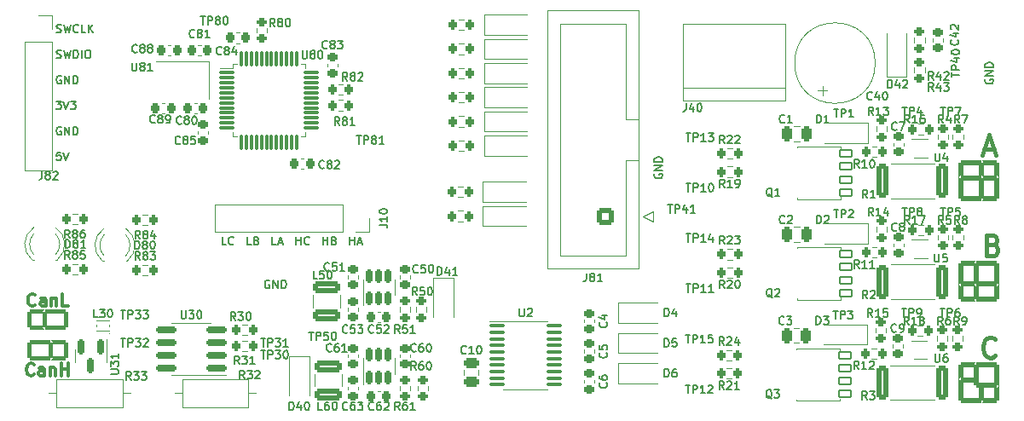
<source format=gto>
G04 #@! TF.GenerationSoftware,KiCad,Pcbnew,(6.0.5)*
G04 #@! TF.CreationDate,2022-05-31T01:04:28-04:00*
G04 #@! TF.ProjectId,GoldESC,476f6c64-4553-4432-9e6b-696361645f70,rev?*
G04 #@! TF.SameCoordinates,Original*
G04 #@! TF.FileFunction,Legend,Top*
G04 #@! TF.FilePolarity,Positive*
%FSLAX46Y46*%
G04 Gerber Fmt 4.6, Leading zero omitted, Abs format (unit mm)*
G04 Created by KiCad (PCBNEW (6.0.5)) date 2022-05-31 01:04:28*
%MOMM*%
%LPD*%
G01*
G04 APERTURE LIST*
G04 Aperture macros list*
%AMRoundRect*
0 Rectangle with rounded corners*
0 $1 Rounding radius*
0 $2 $3 $4 $5 $6 $7 $8 $9 X,Y pos of 4 corners*
0 Add a 4 corners polygon primitive as box body*
4,1,4,$2,$3,$4,$5,$6,$7,$8,$9,$2,$3,0*
0 Add four circle primitives for the rounded corners*
1,1,$1+$1,$2,$3*
1,1,$1+$1,$4,$5*
1,1,$1+$1,$6,$7*
1,1,$1+$1,$8,$9*
0 Add four rect primitives between the rounded corners*
20,1,$1+$1,$2,$3,$4,$5,0*
20,1,$1+$1,$4,$5,$6,$7,0*
20,1,$1+$1,$6,$7,$8,$9,0*
20,1,$1+$1,$8,$9,$2,$3,0*%
%AMFreePoly0*
4,1,21,3.024497,2.399497,3.045000,2.350000,3.045000,-2.350000,3.024497,-2.399497,2.975000,-2.420000,1.425000,-2.420000,1.375503,-2.399497,1.355000,-2.350000,1.355000,-2.170000,-1.650000,-2.170000,-1.699497,-2.149497,-1.720000,-2.100000,-1.720000,2.100000,-1.699497,2.149497,-1.650000,2.170000,1.355000,2.170000,1.355000,2.350000,1.375503,2.399497,1.425000,2.420000,2.975000,2.420000,
3.024497,2.399497,3.024497,2.399497,$1*%
G04 Aperture macros list end*
%ADD10C,0.300000*%
%ADD11C,0.200000*%
%ADD12C,0.400000*%
%ADD13C,0.150000*%
%ADD14C,0.120000*%
%ADD15R,1.300000X1.700000*%
%ADD16RoundRect,0.200000X-0.275000X0.200000X-0.275000X-0.200000X0.275000X-0.200000X0.275000X0.200000X0*%
%ADD17RoundRect,0.225000X0.225000X0.250000X-0.225000X0.250000X-0.225000X-0.250000X0.225000X-0.250000X0*%
%ADD18C,1.200000*%
%ADD19R,0.700000X0.340000*%
%ADD20RoundRect,0.200000X0.200000X0.275000X-0.200000X0.275000X-0.200000X-0.275000X0.200000X-0.275000X0*%
%ADD21R,3.000000X3.000000*%
%ADD22C,3.000000*%
%ADD23R,1.600000X1.300000*%
%ADD24RoundRect,0.225000X-0.250000X0.225000X-0.250000X-0.225000X0.250000X-0.225000X0.250000X0.225000X0*%
%ADD25RoundRect,0.250000X-1.075000X0.375000X-1.075000X-0.375000X1.075000X-0.375000X1.075000X0.375000X0*%
%ADD26R,1.700000X1.700000*%
%ADD27O,1.700000X1.700000*%
%ADD28RoundRect,0.225000X0.250000X-0.225000X0.250000X0.225000X-0.250000X0.225000X-0.250000X-0.225000X0*%
%ADD29RoundRect,0.200000X-0.200000X-0.275000X0.200000X-0.275000X0.200000X0.275000X-0.200000X0.275000X0*%
%ADD30RoundRect,0.070000X0.575000X-0.350000X0.575000X0.350000X-0.575000X0.350000X-0.575000X-0.350000X0*%
%ADD31FreePoly0,180.000000*%
%ADD32R,1.200000X0.900000*%
%ADD33RoundRect,0.150000X0.825000X0.150000X-0.825000X0.150000X-0.825000X-0.150000X0.825000X-0.150000X0*%
%ADD34RoundRect,0.150000X-0.150000X0.587500X-0.150000X-0.587500X0.150000X-0.587500X0.150000X0.587500X0*%
%ADD35RoundRect,0.075000X-0.662500X-0.075000X0.662500X-0.075000X0.662500X0.075000X-0.662500X0.075000X0*%
%ADD36RoundRect,0.075000X-0.075000X-0.662500X0.075000X-0.662500X0.075000X0.662500X-0.075000X0.662500X0*%
%ADD37R,0.500000X0.350000*%
%ADD38R,1.800000X1.800000*%
%ADD39C,1.800000*%
%ADD40RoundRect,0.150000X0.150000X-0.512500X0.150000X0.512500X-0.150000X0.512500X-0.150000X-0.512500X0*%
%ADD41C,1.600000*%
%ADD42O,1.600000X1.600000*%
%ADD43RoundRect,0.200000X0.275000X-0.200000X0.275000X0.200000X-0.275000X0.200000X-0.275000X-0.200000X0*%
%ADD44R,1.700000X1.300000*%
%ADD45RoundRect,0.100000X-0.637500X-0.100000X0.637500X-0.100000X0.637500X0.100000X-0.637500X0.100000X0*%
%ADD46RoundRect,0.250000X-1.000000X1.000000X-1.000000X-1.000000X1.000000X-1.000000X1.000000X1.000000X0*%
%ADD47RoundRect,0.250000X-1.000000X-1.000000X1.000000X-1.000000X1.000000X1.000000X-1.000000X1.000000X0*%
%ADD48RoundRect,0.250000X1.000000X1.000000X-1.000000X1.000000X-1.000000X-1.000000X1.000000X-1.000000X0*%
%ADD49RoundRect,0.250000X1.000000X-1.000000X1.000000X1.000000X-1.000000X1.000000X-1.000000X-1.000000X0*%
%ADD50RoundRect,0.225000X-0.225000X-0.250000X0.225000X-0.250000X0.225000X0.250000X-0.225000X0.250000X0*%
%ADD51R,1.100000X1.100000*%
%ADD52RoundRect,0.250000X0.362500X1.425000X-0.362500X1.425000X-0.362500X-1.425000X0.362500X-1.425000X0*%
%ADD53C,1.400000*%
%ADD54RoundRect,0.250000X0.250000X0.475000X-0.250000X0.475000X-0.250000X-0.475000X0.250000X-0.475000X0*%
%ADD55RoundRect,0.200000X1.050000X-0.800000X1.050000X0.800000X-1.050000X0.800000X-1.050000X-0.800000X0*%
%ADD56RoundRect,0.200000X-1.050000X0.800000X-1.050000X-0.800000X1.050000X-0.800000X1.050000X0.800000X0*%
%ADD57RoundRect,0.250000X0.600000X0.600000X-0.600000X0.600000X-0.600000X-0.600000X0.600000X-0.600000X0*%
%ADD58C,1.700000*%
%ADD59RoundRect,0.250000X-0.475000X0.250000X-0.475000X-0.250000X0.475000X-0.250000X0.475000X0.250000X0*%
G04 APERTURE END LIST*
D10*
X141300000Y-87828571D02*
X141242857Y-87885714D01*
X141071428Y-87942857D01*
X140957142Y-87942857D01*
X140785714Y-87885714D01*
X140671428Y-87771428D01*
X140614285Y-87657142D01*
X140557142Y-87428571D01*
X140557142Y-87257142D01*
X140614285Y-87028571D01*
X140671428Y-86914285D01*
X140785714Y-86800000D01*
X140957142Y-86742857D01*
X141071428Y-86742857D01*
X141242857Y-86800000D01*
X141300000Y-86857142D01*
X142328571Y-87942857D02*
X142328571Y-87314285D01*
X142271428Y-87200000D01*
X142157142Y-87142857D01*
X141928571Y-87142857D01*
X141814285Y-87200000D01*
X142328571Y-87885714D02*
X142214285Y-87942857D01*
X141928571Y-87942857D01*
X141814285Y-87885714D01*
X141757142Y-87771428D01*
X141757142Y-87657142D01*
X141814285Y-87542857D01*
X141928571Y-87485714D01*
X142214285Y-87485714D01*
X142328571Y-87428571D01*
X142900000Y-87142857D02*
X142900000Y-87942857D01*
X142900000Y-87257142D02*
X142957142Y-87200000D01*
X143071428Y-87142857D01*
X143242857Y-87142857D01*
X143357142Y-87200000D01*
X143414285Y-87314285D01*
X143414285Y-87942857D01*
X144557142Y-87942857D02*
X143985714Y-87942857D01*
X143985714Y-86742857D01*
D11*
X162726666Y-81861904D02*
X162345713Y-81861904D01*
X162345713Y-81061904D01*
X163259999Y-81442857D02*
X163374285Y-81480952D01*
X163412380Y-81519047D01*
X163450475Y-81595238D01*
X163450475Y-81709523D01*
X163412380Y-81785714D01*
X163374285Y-81823809D01*
X163298094Y-81861904D01*
X162993332Y-81861904D01*
X162993332Y-81061904D01*
X163259999Y-81061904D01*
X163336189Y-81100000D01*
X163374285Y-81138095D01*
X163412380Y-81214285D01*
X163412380Y-81290476D01*
X163374285Y-81366666D01*
X163336189Y-81404761D01*
X163259999Y-81442857D01*
X162993332Y-81442857D01*
X169859044Y-81861904D02*
X169859044Y-81061904D01*
X169859044Y-81442857D02*
X170316187Y-81442857D01*
X170316187Y-81861904D02*
X170316187Y-81061904D01*
X170963806Y-81442857D02*
X171078092Y-81480952D01*
X171116187Y-81519047D01*
X171154282Y-81595238D01*
X171154282Y-81709523D01*
X171116187Y-81785714D01*
X171078092Y-81823809D01*
X171001901Y-81861904D01*
X170697139Y-81861904D01*
X170697139Y-81061904D01*
X170963806Y-81061904D01*
X171039996Y-81100000D01*
X171078092Y-81138095D01*
X171116187Y-81214285D01*
X171116187Y-81290476D01*
X171078092Y-81366666D01*
X171039996Y-81404761D01*
X170963806Y-81442857D01*
X170697139Y-81442857D01*
X172528571Y-81861904D02*
X172528571Y-81061904D01*
X172528571Y-81442857D02*
X172985714Y-81442857D01*
X172985714Y-81861904D02*
X172985714Y-81061904D01*
X173328571Y-81633333D02*
X173709523Y-81633333D01*
X173252380Y-81861904D02*
X173519047Y-81061904D01*
X173785714Y-81861904D01*
X143390475Y-63263809D02*
X143504761Y-63301904D01*
X143695237Y-63301904D01*
X143771428Y-63263809D01*
X143809523Y-63225714D01*
X143847618Y-63149523D01*
X143847618Y-63073333D01*
X143809523Y-62997142D01*
X143771428Y-62959047D01*
X143695237Y-62920952D01*
X143542856Y-62882857D01*
X143466666Y-62844761D01*
X143428571Y-62806666D01*
X143390475Y-62730476D01*
X143390475Y-62654285D01*
X143428571Y-62578095D01*
X143466666Y-62540000D01*
X143542856Y-62501904D01*
X143733333Y-62501904D01*
X143847618Y-62540000D01*
X144114285Y-62501904D02*
X144304761Y-63301904D01*
X144457142Y-62730476D01*
X144609523Y-63301904D01*
X144799999Y-62501904D01*
X145104761Y-63301904D02*
X145104761Y-62501904D01*
X145295237Y-62501904D01*
X145409523Y-62540000D01*
X145485714Y-62616190D01*
X145523809Y-62692380D01*
X145561904Y-62844761D01*
X145561904Y-62959047D01*
X145523809Y-63111428D01*
X145485714Y-63187619D01*
X145409523Y-63263809D01*
X145295237Y-63301904D01*
X145104761Y-63301904D01*
X145904761Y-63301904D02*
X145904761Y-62501904D01*
X146438094Y-62501904D02*
X146590475Y-62501904D01*
X146666666Y-62540000D01*
X146742856Y-62616190D01*
X146780952Y-62768571D01*
X146780952Y-63035238D01*
X146742856Y-63187619D01*
X146666666Y-63263809D01*
X146590475Y-63301904D01*
X146438094Y-63301904D01*
X146361904Y-63263809D01*
X146285714Y-63187619D01*
X146247618Y-63035238D01*
X146247618Y-62768571D01*
X146285714Y-62616190D01*
X146361904Y-62540000D01*
X146438094Y-62501904D01*
X143847618Y-70160000D02*
X143771427Y-70121904D01*
X143657142Y-70121904D01*
X143542856Y-70160000D01*
X143466665Y-70236190D01*
X143428570Y-70312380D01*
X143390475Y-70464761D01*
X143390475Y-70579047D01*
X143428570Y-70731428D01*
X143466665Y-70807619D01*
X143542856Y-70883809D01*
X143657142Y-70921904D01*
X143733332Y-70921904D01*
X143847618Y-70883809D01*
X143885713Y-70845714D01*
X143885713Y-70579047D01*
X143733332Y-70579047D01*
X144228570Y-70921904D02*
X144228570Y-70121904D01*
X144685713Y-70921904D01*
X144685713Y-70121904D01*
X145066665Y-70921904D02*
X145066665Y-70121904D01*
X145257142Y-70121904D01*
X145371427Y-70160000D01*
X145447618Y-70236190D01*
X145485713Y-70312380D01*
X145523808Y-70464761D01*
X145523808Y-70579047D01*
X145485713Y-70731428D01*
X145447618Y-70807619D01*
X145371427Y-70883809D01*
X145257142Y-70921904D01*
X145066665Y-70921904D01*
D10*
X141157142Y-94728571D02*
X141100000Y-94785714D01*
X140928571Y-94842857D01*
X140814285Y-94842857D01*
X140642857Y-94785714D01*
X140528571Y-94671428D01*
X140471428Y-94557142D01*
X140414285Y-94328571D01*
X140414285Y-94157142D01*
X140471428Y-93928571D01*
X140528571Y-93814285D01*
X140642857Y-93700000D01*
X140814285Y-93642857D01*
X140928571Y-93642857D01*
X141100000Y-93700000D01*
X141157142Y-93757142D01*
X142185714Y-94842857D02*
X142185714Y-94214285D01*
X142128571Y-94100000D01*
X142014285Y-94042857D01*
X141785714Y-94042857D01*
X141671428Y-94100000D01*
X142185714Y-94785714D02*
X142071428Y-94842857D01*
X141785714Y-94842857D01*
X141671428Y-94785714D01*
X141614285Y-94671428D01*
X141614285Y-94557142D01*
X141671428Y-94442857D01*
X141785714Y-94385714D01*
X142071428Y-94385714D01*
X142185714Y-94328571D01*
X142757142Y-94042857D02*
X142757142Y-94842857D01*
X142757142Y-94157142D02*
X142814285Y-94100000D01*
X142928571Y-94042857D01*
X143100000Y-94042857D01*
X143214285Y-94100000D01*
X143271428Y-94214285D01*
X143271428Y-94842857D01*
X143842857Y-94842857D02*
X143842857Y-93642857D01*
X143842857Y-94214285D02*
X144528571Y-94214285D01*
X144528571Y-94842857D02*
X144528571Y-93642857D01*
D11*
X143809523Y-72661904D02*
X143428570Y-72661904D01*
X143390475Y-73042857D01*
X143428570Y-73004761D01*
X143504761Y-72966666D01*
X143695237Y-72966666D01*
X143771427Y-73004761D01*
X143809523Y-73042857D01*
X143847618Y-73119047D01*
X143847618Y-73309523D01*
X143809523Y-73385714D01*
X143771427Y-73423809D01*
X143695237Y-73461904D01*
X143504761Y-73461904D01*
X143428570Y-73423809D01*
X143390475Y-73385714D01*
X144076189Y-72661904D02*
X144342856Y-73461904D01*
X144609523Y-72661904D01*
X160247619Y-81861904D02*
X159866666Y-81861904D01*
X159866666Y-81061904D01*
X160971428Y-81785714D02*
X160933333Y-81823809D01*
X160819047Y-81861904D01*
X160742857Y-81861904D01*
X160628571Y-81823809D01*
X160552380Y-81747619D01*
X160514285Y-81671428D01*
X160476190Y-81519047D01*
X160476190Y-81404761D01*
X160514285Y-81252380D01*
X160552380Y-81176190D01*
X160628571Y-81100000D01*
X160742857Y-81061904D01*
X160819047Y-81061904D01*
X160933333Y-81100000D01*
X160971428Y-81138095D01*
X235650000Y-65409523D02*
X235611904Y-65485714D01*
X235611904Y-65600000D01*
X235650000Y-65714285D01*
X235726190Y-65790476D01*
X235802380Y-65828571D01*
X235954761Y-65866666D01*
X236069047Y-65866666D01*
X236221428Y-65828571D01*
X236297619Y-65790476D01*
X236373809Y-65714285D01*
X236411904Y-65600000D01*
X236411904Y-65523809D01*
X236373809Y-65409523D01*
X236335714Y-65371428D01*
X236069047Y-65371428D01*
X236069047Y-65523809D01*
X236411904Y-65028571D02*
X235611904Y-65028571D01*
X236411904Y-64571428D01*
X235611904Y-64571428D01*
X236411904Y-64190476D02*
X235611904Y-64190476D01*
X235611904Y-64000000D01*
X235650000Y-63885714D01*
X235726190Y-63809523D01*
X235802380Y-63771428D01*
X235954761Y-63733333D01*
X236069047Y-63733333D01*
X236221428Y-63771428D01*
X236297619Y-63809523D01*
X236373809Y-63885714D01*
X236411904Y-64000000D01*
X236411904Y-64190476D01*
D12*
X235523809Y-72333333D02*
X236476190Y-72333333D01*
X235333333Y-72904761D02*
X236000000Y-70904761D01*
X236666666Y-72904761D01*
D11*
X143352380Y-67581904D02*
X143847618Y-67581904D01*
X143580952Y-67886666D01*
X143695237Y-67886666D01*
X143771428Y-67924761D01*
X143809523Y-67962857D01*
X143847618Y-68039047D01*
X143847618Y-68229523D01*
X143809523Y-68305714D01*
X143771428Y-68343809D01*
X143695237Y-68381904D01*
X143466666Y-68381904D01*
X143390476Y-68343809D01*
X143352380Y-68305714D01*
X144076190Y-67581904D02*
X144342857Y-68381904D01*
X144609523Y-67581904D01*
X144799999Y-67581904D02*
X145295237Y-67581904D01*
X145028571Y-67886666D01*
X145142857Y-67886666D01*
X145219047Y-67924761D01*
X145257142Y-67962857D01*
X145295237Y-68039047D01*
X145295237Y-68229523D01*
X145257142Y-68305714D01*
X145219047Y-68343809D01*
X145142857Y-68381904D01*
X144914285Y-68381904D01*
X144838095Y-68343809D01*
X144799999Y-68305714D01*
D12*
X236392857Y-81857142D02*
X236678571Y-81952380D01*
X236773809Y-82047619D01*
X236869047Y-82238095D01*
X236869047Y-82523809D01*
X236773809Y-82714285D01*
X236678571Y-82809523D01*
X236488095Y-82904761D01*
X235726190Y-82904761D01*
X235726190Y-80904761D01*
X236392857Y-80904761D01*
X236583333Y-81000000D01*
X236678571Y-81095238D01*
X236773809Y-81285714D01*
X236773809Y-81476190D01*
X236678571Y-81666666D01*
X236583333Y-81761904D01*
X236392857Y-81857142D01*
X235726190Y-81857142D01*
D11*
X167189521Y-81861904D02*
X167189521Y-81061904D01*
X167189521Y-81442857D02*
X167646664Y-81442857D01*
X167646664Y-81861904D02*
X167646664Y-81061904D01*
X168484759Y-81785714D02*
X168446664Y-81823809D01*
X168332378Y-81861904D01*
X168256188Y-81861904D01*
X168141902Y-81823809D01*
X168065712Y-81747619D01*
X168027616Y-81671428D01*
X167989521Y-81519047D01*
X167989521Y-81404761D01*
X168027616Y-81252380D01*
X168065712Y-81176190D01*
X168141902Y-81100000D01*
X168256188Y-81061904D01*
X168332378Y-81061904D01*
X168446664Y-81100000D01*
X168484759Y-81138095D01*
X143390476Y-60723809D02*
X143504761Y-60761904D01*
X143695238Y-60761904D01*
X143771428Y-60723809D01*
X143809523Y-60685714D01*
X143847619Y-60609523D01*
X143847619Y-60533333D01*
X143809523Y-60457142D01*
X143771428Y-60419047D01*
X143695238Y-60380952D01*
X143542857Y-60342857D01*
X143466666Y-60304761D01*
X143428571Y-60266666D01*
X143390476Y-60190476D01*
X143390476Y-60114285D01*
X143428571Y-60038095D01*
X143466666Y-60000000D01*
X143542857Y-59961904D01*
X143733333Y-59961904D01*
X143847619Y-60000000D01*
X144114285Y-59961904D02*
X144304761Y-60761904D01*
X144457142Y-60190476D01*
X144609523Y-60761904D01*
X144800000Y-59961904D01*
X145561904Y-60685714D02*
X145523809Y-60723809D01*
X145409523Y-60761904D01*
X145333333Y-60761904D01*
X145219047Y-60723809D01*
X145142857Y-60647619D01*
X145104761Y-60571428D01*
X145066666Y-60419047D01*
X145066666Y-60304761D01*
X145104761Y-60152380D01*
X145142857Y-60076190D01*
X145219047Y-60000000D01*
X145333333Y-59961904D01*
X145409523Y-59961904D01*
X145523809Y-60000000D01*
X145561904Y-60038095D01*
X146285714Y-60761904D02*
X145904761Y-60761904D01*
X145904761Y-59961904D01*
X146552380Y-60761904D02*
X146552380Y-59961904D01*
X147009523Y-60761904D02*
X146666666Y-60304761D01*
X147009523Y-59961904D02*
X146552380Y-60419047D01*
X165205712Y-81861904D02*
X164824760Y-81861904D01*
X164824760Y-81061904D01*
X165434284Y-81633333D02*
X165815236Y-81633333D01*
X165358093Y-81861904D02*
X165624760Y-81061904D01*
X165891427Y-81861904D01*
X202800000Y-74809523D02*
X202761904Y-74885714D01*
X202761904Y-75000000D01*
X202800000Y-75114285D01*
X202876190Y-75190476D01*
X202952380Y-75228571D01*
X203104761Y-75266666D01*
X203219047Y-75266666D01*
X203371428Y-75228571D01*
X203447619Y-75190476D01*
X203523809Y-75114285D01*
X203561904Y-75000000D01*
X203561904Y-74923809D01*
X203523809Y-74809523D01*
X203485714Y-74771428D01*
X203219047Y-74771428D01*
X203219047Y-74923809D01*
X203561904Y-74428571D02*
X202761904Y-74428571D01*
X203561904Y-73971428D01*
X202761904Y-73971428D01*
X203561904Y-73590476D02*
X202761904Y-73590476D01*
X202761904Y-73400000D01*
X202800000Y-73285714D01*
X202876190Y-73209523D01*
X202952380Y-73171428D01*
X203104761Y-73133333D01*
X203219047Y-73133333D01*
X203371428Y-73171428D01*
X203447619Y-73209523D01*
X203523809Y-73285714D01*
X203561904Y-73400000D01*
X203561904Y-73590476D01*
D12*
X236619047Y-92864285D02*
X236523809Y-92959523D01*
X236238095Y-93054761D01*
X236047619Y-93054761D01*
X235761904Y-92959523D01*
X235571428Y-92769047D01*
X235476190Y-92578571D01*
X235380952Y-92197619D01*
X235380952Y-91911904D01*
X235476190Y-91530952D01*
X235571428Y-91340476D01*
X235761904Y-91150000D01*
X236047619Y-91054761D01*
X236238095Y-91054761D01*
X236523809Y-91150000D01*
X236619047Y-91245238D01*
D11*
X143847618Y-65080000D02*
X143771427Y-65041904D01*
X143657142Y-65041904D01*
X143542856Y-65080000D01*
X143466665Y-65156190D01*
X143428570Y-65232380D01*
X143390475Y-65384761D01*
X143390475Y-65499047D01*
X143428570Y-65651428D01*
X143466665Y-65727619D01*
X143542856Y-65803809D01*
X143657142Y-65841904D01*
X143733332Y-65841904D01*
X143847618Y-65803809D01*
X143885713Y-65765714D01*
X143885713Y-65499047D01*
X143733332Y-65499047D01*
X144228570Y-65841904D02*
X144228570Y-65041904D01*
X144685713Y-65841904D01*
X144685713Y-65041904D01*
X145066665Y-65841904D02*
X145066665Y-65041904D01*
X145257142Y-65041904D01*
X145371427Y-65080000D01*
X145447618Y-65156190D01*
X145485713Y-65232380D01*
X145523808Y-65384761D01*
X145523808Y-65499047D01*
X145485713Y-65651428D01*
X145447618Y-65727619D01*
X145371427Y-65803809D01*
X145257142Y-65841904D01*
X145066665Y-65841904D01*
X164540476Y-85400000D02*
X164464285Y-85361904D01*
X164350000Y-85361904D01*
X164235714Y-85400000D01*
X164159523Y-85476190D01*
X164121428Y-85552380D01*
X164083333Y-85704761D01*
X164083333Y-85819047D01*
X164121428Y-85971428D01*
X164159523Y-86047619D01*
X164235714Y-86123809D01*
X164350000Y-86161904D01*
X164426190Y-86161904D01*
X164540476Y-86123809D01*
X164578571Y-86085714D01*
X164578571Y-85819047D01*
X164426190Y-85819047D01*
X164921428Y-86161904D02*
X164921428Y-85361904D01*
X165378571Y-86161904D01*
X165378571Y-85361904D01*
X165759523Y-86161904D02*
X165759523Y-85361904D01*
X165950000Y-85361904D01*
X166064285Y-85400000D01*
X166140476Y-85476190D01*
X166178571Y-85552380D01*
X166216666Y-85704761D01*
X166216666Y-85819047D01*
X166178571Y-85971428D01*
X166140476Y-86047619D01*
X166064285Y-86123809D01*
X165950000Y-86161904D01*
X165759523Y-86161904D01*
X218824523Y-89761904D02*
X218824523Y-88961904D01*
X219015000Y-88961904D01*
X219129285Y-89000000D01*
X219205476Y-89076190D01*
X219243571Y-89152380D01*
X219281666Y-89304761D01*
X219281666Y-89419047D01*
X219243571Y-89571428D01*
X219205476Y-89647619D01*
X219129285Y-89723809D01*
X219015000Y-89761904D01*
X218824523Y-89761904D01*
X219548333Y-88961904D02*
X220043571Y-88961904D01*
X219776904Y-89266666D01*
X219891190Y-89266666D01*
X219967380Y-89304761D01*
X220005476Y-89342857D01*
X220043571Y-89419047D01*
X220043571Y-89609523D01*
X220005476Y-89685714D01*
X219967380Y-89723809D01*
X219891190Y-89761904D01*
X219662619Y-89761904D01*
X219586428Y-89723809D01*
X219548333Y-89685714D01*
X230485714Y-66561904D02*
X230219047Y-66180952D01*
X230028571Y-66561904D02*
X230028571Y-65761904D01*
X230333333Y-65761904D01*
X230409523Y-65800000D01*
X230447619Y-65838095D01*
X230485714Y-65914285D01*
X230485714Y-66028571D01*
X230447619Y-66104761D01*
X230409523Y-66142857D01*
X230333333Y-66180952D01*
X230028571Y-66180952D01*
X231171428Y-66028571D02*
X231171428Y-66561904D01*
X230980952Y-65723809D02*
X230790476Y-66295238D01*
X231285714Y-66295238D01*
X231514285Y-65761904D02*
X232009523Y-65761904D01*
X231742857Y-66066666D01*
X231857142Y-66066666D01*
X231933333Y-66104761D01*
X231971428Y-66142857D01*
X232009523Y-66219047D01*
X232009523Y-66409523D01*
X231971428Y-66485714D01*
X231933333Y-66523809D01*
X231857142Y-66561904D01*
X231628571Y-66561904D01*
X231552380Y-66523809D01*
X231514285Y-66485714D01*
X174885714Y-90548214D02*
X174847619Y-90586309D01*
X174733333Y-90624404D01*
X174657142Y-90624404D01*
X174542857Y-90586309D01*
X174466666Y-90510119D01*
X174428571Y-90433928D01*
X174390476Y-90281547D01*
X174390476Y-90167261D01*
X174428571Y-90014880D01*
X174466666Y-89938690D01*
X174542857Y-89862500D01*
X174657142Y-89824404D01*
X174733333Y-89824404D01*
X174847619Y-89862500D01*
X174885714Y-89900595D01*
X175609523Y-89824404D02*
X175228571Y-89824404D01*
X175190476Y-90205357D01*
X175228571Y-90167261D01*
X175304761Y-90129166D01*
X175495238Y-90129166D01*
X175571428Y-90167261D01*
X175609523Y-90205357D01*
X175647619Y-90281547D01*
X175647619Y-90472023D01*
X175609523Y-90548214D01*
X175571428Y-90586309D01*
X175495238Y-90624404D01*
X175304761Y-90624404D01*
X175228571Y-90586309D01*
X175190476Y-90548214D01*
X175952380Y-89900595D02*
X175990476Y-89862500D01*
X176066666Y-89824404D01*
X176257142Y-89824404D01*
X176333333Y-89862500D01*
X176371428Y-89900595D01*
X176409523Y-89976785D01*
X176409523Y-90052976D01*
X176371428Y-90167261D01*
X175914285Y-90624404D01*
X176409523Y-90624404D01*
X231139476Y-88195904D02*
X231596619Y-88195904D01*
X231368047Y-88995904D02*
X231368047Y-88195904D01*
X231863285Y-88995904D02*
X231863285Y-88195904D01*
X232168047Y-88195904D01*
X232244238Y-88234000D01*
X232282333Y-88272095D01*
X232320428Y-88348285D01*
X232320428Y-88462571D01*
X232282333Y-88538761D01*
X232244238Y-88576857D01*
X232168047Y-88614952D01*
X231863285Y-88614952D01*
X233006142Y-88195904D02*
X232853761Y-88195904D01*
X232777571Y-88234000D01*
X232739476Y-88272095D01*
X232663285Y-88386380D01*
X232625190Y-88538761D01*
X232625190Y-88843523D01*
X232663285Y-88919714D01*
X232701380Y-88957809D01*
X232777571Y-88995904D01*
X232929952Y-88995904D01*
X233006142Y-88957809D01*
X233044238Y-88919714D01*
X233082333Y-88843523D01*
X233082333Y-88653047D01*
X233044238Y-88576857D01*
X233006142Y-88538761D01*
X232929952Y-88500666D01*
X232777571Y-88500666D01*
X232701380Y-88538761D01*
X232663285Y-88576857D01*
X232625190Y-88653047D01*
X230640476Y-72761904D02*
X230640476Y-73409523D01*
X230678571Y-73485714D01*
X230716666Y-73523809D01*
X230792857Y-73561904D01*
X230945238Y-73561904D01*
X231021428Y-73523809D01*
X231059523Y-73485714D01*
X231097619Y-73409523D01*
X231097619Y-72761904D01*
X231821428Y-73028571D02*
X231821428Y-73561904D01*
X231630952Y-72723809D02*
X231440476Y-73295238D01*
X231935714Y-73295238D01*
X205902380Y-67811904D02*
X205902380Y-68383333D01*
X205864285Y-68497619D01*
X205788095Y-68573809D01*
X205673809Y-68611904D01*
X205597619Y-68611904D01*
X206626190Y-68078571D02*
X206626190Y-68611904D01*
X206435714Y-67773809D02*
X206245238Y-68345238D01*
X206740476Y-68345238D01*
X207197619Y-67811904D02*
X207273809Y-67811904D01*
X207350000Y-67850000D01*
X207388095Y-67888095D01*
X207426190Y-67964285D01*
X207464285Y-68116666D01*
X207464285Y-68307142D01*
X207426190Y-68459523D01*
X207388095Y-68535714D01*
X207350000Y-68573809D01*
X207273809Y-68611904D01*
X207197619Y-68611904D01*
X207121428Y-68573809D01*
X207083333Y-68535714D01*
X207045238Y-68459523D01*
X207007142Y-68307142D01*
X207007142Y-68116666D01*
X207045238Y-67964285D01*
X207083333Y-67888095D01*
X207121428Y-67850000D01*
X207197619Y-67811904D01*
X149789523Y-91161904D02*
X150246666Y-91161904D01*
X150018095Y-91961904D02*
X150018095Y-91161904D01*
X150513333Y-91961904D02*
X150513333Y-91161904D01*
X150818095Y-91161904D01*
X150894285Y-91200000D01*
X150932380Y-91238095D01*
X150970476Y-91314285D01*
X150970476Y-91428571D01*
X150932380Y-91504761D01*
X150894285Y-91542857D01*
X150818095Y-91580952D01*
X150513333Y-91580952D01*
X151237142Y-91161904D02*
X151732380Y-91161904D01*
X151465714Y-91466666D01*
X151580000Y-91466666D01*
X151656190Y-91504761D01*
X151694285Y-91542857D01*
X151732380Y-91619047D01*
X151732380Y-91809523D01*
X151694285Y-91885714D01*
X151656190Y-91923809D01*
X151580000Y-91961904D01*
X151351428Y-91961904D01*
X151275238Y-91923809D01*
X151237142Y-91885714D01*
X152037142Y-91238095D02*
X152075238Y-91200000D01*
X152151428Y-91161904D01*
X152341904Y-91161904D01*
X152418095Y-91200000D01*
X152456190Y-91238095D01*
X152494285Y-91314285D01*
X152494285Y-91390476D01*
X152456190Y-91504761D01*
X151999047Y-91961904D01*
X152494285Y-91961904D01*
X205909523Y-80761904D02*
X206366666Y-80761904D01*
X206138095Y-81561904D02*
X206138095Y-80761904D01*
X206633333Y-81561904D02*
X206633333Y-80761904D01*
X206938095Y-80761904D01*
X207014285Y-80800000D01*
X207052380Y-80838095D01*
X207090476Y-80914285D01*
X207090476Y-81028571D01*
X207052380Y-81104761D01*
X207014285Y-81142857D01*
X206938095Y-81180952D01*
X206633333Y-81180952D01*
X207852380Y-81561904D02*
X207395238Y-81561904D01*
X207623809Y-81561904D02*
X207623809Y-80761904D01*
X207547619Y-80876190D01*
X207471428Y-80952380D01*
X207395238Y-80990476D01*
X208538095Y-81028571D02*
X208538095Y-81561904D01*
X208347619Y-80723809D02*
X208157142Y-81295238D01*
X208652380Y-81295238D01*
X150909523Y-63761904D02*
X150909523Y-64409523D01*
X150947619Y-64485714D01*
X150985714Y-64523809D01*
X151061904Y-64561904D01*
X151214285Y-64561904D01*
X151290476Y-64523809D01*
X151328571Y-64485714D01*
X151366666Y-64409523D01*
X151366666Y-63761904D01*
X151861904Y-64104761D02*
X151785714Y-64066666D01*
X151747619Y-64028571D01*
X151709523Y-63952380D01*
X151709523Y-63914285D01*
X151747619Y-63838095D01*
X151785714Y-63800000D01*
X151861904Y-63761904D01*
X152014285Y-63761904D01*
X152090476Y-63800000D01*
X152128571Y-63838095D01*
X152166666Y-63914285D01*
X152166666Y-63952380D01*
X152128571Y-64028571D01*
X152090476Y-64066666D01*
X152014285Y-64104761D01*
X151861904Y-64104761D01*
X151785714Y-64142857D01*
X151747619Y-64180952D01*
X151709523Y-64257142D01*
X151709523Y-64409523D01*
X151747619Y-64485714D01*
X151785714Y-64523809D01*
X151861904Y-64561904D01*
X152014285Y-64561904D01*
X152090476Y-64523809D01*
X152128571Y-64485714D01*
X152166666Y-64409523D01*
X152166666Y-64257142D01*
X152128571Y-64180952D01*
X152090476Y-64142857D01*
X152014285Y-64104761D01*
X152928571Y-64561904D02*
X152471428Y-64561904D01*
X152700000Y-64561904D02*
X152700000Y-63761904D01*
X152623809Y-63876190D01*
X152547619Y-63952380D01*
X152471428Y-63990476D01*
X209685714Y-96195904D02*
X209419047Y-95814952D01*
X209228571Y-96195904D02*
X209228571Y-95395904D01*
X209533333Y-95395904D01*
X209609523Y-95434000D01*
X209647619Y-95472095D01*
X209685714Y-95548285D01*
X209685714Y-95662571D01*
X209647619Y-95738761D01*
X209609523Y-95776857D01*
X209533333Y-95814952D01*
X209228571Y-95814952D01*
X209990476Y-95472095D02*
X210028571Y-95434000D01*
X210104761Y-95395904D01*
X210295238Y-95395904D01*
X210371428Y-95434000D01*
X210409523Y-95472095D01*
X210447619Y-95548285D01*
X210447619Y-95624476D01*
X210409523Y-95738761D01*
X209952380Y-96195904D01*
X210447619Y-96195904D01*
X211209523Y-96195904D02*
X210752380Y-96195904D01*
X210980952Y-96195904D02*
X210980952Y-95395904D01*
X210904761Y-95510190D01*
X210828571Y-95586380D01*
X210752380Y-95624476D01*
X172285714Y-98185714D02*
X172247619Y-98223809D01*
X172133333Y-98261904D01*
X172057142Y-98261904D01*
X171942857Y-98223809D01*
X171866666Y-98147619D01*
X171828571Y-98071428D01*
X171790476Y-97919047D01*
X171790476Y-97804761D01*
X171828571Y-97652380D01*
X171866666Y-97576190D01*
X171942857Y-97500000D01*
X172057142Y-97461904D01*
X172133333Y-97461904D01*
X172247619Y-97500000D01*
X172285714Y-97538095D01*
X172971428Y-97461904D02*
X172819047Y-97461904D01*
X172742857Y-97500000D01*
X172704761Y-97538095D01*
X172628571Y-97652380D01*
X172590476Y-97804761D01*
X172590476Y-98109523D01*
X172628571Y-98185714D01*
X172666666Y-98223809D01*
X172742857Y-98261904D01*
X172895238Y-98261904D01*
X172971428Y-98223809D01*
X173009523Y-98185714D01*
X173047619Y-98109523D01*
X173047619Y-97919047D01*
X173009523Y-97842857D01*
X172971428Y-97804761D01*
X172895238Y-97766666D01*
X172742857Y-97766666D01*
X172666666Y-97804761D01*
X172628571Y-97842857D01*
X172590476Y-97919047D01*
X173314285Y-97461904D02*
X173809523Y-97461904D01*
X173542857Y-97766666D01*
X173657142Y-97766666D01*
X173733333Y-97804761D01*
X173771428Y-97842857D01*
X173809523Y-97919047D01*
X173809523Y-98109523D01*
X173771428Y-98185714D01*
X173733333Y-98223809D01*
X173657142Y-98261904D01*
X173428571Y-98261904D01*
X173352380Y-98223809D01*
X173314285Y-98185714D01*
X231466666Y-79761904D02*
X231200000Y-79380952D01*
X231009523Y-79761904D02*
X231009523Y-78961904D01*
X231314285Y-78961904D01*
X231390476Y-79000000D01*
X231428571Y-79038095D01*
X231466666Y-79114285D01*
X231466666Y-79228571D01*
X231428571Y-79304761D01*
X231390476Y-79342857D01*
X231314285Y-79380952D01*
X231009523Y-79380952D01*
X232190476Y-78961904D02*
X231809523Y-78961904D01*
X231771428Y-79342857D01*
X231809523Y-79304761D01*
X231885714Y-79266666D01*
X232076190Y-79266666D01*
X232152380Y-79304761D01*
X232190476Y-79342857D01*
X232228571Y-79419047D01*
X232228571Y-79609523D01*
X232190476Y-79685714D01*
X232152380Y-79723809D01*
X232076190Y-79761904D01*
X231885714Y-79761904D01*
X231809523Y-79723809D01*
X231771428Y-79685714D01*
X169985714Y-74185714D02*
X169947619Y-74223809D01*
X169833333Y-74261904D01*
X169757142Y-74261904D01*
X169642857Y-74223809D01*
X169566666Y-74147619D01*
X169528571Y-74071428D01*
X169490476Y-73919047D01*
X169490476Y-73804761D01*
X169528571Y-73652380D01*
X169566666Y-73576190D01*
X169642857Y-73500000D01*
X169757142Y-73461904D01*
X169833333Y-73461904D01*
X169947619Y-73500000D01*
X169985714Y-73538095D01*
X170442857Y-73804761D02*
X170366666Y-73766666D01*
X170328571Y-73728571D01*
X170290476Y-73652380D01*
X170290476Y-73614285D01*
X170328571Y-73538095D01*
X170366666Y-73500000D01*
X170442857Y-73461904D01*
X170595238Y-73461904D01*
X170671428Y-73500000D01*
X170709523Y-73538095D01*
X170747619Y-73614285D01*
X170747619Y-73652380D01*
X170709523Y-73728571D01*
X170671428Y-73766666D01*
X170595238Y-73804761D01*
X170442857Y-73804761D01*
X170366666Y-73842857D01*
X170328571Y-73880952D01*
X170290476Y-73957142D01*
X170290476Y-74109523D01*
X170328571Y-74185714D01*
X170366666Y-74223809D01*
X170442857Y-74261904D01*
X170595238Y-74261904D01*
X170671428Y-74223809D01*
X170709523Y-74185714D01*
X170747619Y-74109523D01*
X170747619Y-73957142D01*
X170709523Y-73880952D01*
X170671428Y-73842857D01*
X170595238Y-73804761D01*
X171052380Y-73538095D02*
X171090476Y-73500000D01*
X171166666Y-73461904D01*
X171357142Y-73461904D01*
X171433333Y-73500000D01*
X171471428Y-73538095D01*
X171509523Y-73614285D01*
X171509523Y-73690476D01*
X171471428Y-73804761D01*
X171014285Y-74261904D01*
X171509523Y-74261904D01*
D13*
D11*
X169785714Y-98261904D02*
X169404761Y-98261904D01*
X169404761Y-97461904D01*
X170395238Y-97461904D02*
X170242857Y-97461904D01*
X170166666Y-97500000D01*
X170128571Y-97538095D01*
X170052380Y-97652380D01*
X170014285Y-97804761D01*
X170014285Y-98109523D01*
X170052380Y-98185714D01*
X170090476Y-98223809D01*
X170166666Y-98261904D01*
X170319047Y-98261904D01*
X170395238Y-98223809D01*
X170433333Y-98185714D01*
X170471428Y-98109523D01*
X170471428Y-97919047D01*
X170433333Y-97842857D01*
X170395238Y-97804761D01*
X170319047Y-97766666D01*
X170166666Y-97766666D01*
X170090476Y-97804761D01*
X170052380Y-97842857D01*
X170014285Y-97919047D01*
X170966666Y-97461904D02*
X171042857Y-97461904D01*
X171119047Y-97500000D01*
X171157142Y-97538095D01*
X171195238Y-97614285D01*
X171233333Y-97766666D01*
X171233333Y-97957142D01*
X171195238Y-98109523D01*
X171157142Y-98185714D01*
X171119047Y-98223809D01*
X171042857Y-98261904D01*
X170966666Y-98261904D01*
X170890476Y-98223809D01*
X170852380Y-98185714D01*
X170814285Y-98109523D01*
X170776190Y-97957142D01*
X170776190Y-97766666D01*
X170814285Y-97614285D01*
X170852380Y-97538095D01*
X170890476Y-97500000D01*
X170966666Y-97461904D01*
X141952380Y-74561904D02*
X141952380Y-75133333D01*
X141914285Y-75247619D01*
X141838095Y-75323809D01*
X141723809Y-75361904D01*
X141647619Y-75361904D01*
X142447619Y-74904761D02*
X142371428Y-74866666D01*
X142333333Y-74828571D01*
X142295238Y-74752380D01*
X142295238Y-74714285D01*
X142333333Y-74638095D01*
X142371428Y-74600000D01*
X142447619Y-74561904D01*
X142600000Y-74561904D01*
X142676190Y-74600000D01*
X142714285Y-74638095D01*
X142752380Y-74714285D01*
X142752380Y-74752380D01*
X142714285Y-74828571D01*
X142676190Y-74866666D01*
X142600000Y-74904761D01*
X142447619Y-74904761D01*
X142371428Y-74942857D01*
X142333333Y-74980952D01*
X142295238Y-75057142D01*
X142295238Y-75209523D01*
X142333333Y-75285714D01*
X142371428Y-75323809D01*
X142447619Y-75361904D01*
X142600000Y-75361904D01*
X142676190Y-75323809D01*
X142714285Y-75285714D01*
X142752380Y-75209523D01*
X142752380Y-75057142D01*
X142714285Y-74980952D01*
X142676190Y-74942857D01*
X142600000Y-74904761D01*
X143057142Y-74638095D02*
X143095238Y-74600000D01*
X143171428Y-74561904D01*
X143361904Y-74561904D01*
X143438095Y-74600000D01*
X143476190Y-74638095D01*
X143514285Y-74714285D01*
X143514285Y-74790476D01*
X143476190Y-74904761D01*
X143019047Y-75361904D01*
X143514285Y-75361904D01*
X173209523Y-71011904D02*
X173666666Y-71011904D01*
X173438095Y-71811904D02*
X173438095Y-71011904D01*
X173933333Y-71811904D02*
X173933333Y-71011904D01*
X174238095Y-71011904D01*
X174314285Y-71050000D01*
X174352380Y-71088095D01*
X174390476Y-71164285D01*
X174390476Y-71278571D01*
X174352380Y-71354761D01*
X174314285Y-71392857D01*
X174238095Y-71430952D01*
X173933333Y-71430952D01*
X174847619Y-71354761D02*
X174771428Y-71316666D01*
X174733333Y-71278571D01*
X174695238Y-71202380D01*
X174695238Y-71164285D01*
X174733333Y-71088095D01*
X174771428Y-71050000D01*
X174847619Y-71011904D01*
X175000000Y-71011904D01*
X175076190Y-71050000D01*
X175114285Y-71088095D01*
X175152380Y-71164285D01*
X175152380Y-71202380D01*
X175114285Y-71278571D01*
X175076190Y-71316666D01*
X175000000Y-71354761D01*
X174847619Y-71354761D01*
X174771428Y-71392857D01*
X174733333Y-71430952D01*
X174695238Y-71507142D01*
X174695238Y-71659523D01*
X174733333Y-71735714D01*
X174771428Y-71773809D01*
X174847619Y-71811904D01*
X175000000Y-71811904D01*
X175076190Y-71773809D01*
X175114285Y-71735714D01*
X175152380Y-71659523D01*
X175152380Y-71507142D01*
X175114285Y-71430952D01*
X175076190Y-71392857D01*
X175000000Y-71354761D01*
X175914285Y-71811904D02*
X175457142Y-71811904D01*
X175685714Y-71811904D02*
X175685714Y-71011904D01*
X175609523Y-71126190D01*
X175533333Y-71202380D01*
X175457142Y-71240476D01*
X232885714Y-61514285D02*
X232923809Y-61552380D01*
X232961904Y-61666666D01*
X232961904Y-61742857D01*
X232923809Y-61857142D01*
X232847619Y-61933333D01*
X232771428Y-61971428D01*
X232619047Y-62009523D01*
X232504761Y-62009523D01*
X232352380Y-61971428D01*
X232276190Y-61933333D01*
X232200000Y-61857142D01*
X232161904Y-61742857D01*
X232161904Y-61666666D01*
X232200000Y-61552380D01*
X232238095Y-61514285D01*
X232428571Y-60828571D02*
X232961904Y-60828571D01*
X232123809Y-61019047D02*
X232695238Y-61209523D01*
X232695238Y-60714285D01*
X232238095Y-60447619D02*
X232200000Y-60409523D01*
X232161904Y-60333333D01*
X232161904Y-60142857D01*
X232200000Y-60066666D01*
X232238095Y-60028571D01*
X232314285Y-59990476D01*
X232390476Y-59990476D01*
X232504761Y-60028571D01*
X232961904Y-60485714D01*
X232961904Y-59990476D01*
X226832666Y-70401714D02*
X226794571Y-70439809D01*
X226680285Y-70477904D01*
X226604095Y-70477904D01*
X226489809Y-70439809D01*
X226413619Y-70363619D01*
X226375523Y-70287428D01*
X226337428Y-70135047D01*
X226337428Y-70020761D01*
X226375523Y-69868380D01*
X226413619Y-69792190D01*
X226489809Y-69716000D01*
X226604095Y-69677904D01*
X226680285Y-69677904D01*
X226794571Y-69716000D01*
X226832666Y-69754095D01*
X227099333Y-69677904D02*
X227632666Y-69677904D01*
X227289809Y-70477904D01*
X223101714Y-74177904D02*
X222835047Y-73796952D01*
X222644571Y-74177904D02*
X222644571Y-73377904D01*
X222949333Y-73377904D01*
X223025523Y-73416000D01*
X223063619Y-73454095D01*
X223101714Y-73530285D01*
X223101714Y-73644571D01*
X223063619Y-73720761D01*
X223025523Y-73758857D01*
X222949333Y-73796952D01*
X222644571Y-73796952D01*
X223863619Y-74177904D02*
X223406476Y-74177904D01*
X223635047Y-74177904D02*
X223635047Y-73377904D01*
X223558857Y-73492190D01*
X223482666Y-73568380D01*
X223406476Y-73606476D01*
X224358857Y-73377904D02*
X224435047Y-73377904D01*
X224511238Y-73416000D01*
X224549333Y-73454095D01*
X224587428Y-73530285D01*
X224625523Y-73682666D01*
X224625523Y-73873142D01*
X224587428Y-74025523D01*
X224549333Y-74101714D01*
X224511238Y-74139809D01*
X224435047Y-74177904D01*
X224358857Y-74177904D01*
X224282666Y-74139809D01*
X224244571Y-74101714D01*
X224206476Y-74025523D01*
X224168380Y-73873142D01*
X224168380Y-73682666D01*
X224206476Y-73530285D01*
X224244571Y-73454095D01*
X224282666Y-73416000D01*
X224358857Y-73377904D01*
X214438809Y-97138095D02*
X214362619Y-97100000D01*
X214286428Y-97023809D01*
X214172142Y-96909523D01*
X214095952Y-96871428D01*
X214019761Y-96871428D01*
X214057857Y-97061904D02*
X213981666Y-97023809D01*
X213905476Y-96947619D01*
X213867380Y-96795238D01*
X213867380Y-96528571D01*
X213905476Y-96376190D01*
X213981666Y-96300000D01*
X214057857Y-96261904D01*
X214210238Y-96261904D01*
X214286428Y-96300000D01*
X214362619Y-96376190D01*
X214400714Y-96528571D01*
X214400714Y-96795238D01*
X214362619Y-96947619D01*
X214286428Y-97023809D01*
X214210238Y-97061904D01*
X214057857Y-97061904D01*
X214667380Y-96261904D02*
X215162619Y-96261904D01*
X214895952Y-96566666D01*
X215010238Y-96566666D01*
X215086428Y-96604761D01*
X215124523Y-96642857D01*
X215162619Y-96719047D01*
X215162619Y-96909523D01*
X215124523Y-96985714D01*
X215086428Y-97023809D01*
X215010238Y-97061904D01*
X214781666Y-97061904D01*
X214705476Y-97023809D01*
X214667380Y-96985714D01*
X214489809Y-77104095D02*
X214413619Y-77066000D01*
X214337428Y-76989809D01*
X214223142Y-76875523D01*
X214146952Y-76837428D01*
X214070761Y-76837428D01*
X214108857Y-77027904D02*
X214032666Y-76989809D01*
X213956476Y-76913619D01*
X213918380Y-76761238D01*
X213918380Y-76494571D01*
X213956476Y-76342190D01*
X214032666Y-76266000D01*
X214108857Y-76227904D01*
X214261238Y-76227904D01*
X214337428Y-76266000D01*
X214413619Y-76342190D01*
X214451714Y-76494571D01*
X214451714Y-76761238D01*
X214413619Y-76913619D01*
X214337428Y-76989809D01*
X214261238Y-77027904D01*
X214108857Y-77027904D01*
X215213619Y-77027904D02*
X214756476Y-77027904D01*
X214985047Y-77027904D02*
X214985047Y-76227904D01*
X214908857Y-76342190D01*
X214832666Y-76418380D01*
X214756476Y-76456476D01*
X170485714Y-84348214D02*
X170447619Y-84386309D01*
X170333333Y-84424404D01*
X170257142Y-84424404D01*
X170142857Y-84386309D01*
X170066666Y-84310119D01*
X170028571Y-84233928D01*
X169990476Y-84081547D01*
X169990476Y-83967261D01*
X170028571Y-83814880D01*
X170066666Y-83738690D01*
X170142857Y-83662500D01*
X170257142Y-83624404D01*
X170333333Y-83624404D01*
X170447619Y-83662500D01*
X170485714Y-83700595D01*
X171209523Y-83624404D02*
X170828571Y-83624404D01*
X170790476Y-84005357D01*
X170828571Y-83967261D01*
X170904761Y-83929166D01*
X171095238Y-83929166D01*
X171171428Y-83967261D01*
X171209523Y-84005357D01*
X171247619Y-84081547D01*
X171247619Y-84272023D01*
X171209523Y-84348214D01*
X171171428Y-84386309D01*
X171095238Y-84424404D01*
X170904761Y-84424404D01*
X170828571Y-84386309D01*
X170790476Y-84348214D01*
X172009523Y-84424404D02*
X171552380Y-84424404D01*
X171780952Y-84424404D02*
X171780952Y-83624404D01*
X171704761Y-83738690D01*
X171628571Y-83814880D01*
X171552380Y-83852976D01*
X226832666Y-80401714D02*
X226794571Y-80439809D01*
X226680285Y-80477904D01*
X226604095Y-80477904D01*
X226489809Y-80439809D01*
X226413619Y-80363619D01*
X226375523Y-80287428D01*
X226337428Y-80135047D01*
X226337428Y-80020761D01*
X226375523Y-79868380D01*
X226413619Y-79792190D01*
X226489809Y-79716000D01*
X226604095Y-79677904D01*
X226680285Y-79677904D01*
X226794571Y-79716000D01*
X226832666Y-79754095D01*
X227289809Y-80020761D02*
X227213619Y-79982666D01*
X227175523Y-79944571D01*
X227137428Y-79868380D01*
X227137428Y-79830285D01*
X227175523Y-79754095D01*
X227213619Y-79716000D01*
X227289809Y-79677904D01*
X227442190Y-79677904D01*
X227518380Y-79716000D01*
X227556476Y-79754095D01*
X227594571Y-79830285D01*
X227594571Y-79868380D01*
X227556476Y-79944571D01*
X227518380Y-79982666D01*
X227442190Y-80020761D01*
X227289809Y-80020761D01*
X227213619Y-80058857D01*
X227175523Y-80096952D01*
X227137428Y-80173142D01*
X227137428Y-80325523D01*
X227175523Y-80401714D01*
X227213619Y-80439809D01*
X227289809Y-80477904D01*
X227442190Y-80477904D01*
X227518380Y-80439809D01*
X227556476Y-80401714D01*
X227594571Y-80325523D01*
X227594571Y-80173142D01*
X227556476Y-80096952D01*
X227518380Y-80058857D01*
X227442190Y-80020761D01*
X157085714Y-61185714D02*
X157047619Y-61223809D01*
X156933333Y-61261904D01*
X156857142Y-61261904D01*
X156742857Y-61223809D01*
X156666666Y-61147619D01*
X156628571Y-61071428D01*
X156590476Y-60919047D01*
X156590476Y-60804761D01*
X156628571Y-60652380D01*
X156666666Y-60576190D01*
X156742857Y-60500000D01*
X156857142Y-60461904D01*
X156933333Y-60461904D01*
X157047619Y-60500000D01*
X157085714Y-60538095D01*
X157542857Y-60804761D02*
X157466666Y-60766666D01*
X157428571Y-60728571D01*
X157390476Y-60652380D01*
X157390476Y-60614285D01*
X157428571Y-60538095D01*
X157466666Y-60500000D01*
X157542857Y-60461904D01*
X157695238Y-60461904D01*
X157771428Y-60500000D01*
X157809523Y-60538095D01*
X157847619Y-60614285D01*
X157847619Y-60652380D01*
X157809523Y-60728571D01*
X157771428Y-60766666D01*
X157695238Y-60804761D01*
X157542857Y-60804761D01*
X157466666Y-60842857D01*
X157428571Y-60880952D01*
X157390476Y-60957142D01*
X157390476Y-61109523D01*
X157428571Y-61185714D01*
X157466666Y-61223809D01*
X157542857Y-61261904D01*
X157695238Y-61261904D01*
X157771428Y-61223809D01*
X157809523Y-61185714D01*
X157847619Y-61109523D01*
X157847619Y-60957142D01*
X157809523Y-60880952D01*
X157771428Y-60842857D01*
X157695238Y-60804761D01*
X158609523Y-61261904D02*
X158152380Y-61261904D01*
X158380952Y-61261904D02*
X158380952Y-60461904D01*
X158304761Y-60576190D01*
X158228571Y-60652380D01*
X158152380Y-60690476D01*
X223050714Y-94211904D02*
X222784047Y-93830952D01*
X222593571Y-94211904D02*
X222593571Y-93411904D01*
X222898333Y-93411904D01*
X222974523Y-93450000D01*
X223012619Y-93488095D01*
X223050714Y-93564285D01*
X223050714Y-93678571D01*
X223012619Y-93754761D01*
X222974523Y-93792857D01*
X222898333Y-93830952D01*
X222593571Y-93830952D01*
X223812619Y-94211904D02*
X223355476Y-94211904D01*
X223584047Y-94211904D02*
X223584047Y-93411904D01*
X223507857Y-93526190D01*
X223431666Y-93602380D01*
X223355476Y-93640476D01*
X224117380Y-93488095D02*
X224155476Y-93450000D01*
X224231666Y-93411904D01*
X224422142Y-93411904D01*
X224498333Y-93450000D01*
X224536428Y-93488095D01*
X224574523Y-93564285D01*
X224574523Y-93640476D01*
X224536428Y-93754761D01*
X224079285Y-94211904D01*
X224574523Y-94211904D01*
X166528571Y-98261904D02*
X166528571Y-97461904D01*
X166719047Y-97461904D01*
X166833333Y-97500000D01*
X166909523Y-97576190D01*
X166947619Y-97652380D01*
X166985714Y-97804761D01*
X166985714Y-97919047D01*
X166947619Y-98071428D01*
X166909523Y-98147619D01*
X166833333Y-98223809D01*
X166719047Y-98261904D01*
X166528571Y-98261904D01*
X167671428Y-97728571D02*
X167671428Y-98261904D01*
X167480952Y-97423809D02*
X167290476Y-97995238D01*
X167785714Y-97995238D01*
X168242857Y-97461904D02*
X168319047Y-97461904D01*
X168395238Y-97500000D01*
X168433333Y-97538095D01*
X168471428Y-97614285D01*
X168509523Y-97766666D01*
X168509523Y-97957142D01*
X168471428Y-98109523D01*
X168433333Y-98185714D01*
X168395238Y-98223809D01*
X168319047Y-98261904D01*
X168242857Y-98261904D01*
X168166666Y-98223809D01*
X168128571Y-98185714D01*
X168090476Y-98109523D01*
X168052380Y-97957142D01*
X168052380Y-97766666D01*
X168090476Y-97614285D01*
X168128571Y-97538095D01*
X168166666Y-97500000D01*
X168242857Y-97461904D01*
X155789523Y-88361904D02*
X155789523Y-89009523D01*
X155827619Y-89085714D01*
X155865714Y-89123809D01*
X155941904Y-89161904D01*
X156094285Y-89161904D01*
X156170476Y-89123809D01*
X156208571Y-89085714D01*
X156246666Y-89009523D01*
X156246666Y-88361904D01*
X156551428Y-88361904D02*
X157046666Y-88361904D01*
X156780000Y-88666666D01*
X156894285Y-88666666D01*
X156970476Y-88704761D01*
X157008571Y-88742857D01*
X157046666Y-88819047D01*
X157046666Y-89009523D01*
X157008571Y-89085714D01*
X156970476Y-89123809D01*
X156894285Y-89161904D01*
X156665714Y-89161904D01*
X156589523Y-89123809D01*
X156551428Y-89085714D01*
X157541904Y-88361904D02*
X157618095Y-88361904D01*
X157694285Y-88400000D01*
X157732380Y-88438095D01*
X157770476Y-88514285D01*
X157808571Y-88666666D01*
X157808571Y-88857142D01*
X157770476Y-89009523D01*
X157732380Y-89085714D01*
X157694285Y-89123809D01*
X157618095Y-89161904D01*
X157541904Y-89161904D01*
X157465714Y-89123809D01*
X157427619Y-89085714D01*
X157389523Y-89009523D01*
X157351428Y-88857142D01*
X157351428Y-88666666D01*
X157389523Y-88514285D01*
X157427619Y-88438095D01*
X157465714Y-88400000D01*
X157541904Y-88361904D01*
X144710714Y-83231904D02*
X144444047Y-82850952D01*
X144253571Y-83231904D02*
X144253571Y-82431904D01*
X144558333Y-82431904D01*
X144634523Y-82470000D01*
X144672619Y-82508095D01*
X144710714Y-82584285D01*
X144710714Y-82698571D01*
X144672619Y-82774761D01*
X144634523Y-82812857D01*
X144558333Y-82850952D01*
X144253571Y-82850952D01*
X145167857Y-82774761D02*
X145091666Y-82736666D01*
X145053571Y-82698571D01*
X145015476Y-82622380D01*
X145015476Y-82584285D01*
X145053571Y-82508095D01*
X145091666Y-82470000D01*
X145167857Y-82431904D01*
X145320238Y-82431904D01*
X145396428Y-82470000D01*
X145434523Y-82508095D01*
X145472619Y-82584285D01*
X145472619Y-82622380D01*
X145434523Y-82698571D01*
X145396428Y-82736666D01*
X145320238Y-82774761D01*
X145167857Y-82774761D01*
X145091666Y-82812857D01*
X145053571Y-82850952D01*
X145015476Y-82927142D01*
X145015476Y-83079523D01*
X145053571Y-83155714D01*
X145091666Y-83193809D01*
X145167857Y-83231904D01*
X145320238Y-83231904D01*
X145396428Y-83193809D01*
X145434523Y-83155714D01*
X145472619Y-83079523D01*
X145472619Y-82927142D01*
X145434523Y-82850952D01*
X145396428Y-82812857D01*
X145320238Y-82774761D01*
X146196428Y-82431904D02*
X145815476Y-82431904D01*
X145777380Y-82812857D01*
X145815476Y-82774761D01*
X145891666Y-82736666D01*
X146082142Y-82736666D01*
X146158333Y-82774761D01*
X146196428Y-82812857D01*
X146234523Y-82889047D01*
X146234523Y-83079523D01*
X146196428Y-83155714D01*
X146158333Y-83193809D01*
X146082142Y-83231904D01*
X145891666Y-83231904D01*
X145815476Y-83193809D01*
X145777380Y-83155714D01*
D13*
D11*
X209685714Y-91795904D02*
X209419047Y-91414952D01*
X209228571Y-91795904D02*
X209228571Y-90995904D01*
X209533333Y-90995904D01*
X209609523Y-91034000D01*
X209647619Y-91072095D01*
X209685714Y-91148285D01*
X209685714Y-91262571D01*
X209647619Y-91338761D01*
X209609523Y-91376857D01*
X209533333Y-91414952D01*
X209228571Y-91414952D01*
X209990476Y-91072095D02*
X210028571Y-91034000D01*
X210104761Y-90995904D01*
X210295238Y-90995904D01*
X210371428Y-91034000D01*
X210409523Y-91072095D01*
X210447619Y-91148285D01*
X210447619Y-91224476D01*
X210409523Y-91338761D01*
X209952380Y-91795904D01*
X210447619Y-91795904D01*
X211133333Y-91262571D02*
X211133333Y-91795904D01*
X210942857Y-90957809D02*
X210752380Y-91529238D01*
X211247619Y-91529238D01*
X218875523Y-69727904D02*
X218875523Y-68927904D01*
X219066000Y-68927904D01*
X219180285Y-68966000D01*
X219256476Y-69042190D01*
X219294571Y-69118380D01*
X219332666Y-69270761D01*
X219332666Y-69385047D01*
X219294571Y-69537428D01*
X219256476Y-69613619D01*
X219180285Y-69689809D01*
X219066000Y-69727904D01*
X218875523Y-69727904D01*
X220094571Y-69727904D02*
X219637428Y-69727904D01*
X219866000Y-69727904D02*
X219866000Y-68927904D01*
X219789809Y-69042190D01*
X219713619Y-69118380D01*
X219637428Y-69156476D01*
X148761904Y-94690476D02*
X149409523Y-94690476D01*
X149485714Y-94652380D01*
X149523809Y-94614285D01*
X149561904Y-94538095D01*
X149561904Y-94385714D01*
X149523809Y-94309523D01*
X149485714Y-94271428D01*
X149409523Y-94233333D01*
X148761904Y-94233333D01*
X148761904Y-93928571D02*
X148761904Y-93433333D01*
X149066666Y-93700000D01*
X149066666Y-93585714D01*
X149104761Y-93509523D01*
X149142857Y-93471428D01*
X149219047Y-93433333D01*
X149409523Y-93433333D01*
X149485714Y-93471428D01*
X149523809Y-93509523D01*
X149561904Y-93585714D01*
X149561904Y-93814285D01*
X149523809Y-93890476D01*
X149485714Y-93928571D01*
X149561904Y-92671428D02*
X149561904Y-93128571D01*
X149561904Y-92900000D02*
X148761904Y-92900000D01*
X148876190Y-92976190D01*
X148952380Y-93052380D01*
X148990476Y-93128571D01*
X167809523Y-62561904D02*
X167809523Y-63209523D01*
X167847619Y-63285714D01*
X167885714Y-63323809D01*
X167961904Y-63361904D01*
X168114285Y-63361904D01*
X168190476Y-63323809D01*
X168228571Y-63285714D01*
X168266666Y-63209523D01*
X168266666Y-62561904D01*
X168761904Y-62904761D02*
X168685714Y-62866666D01*
X168647619Y-62828571D01*
X168609523Y-62752380D01*
X168609523Y-62714285D01*
X168647619Y-62638095D01*
X168685714Y-62600000D01*
X168761904Y-62561904D01*
X168914285Y-62561904D01*
X168990476Y-62600000D01*
X169028571Y-62638095D01*
X169066666Y-62714285D01*
X169066666Y-62752380D01*
X169028571Y-62828571D01*
X168990476Y-62866666D01*
X168914285Y-62904761D01*
X168761904Y-62904761D01*
X168685714Y-62942857D01*
X168647619Y-62980952D01*
X168609523Y-63057142D01*
X168609523Y-63209523D01*
X168647619Y-63285714D01*
X168685714Y-63323809D01*
X168761904Y-63361904D01*
X168914285Y-63361904D01*
X168990476Y-63323809D01*
X169028571Y-63285714D01*
X169066666Y-63209523D01*
X169066666Y-63057142D01*
X169028571Y-62980952D01*
X168990476Y-62942857D01*
X168914285Y-62904761D01*
X169561904Y-62561904D02*
X169638095Y-62561904D01*
X169714285Y-62600000D01*
X169752380Y-62638095D01*
X169790476Y-62714285D01*
X169828571Y-62866666D01*
X169828571Y-63057142D01*
X169790476Y-63209523D01*
X169752380Y-63285714D01*
X169714285Y-63323809D01*
X169638095Y-63361904D01*
X169561904Y-63361904D01*
X169485714Y-63323809D01*
X169447619Y-63285714D01*
X169409523Y-63209523D01*
X169371428Y-63057142D01*
X169371428Y-62866666D01*
X169409523Y-62714285D01*
X169447619Y-62638095D01*
X169485714Y-62600000D01*
X169561904Y-62561904D01*
X205909523Y-70761904D02*
X206366666Y-70761904D01*
X206138095Y-71561904D02*
X206138095Y-70761904D01*
X206633333Y-71561904D02*
X206633333Y-70761904D01*
X206938095Y-70761904D01*
X207014285Y-70800000D01*
X207052380Y-70838095D01*
X207090476Y-70914285D01*
X207090476Y-71028571D01*
X207052380Y-71104761D01*
X207014285Y-71142857D01*
X206938095Y-71180952D01*
X206633333Y-71180952D01*
X207852380Y-71561904D02*
X207395238Y-71561904D01*
X207623809Y-71561904D02*
X207623809Y-70761904D01*
X207547619Y-70876190D01*
X207471428Y-70952380D01*
X207395238Y-70990476D01*
X208119047Y-70761904D02*
X208614285Y-70761904D01*
X208347619Y-71066666D01*
X208461904Y-71066666D01*
X208538095Y-71104761D01*
X208576190Y-71142857D01*
X208614285Y-71219047D01*
X208614285Y-71409523D01*
X208576190Y-71485714D01*
X208538095Y-71523809D01*
X208461904Y-71561904D01*
X208233333Y-71561904D01*
X208157142Y-71523809D01*
X208119047Y-71485714D01*
X228034714Y-89795904D02*
X227768047Y-89414952D01*
X227577571Y-89795904D02*
X227577571Y-88995904D01*
X227882333Y-88995904D01*
X227958523Y-89034000D01*
X227996619Y-89072095D01*
X228034714Y-89148285D01*
X228034714Y-89262571D01*
X227996619Y-89338761D01*
X227958523Y-89376857D01*
X227882333Y-89414952D01*
X227577571Y-89414952D01*
X228796619Y-89795904D02*
X228339476Y-89795904D01*
X228568047Y-89795904D02*
X228568047Y-88995904D01*
X228491857Y-89110190D01*
X228415666Y-89186380D01*
X228339476Y-89224476D01*
X229253761Y-89338761D02*
X229177571Y-89300666D01*
X229139476Y-89262571D01*
X229101380Y-89186380D01*
X229101380Y-89148285D01*
X229139476Y-89072095D01*
X229177571Y-89034000D01*
X229253761Y-88995904D01*
X229406142Y-88995904D01*
X229482333Y-89034000D01*
X229520428Y-89072095D01*
X229558523Y-89148285D01*
X229558523Y-89186380D01*
X229520428Y-89262571D01*
X229482333Y-89300666D01*
X229406142Y-89338761D01*
X229253761Y-89338761D01*
X229177571Y-89376857D01*
X229139476Y-89414952D01*
X229101380Y-89491142D01*
X229101380Y-89643523D01*
X229139476Y-89719714D01*
X229177571Y-89757809D01*
X229253761Y-89795904D01*
X229406142Y-89795904D01*
X229482333Y-89757809D01*
X229520428Y-89719714D01*
X229558523Y-89643523D01*
X229558523Y-89491142D01*
X229520428Y-89414952D01*
X229482333Y-89376857D01*
X229406142Y-89338761D01*
X224485714Y-78961904D02*
X224219047Y-78580952D01*
X224028571Y-78961904D02*
X224028571Y-78161904D01*
X224333333Y-78161904D01*
X224409523Y-78200000D01*
X224447619Y-78238095D01*
X224485714Y-78314285D01*
X224485714Y-78428571D01*
X224447619Y-78504761D01*
X224409523Y-78542857D01*
X224333333Y-78580952D01*
X224028571Y-78580952D01*
X225247619Y-78961904D02*
X224790476Y-78961904D01*
X225019047Y-78961904D02*
X225019047Y-78161904D01*
X224942857Y-78276190D01*
X224866666Y-78352380D01*
X224790476Y-78390476D01*
X225933333Y-78428571D02*
X225933333Y-78961904D01*
X225742857Y-78123809D02*
X225552380Y-78695238D01*
X226047619Y-78695238D01*
X214489809Y-87104095D02*
X214413619Y-87066000D01*
X214337428Y-86989809D01*
X214223142Y-86875523D01*
X214146952Y-86837428D01*
X214070761Y-86837428D01*
X214108857Y-87027904D02*
X214032666Y-86989809D01*
X213956476Y-86913619D01*
X213918380Y-86761238D01*
X213918380Y-86494571D01*
X213956476Y-86342190D01*
X214032666Y-86266000D01*
X214108857Y-86227904D01*
X214261238Y-86227904D01*
X214337428Y-86266000D01*
X214413619Y-86342190D01*
X214451714Y-86494571D01*
X214451714Y-86761238D01*
X214413619Y-86913619D01*
X214337428Y-86989809D01*
X214261238Y-87027904D01*
X214108857Y-87027904D01*
X214756476Y-86304095D02*
X214794571Y-86266000D01*
X214870761Y-86227904D01*
X215061238Y-86227904D01*
X215137428Y-86266000D01*
X215175523Y-86304095D01*
X215213619Y-86380285D01*
X215213619Y-86456476D01*
X215175523Y-86570761D01*
X214718380Y-87027904D01*
X215213619Y-87027904D01*
X147485714Y-89061904D02*
X147104761Y-89061904D01*
X147104761Y-88261904D01*
X147676190Y-88261904D02*
X148171428Y-88261904D01*
X147904761Y-88566666D01*
X148019047Y-88566666D01*
X148095238Y-88604761D01*
X148133333Y-88642857D01*
X148171428Y-88719047D01*
X148171428Y-88909523D01*
X148133333Y-88985714D01*
X148095238Y-89023809D01*
X148019047Y-89061904D01*
X147790476Y-89061904D01*
X147714285Y-89023809D01*
X147676190Y-88985714D01*
X148666666Y-88261904D02*
X148742857Y-88261904D01*
X148819047Y-88300000D01*
X148857142Y-88338095D01*
X148895238Y-88414285D01*
X148933333Y-88566666D01*
X148933333Y-88757142D01*
X148895238Y-88909523D01*
X148857142Y-88985714D01*
X148819047Y-89023809D01*
X148742857Y-89061904D01*
X148666666Y-89061904D01*
X148590476Y-89023809D01*
X148552380Y-88985714D01*
X148514285Y-88909523D01*
X148476190Y-88757142D01*
X148476190Y-88566666D01*
X148514285Y-88414285D01*
X148552380Y-88338095D01*
X148590476Y-88300000D01*
X148666666Y-88261904D01*
X161165714Y-89361904D02*
X160899047Y-88980952D01*
X160708571Y-89361904D02*
X160708571Y-88561904D01*
X161013333Y-88561904D01*
X161089523Y-88600000D01*
X161127619Y-88638095D01*
X161165714Y-88714285D01*
X161165714Y-88828571D01*
X161127619Y-88904761D01*
X161089523Y-88942857D01*
X161013333Y-88980952D01*
X160708571Y-88980952D01*
X161432380Y-88561904D02*
X161927619Y-88561904D01*
X161660952Y-88866666D01*
X161775238Y-88866666D01*
X161851428Y-88904761D01*
X161889523Y-88942857D01*
X161927619Y-89019047D01*
X161927619Y-89209523D01*
X161889523Y-89285714D01*
X161851428Y-89323809D01*
X161775238Y-89361904D01*
X161546666Y-89361904D01*
X161470476Y-89323809D01*
X161432380Y-89285714D01*
X162422857Y-88561904D02*
X162499047Y-88561904D01*
X162575238Y-88600000D01*
X162613333Y-88638095D01*
X162651428Y-88714285D01*
X162689523Y-88866666D01*
X162689523Y-89057142D01*
X162651428Y-89209523D01*
X162613333Y-89285714D01*
X162575238Y-89323809D01*
X162499047Y-89361904D01*
X162422857Y-89361904D01*
X162346666Y-89323809D01*
X162308571Y-89285714D01*
X162270476Y-89209523D01*
X162232380Y-89057142D01*
X162232380Y-88866666D01*
X162270476Y-88714285D01*
X162308571Y-88638095D01*
X162346666Y-88600000D01*
X162422857Y-88561904D01*
X231190476Y-78161904D02*
X231647619Y-78161904D01*
X231419047Y-78961904D02*
X231419047Y-78161904D01*
X231914285Y-78961904D02*
X231914285Y-78161904D01*
X232219047Y-78161904D01*
X232295238Y-78200000D01*
X232333333Y-78238095D01*
X232371428Y-78314285D01*
X232371428Y-78428571D01*
X232333333Y-78504761D01*
X232295238Y-78542857D01*
X232219047Y-78580952D01*
X231914285Y-78580952D01*
X233095238Y-78161904D02*
X232714285Y-78161904D01*
X232676190Y-78542857D01*
X232714285Y-78504761D01*
X232790476Y-78466666D01*
X232980952Y-78466666D01*
X233057142Y-78504761D01*
X233095238Y-78542857D01*
X233133333Y-78619047D01*
X233133333Y-78809523D01*
X233095238Y-78885714D01*
X233057142Y-78923809D01*
X232980952Y-78961904D01*
X232790476Y-78961904D01*
X232714285Y-78923809D01*
X232676190Y-78885714D01*
X224434714Y-88995904D02*
X224168047Y-88614952D01*
X223977571Y-88995904D02*
X223977571Y-88195904D01*
X224282333Y-88195904D01*
X224358523Y-88234000D01*
X224396619Y-88272095D01*
X224434714Y-88348285D01*
X224434714Y-88462571D01*
X224396619Y-88538761D01*
X224358523Y-88576857D01*
X224282333Y-88614952D01*
X223977571Y-88614952D01*
X225196619Y-88995904D02*
X224739476Y-88995904D01*
X224968047Y-88995904D02*
X224968047Y-88195904D01*
X224891857Y-88310190D01*
X224815666Y-88386380D01*
X224739476Y-88424476D01*
X225920428Y-88195904D02*
X225539476Y-88195904D01*
X225501380Y-88576857D01*
X225539476Y-88538761D01*
X225615666Y-88500666D01*
X225806142Y-88500666D01*
X225882333Y-88538761D01*
X225920428Y-88576857D01*
X225958523Y-88653047D01*
X225958523Y-88843523D01*
X225920428Y-88919714D01*
X225882333Y-88957809D01*
X225806142Y-88995904D01*
X225615666Y-88995904D01*
X225539476Y-88957809D01*
X225501380Y-88919714D01*
X149789523Y-88361904D02*
X150246666Y-88361904D01*
X150018095Y-89161904D02*
X150018095Y-88361904D01*
X150513333Y-89161904D02*
X150513333Y-88361904D01*
X150818095Y-88361904D01*
X150894285Y-88400000D01*
X150932380Y-88438095D01*
X150970476Y-88514285D01*
X150970476Y-88628571D01*
X150932380Y-88704761D01*
X150894285Y-88742857D01*
X150818095Y-88780952D01*
X150513333Y-88780952D01*
X151237142Y-88361904D02*
X151732380Y-88361904D01*
X151465714Y-88666666D01*
X151580000Y-88666666D01*
X151656190Y-88704761D01*
X151694285Y-88742857D01*
X151732380Y-88819047D01*
X151732380Y-89009523D01*
X151694285Y-89085714D01*
X151656190Y-89123809D01*
X151580000Y-89161904D01*
X151351428Y-89161904D01*
X151275238Y-89123809D01*
X151237142Y-89085714D01*
X151999047Y-88361904D02*
X152494285Y-88361904D01*
X152227619Y-88666666D01*
X152341904Y-88666666D01*
X152418095Y-88704761D01*
X152456190Y-88742857D01*
X152494285Y-88819047D01*
X152494285Y-89009523D01*
X152456190Y-89085714D01*
X152418095Y-89123809D01*
X152341904Y-89161904D01*
X152113333Y-89161904D01*
X152037142Y-89123809D01*
X151999047Y-89085714D01*
X220590476Y-78361904D02*
X221047619Y-78361904D01*
X220819047Y-79161904D02*
X220819047Y-78361904D01*
X221314285Y-79161904D02*
X221314285Y-78361904D01*
X221619047Y-78361904D01*
X221695238Y-78400000D01*
X221733333Y-78438095D01*
X221771428Y-78514285D01*
X221771428Y-78628571D01*
X221733333Y-78704761D01*
X221695238Y-78742857D01*
X221619047Y-78780952D01*
X221314285Y-78780952D01*
X222076190Y-78438095D02*
X222114285Y-78400000D01*
X222190476Y-78361904D01*
X222380952Y-78361904D01*
X222457142Y-78400000D01*
X222495238Y-78438095D01*
X222533333Y-78514285D01*
X222533333Y-78590476D01*
X222495238Y-78704761D01*
X222038095Y-79161904D01*
X222533333Y-79161904D01*
X205858523Y-95795904D02*
X206315666Y-95795904D01*
X206087095Y-96595904D02*
X206087095Y-95795904D01*
X206582333Y-96595904D02*
X206582333Y-95795904D01*
X206887095Y-95795904D01*
X206963285Y-95834000D01*
X207001380Y-95872095D01*
X207039476Y-95948285D01*
X207039476Y-96062571D01*
X207001380Y-96138761D01*
X206963285Y-96176857D01*
X206887095Y-96214952D01*
X206582333Y-96214952D01*
X207801380Y-96595904D02*
X207344238Y-96595904D01*
X207572809Y-96595904D02*
X207572809Y-95795904D01*
X207496619Y-95910190D01*
X207420428Y-95986380D01*
X207344238Y-96024476D01*
X208106142Y-95872095D02*
X208144238Y-95834000D01*
X208220428Y-95795904D01*
X208410904Y-95795904D01*
X208487095Y-95834000D01*
X208525190Y-95872095D01*
X208563285Y-95948285D01*
X208563285Y-96024476D01*
X208525190Y-96138761D01*
X208068047Y-96595904D01*
X208563285Y-96595904D01*
X144303571Y-82161904D02*
X144303571Y-81361904D01*
X144494047Y-81361904D01*
X144608333Y-81400000D01*
X144684523Y-81476190D01*
X144722619Y-81552380D01*
X144760714Y-81704761D01*
X144760714Y-81819047D01*
X144722619Y-81971428D01*
X144684523Y-82047619D01*
X144608333Y-82123809D01*
X144494047Y-82161904D01*
X144303571Y-82161904D01*
X145217857Y-81704761D02*
X145141666Y-81666666D01*
X145103571Y-81628571D01*
X145065476Y-81552380D01*
X145065476Y-81514285D01*
X145103571Y-81438095D01*
X145141666Y-81400000D01*
X145217857Y-81361904D01*
X145370238Y-81361904D01*
X145446428Y-81400000D01*
X145484523Y-81438095D01*
X145522619Y-81514285D01*
X145522619Y-81552380D01*
X145484523Y-81628571D01*
X145446428Y-81666666D01*
X145370238Y-81704761D01*
X145217857Y-81704761D01*
X145141666Y-81742857D01*
X145103571Y-81780952D01*
X145065476Y-81857142D01*
X145065476Y-82009523D01*
X145103571Y-82085714D01*
X145141666Y-82123809D01*
X145217857Y-82161904D01*
X145370238Y-82161904D01*
X145446428Y-82123809D01*
X145484523Y-82085714D01*
X145522619Y-82009523D01*
X145522619Y-81857142D01*
X145484523Y-81780952D01*
X145446428Y-81742857D01*
X145370238Y-81704761D01*
X146284523Y-82161904D02*
X145827380Y-82161904D01*
X146055952Y-82161904D02*
X146055952Y-81361904D01*
X145979761Y-81476190D01*
X145903571Y-81552380D01*
X145827380Y-81590476D01*
X157709523Y-59161904D02*
X158166666Y-59161904D01*
X157938095Y-59961904D02*
X157938095Y-59161904D01*
X158433333Y-59961904D02*
X158433333Y-59161904D01*
X158738095Y-59161904D01*
X158814285Y-59200000D01*
X158852380Y-59238095D01*
X158890476Y-59314285D01*
X158890476Y-59428571D01*
X158852380Y-59504761D01*
X158814285Y-59542857D01*
X158738095Y-59580952D01*
X158433333Y-59580952D01*
X159347619Y-59504761D02*
X159271428Y-59466666D01*
X159233333Y-59428571D01*
X159195238Y-59352380D01*
X159195238Y-59314285D01*
X159233333Y-59238095D01*
X159271428Y-59200000D01*
X159347619Y-59161904D01*
X159500000Y-59161904D01*
X159576190Y-59200000D01*
X159614285Y-59238095D01*
X159652380Y-59314285D01*
X159652380Y-59352380D01*
X159614285Y-59428571D01*
X159576190Y-59466666D01*
X159500000Y-59504761D01*
X159347619Y-59504761D01*
X159271428Y-59542857D01*
X159233333Y-59580952D01*
X159195238Y-59657142D01*
X159195238Y-59809523D01*
X159233333Y-59885714D01*
X159271428Y-59923809D01*
X159347619Y-59961904D01*
X159500000Y-59961904D01*
X159576190Y-59923809D01*
X159614285Y-59885714D01*
X159652380Y-59809523D01*
X159652380Y-59657142D01*
X159614285Y-59580952D01*
X159576190Y-59542857D01*
X159500000Y-59504761D01*
X160147619Y-59161904D02*
X160223809Y-59161904D01*
X160300000Y-59200000D01*
X160338095Y-59238095D01*
X160376190Y-59314285D01*
X160414285Y-59466666D01*
X160414285Y-59657142D01*
X160376190Y-59809523D01*
X160338095Y-59885714D01*
X160300000Y-59923809D01*
X160223809Y-59961904D01*
X160147619Y-59961904D01*
X160071428Y-59923809D01*
X160033333Y-59885714D01*
X159995238Y-59809523D01*
X159957142Y-59657142D01*
X159957142Y-59466666D01*
X159995238Y-59314285D01*
X160033333Y-59238095D01*
X160071428Y-59200000D01*
X160147619Y-59161904D01*
X144710714Y-81161904D02*
X144444047Y-80780952D01*
X144253571Y-81161904D02*
X144253571Y-80361904D01*
X144558333Y-80361904D01*
X144634523Y-80400000D01*
X144672619Y-80438095D01*
X144710714Y-80514285D01*
X144710714Y-80628571D01*
X144672619Y-80704761D01*
X144634523Y-80742857D01*
X144558333Y-80780952D01*
X144253571Y-80780952D01*
X145167857Y-80704761D02*
X145091666Y-80666666D01*
X145053571Y-80628571D01*
X145015476Y-80552380D01*
X145015476Y-80514285D01*
X145053571Y-80438095D01*
X145091666Y-80400000D01*
X145167857Y-80361904D01*
X145320238Y-80361904D01*
X145396428Y-80400000D01*
X145434523Y-80438095D01*
X145472619Y-80514285D01*
X145472619Y-80552380D01*
X145434523Y-80628571D01*
X145396428Y-80666666D01*
X145320238Y-80704761D01*
X145167857Y-80704761D01*
X145091666Y-80742857D01*
X145053571Y-80780952D01*
X145015476Y-80857142D01*
X145015476Y-81009523D01*
X145053571Y-81085714D01*
X145091666Y-81123809D01*
X145167857Y-81161904D01*
X145320238Y-81161904D01*
X145396428Y-81123809D01*
X145434523Y-81085714D01*
X145472619Y-81009523D01*
X145472619Y-80857142D01*
X145434523Y-80780952D01*
X145396428Y-80742857D01*
X145320238Y-80704761D01*
X146158333Y-80361904D02*
X146005952Y-80361904D01*
X145929761Y-80400000D01*
X145891666Y-80438095D01*
X145815476Y-80552380D01*
X145777380Y-80704761D01*
X145777380Y-81009523D01*
X145815476Y-81085714D01*
X145853571Y-81123809D01*
X145929761Y-81161904D01*
X146082142Y-81161904D01*
X146158333Y-81123809D01*
X146196428Y-81085714D01*
X146234523Y-81009523D01*
X146234523Y-80819047D01*
X146196428Y-80742857D01*
X146158333Y-80704761D01*
X146082142Y-80666666D01*
X145929761Y-80666666D01*
X145853571Y-80704761D01*
X145815476Y-80742857D01*
X145777380Y-80819047D01*
X150785714Y-95261904D02*
X150519047Y-94880952D01*
X150328571Y-95261904D02*
X150328571Y-94461904D01*
X150633333Y-94461904D01*
X150709523Y-94500000D01*
X150747619Y-94538095D01*
X150785714Y-94614285D01*
X150785714Y-94728571D01*
X150747619Y-94804761D01*
X150709523Y-94842857D01*
X150633333Y-94880952D01*
X150328571Y-94880952D01*
X151052380Y-94461904D02*
X151547619Y-94461904D01*
X151280952Y-94766666D01*
X151395238Y-94766666D01*
X151471428Y-94804761D01*
X151509523Y-94842857D01*
X151547619Y-94919047D01*
X151547619Y-95109523D01*
X151509523Y-95185714D01*
X151471428Y-95223809D01*
X151395238Y-95261904D01*
X151166666Y-95261904D01*
X151090476Y-95223809D01*
X151052380Y-95185714D01*
X151814285Y-94461904D02*
X152309523Y-94461904D01*
X152042857Y-94766666D01*
X152157142Y-94766666D01*
X152233333Y-94804761D01*
X152271428Y-94842857D01*
X152309523Y-94919047D01*
X152309523Y-95109523D01*
X152271428Y-95185714D01*
X152233333Y-95223809D01*
X152157142Y-95261904D01*
X151928571Y-95261904D01*
X151852380Y-95223809D01*
X151814285Y-95185714D01*
X171485714Y-69961904D02*
X171219047Y-69580952D01*
X171028571Y-69961904D02*
X171028571Y-69161904D01*
X171333333Y-69161904D01*
X171409523Y-69200000D01*
X171447619Y-69238095D01*
X171485714Y-69314285D01*
X171485714Y-69428571D01*
X171447619Y-69504761D01*
X171409523Y-69542857D01*
X171333333Y-69580952D01*
X171028571Y-69580952D01*
X171942857Y-69504761D02*
X171866666Y-69466666D01*
X171828571Y-69428571D01*
X171790476Y-69352380D01*
X171790476Y-69314285D01*
X171828571Y-69238095D01*
X171866666Y-69200000D01*
X171942857Y-69161904D01*
X172095238Y-69161904D01*
X172171428Y-69200000D01*
X172209523Y-69238095D01*
X172247619Y-69314285D01*
X172247619Y-69352380D01*
X172209523Y-69428571D01*
X172171428Y-69466666D01*
X172095238Y-69504761D01*
X171942857Y-69504761D01*
X171866666Y-69542857D01*
X171828571Y-69580952D01*
X171790476Y-69657142D01*
X171790476Y-69809523D01*
X171828571Y-69885714D01*
X171866666Y-69923809D01*
X171942857Y-69961904D01*
X172095238Y-69961904D01*
X172171428Y-69923809D01*
X172209523Y-69885714D01*
X172247619Y-69809523D01*
X172247619Y-69657142D01*
X172209523Y-69580952D01*
X172171428Y-69542857D01*
X172095238Y-69504761D01*
X173009523Y-69961904D02*
X172552380Y-69961904D01*
X172780952Y-69961904D02*
X172780952Y-69161904D01*
X172704761Y-69276190D01*
X172628571Y-69352380D01*
X172552380Y-69390476D01*
X179185714Y-86861904D02*
X178919047Y-86480952D01*
X178728571Y-86861904D02*
X178728571Y-86061904D01*
X179033333Y-86061904D01*
X179109523Y-86100000D01*
X179147619Y-86138095D01*
X179185714Y-86214285D01*
X179185714Y-86328571D01*
X179147619Y-86404761D01*
X179109523Y-86442857D01*
X179033333Y-86480952D01*
X178728571Y-86480952D01*
X179909523Y-86061904D02*
X179528571Y-86061904D01*
X179490476Y-86442857D01*
X179528571Y-86404761D01*
X179604761Y-86366666D01*
X179795238Y-86366666D01*
X179871428Y-86404761D01*
X179909523Y-86442857D01*
X179947619Y-86519047D01*
X179947619Y-86709523D01*
X179909523Y-86785714D01*
X179871428Y-86823809D01*
X179795238Y-86861904D01*
X179604761Y-86861904D01*
X179528571Y-86823809D01*
X179490476Y-86785714D01*
X180442857Y-86061904D02*
X180519047Y-86061904D01*
X180595238Y-86100000D01*
X180633333Y-86138095D01*
X180671428Y-86214285D01*
X180709523Y-86366666D01*
X180709523Y-86557142D01*
X180671428Y-86709523D01*
X180633333Y-86785714D01*
X180595238Y-86823809D01*
X180519047Y-86861904D01*
X180442857Y-86861904D01*
X180366666Y-86823809D01*
X180328571Y-86785714D01*
X180290476Y-86709523D01*
X180252380Y-86557142D01*
X180252380Y-86366666D01*
X180290476Y-86214285D01*
X180328571Y-86138095D01*
X180366666Y-86100000D01*
X180442857Y-86061904D01*
X225928571Y-66261904D02*
X225928571Y-65461904D01*
X226119047Y-65461904D01*
X226233333Y-65500000D01*
X226309523Y-65576190D01*
X226347619Y-65652380D01*
X226385714Y-65804761D01*
X226385714Y-65919047D01*
X226347619Y-66071428D01*
X226309523Y-66147619D01*
X226233333Y-66223809D01*
X226119047Y-66261904D01*
X225928571Y-66261904D01*
X227071428Y-65728571D02*
X227071428Y-66261904D01*
X226880952Y-65423809D02*
X226690476Y-65995238D01*
X227185714Y-65995238D01*
X227452380Y-65538095D02*
X227490476Y-65500000D01*
X227566666Y-65461904D01*
X227757142Y-65461904D01*
X227833333Y-65500000D01*
X227871428Y-65538095D01*
X227909523Y-65614285D01*
X227909523Y-65690476D01*
X227871428Y-65804761D01*
X227414285Y-66261904D01*
X227909523Y-66261904D01*
X233066666Y-79761904D02*
X232800000Y-79380952D01*
X232609523Y-79761904D02*
X232609523Y-78961904D01*
X232914285Y-78961904D01*
X232990476Y-79000000D01*
X233028571Y-79038095D01*
X233066666Y-79114285D01*
X233066666Y-79228571D01*
X233028571Y-79304761D01*
X232990476Y-79342857D01*
X232914285Y-79380952D01*
X232609523Y-79380952D01*
X233523809Y-79304761D02*
X233447619Y-79266666D01*
X233409523Y-79228571D01*
X233371428Y-79152380D01*
X233371428Y-79114285D01*
X233409523Y-79038095D01*
X233447619Y-79000000D01*
X233523809Y-78961904D01*
X233676190Y-78961904D01*
X233752380Y-79000000D01*
X233790476Y-79038095D01*
X233828571Y-79114285D01*
X233828571Y-79152380D01*
X233790476Y-79228571D01*
X233752380Y-79266666D01*
X233676190Y-79304761D01*
X233523809Y-79304761D01*
X233447619Y-79342857D01*
X233409523Y-79380952D01*
X233371428Y-79457142D01*
X233371428Y-79609523D01*
X233409523Y-79685714D01*
X233447619Y-79723809D01*
X233523809Y-79761904D01*
X233676190Y-79761904D01*
X233752380Y-79723809D01*
X233790476Y-79685714D01*
X233828571Y-79609523D01*
X233828571Y-79457142D01*
X233790476Y-79380952D01*
X233752380Y-79342857D01*
X233676190Y-79304761D01*
X172285714Y-65561904D02*
X172019047Y-65180952D01*
X171828571Y-65561904D02*
X171828571Y-64761904D01*
X172133333Y-64761904D01*
X172209523Y-64800000D01*
X172247619Y-64838095D01*
X172285714Y-64914285D01*
X172285714Y-65028571D01*
X172247619Y-65104761D01*
X172209523Y-65142857D01*
X172133333Y-65180952D01*
X171828571Y-65180952D01*
X172742857Y-65104761D02*
X172666666Y-65066666D01*
X172628571Y-65028571D01*
X172590476Y-64952380D01*
X172590476Y-64914285D01*
X172628571Y-64838095D01*
X172666666Y-64800000D01*
X172742857Y-64761904D01*
X172895238Y-64761904D01*
X172971428Y-64800000D01*
X173009523Y-64838095D01*
X173047619Y-64914285D01*
X173047619Y-64952380D01*
X173009523Y-65028571D01*
X172971428Y-65066666D01*
X172895238Y-65104761D01*
X172742857Y-65104761D01*
X172666666Y-65142857D01*
X172628571Y-65180952D01*
X172590476Y-65257142D01*
X172590476Y-65409523D01*
X172628571Y-65485714D01*
X172666666Y-65523809D01*
X172742857Y-65561904D01*
X172895238Y-65561904D01*
X172971428Y-65523809D01*
X173009523Y-65485714D01*
X173047619Y-65409523D01*
X173047619Y-65257142D01*
X173009523Y-65180952D01*
X172971428Y-65142857D01*
X172895238Y-65104761D01*
X173352380Y-64838095D02*
X173390476Y-64800000D01*
X173466666Y-64761904D01*
X173657142Y-64761904D01*
X173733333Y-64800000D01*
X173771428Y-64838095D01*
X173809523Y-64914285D01*
X173809523Y-64990476D01*
X173771428Y-65104761D01*
X173314285Y-65561904D01*
X173809523Y-65561904D01*
X155685714Y-71785714D02*
X155647619Y-71823809D01*
X155533333Y-71861904D01*
X155457142Y-71861904D01*
X155342857Y-71823809D01*
X155266666Y-71747619D01*
X155228571Y-71671428D01*
X155190476Y-71519047D01*
X155190476Y-71404761D01*
X155228571Y-71252380D01*
X155266666Y-71176190D01*
X155342857Y-71100000D01*
X155457142Y-71061904D01*
X155533333Y-71061904D01*
X155647619Y-71100000D01*
X155685714Y-71138095D01*
X156142857Y-71404761D02*
X156066666Y-71366666D01*
X156028571Y-71328571D01*
X155990476Y-71252380D01*
X155990476Y-71214285D01*
X156028571Y-71138095D01*
X156066666Y-71100000D01*
X156142857Y-71061904D01*
X156295238Y-71061904D01*
X156371428Y-71100000D01*
X156409523Y-71138095D01*
X156447619Y-71214285D01*
X156447619Y-71252380D01*
X156409523Y-71328571D01*
X156371428Y-71366666D01*
X156295238Y-71404761D01*
X156142857Y-71404761D01*
X156066666Y-71442857D01*
X156028571Y-71480952D01*
X155990476Y-71557142D01*
X155990476Y-71709523D01*
X156028571Y-71785714D01*
X156066666Y-71823809D01*
X156142857Y-71861904D01*
X156295238Y-71861904D01*
X156371428Y-71823809D01*
X156409523Y-71785714D01*
X156447619Y-71709523D01*
X156447619Y-71557142D01*
X156409523Y-71480952D01*
X156371428Y-71442857D01*
X156295238Y-71404761D01*
X157171428Y-71061904D02*
X156790476Y-71061904D01*
X156752380Y-71442857D01*
X156790476Y-71404761D01*
X156866666Y-71366666D01*
X157057142Y-71366666D01*
X157133333Y-71404761D01*
X157171428Y-71442857D01*
X157209523Y-71519047D01*
X157209523Y-71709523D01*
X157171428Y-71785714D01*
X157133333Y-71823809D01*
X157057142Y-71861904D01*
X156866666Y-71861904D01*
X156790476Y-71823809D01*
X156752380Y-71785714D01*
X189365476Y-88186904D02*
X189365476Y-88834523D01*
X189403571Y-88910714D01*
X189441666Y-88948809D01*
X189517857Y-88986904D01*
X189670238Y-88986904D01*
X189746428Y-88948809D01*
X189784523Y-88910714D01*
X189822619Y-88834523D01*
X189822619Y-88186904D01*
X190165476Y-88263095D02*
X190203571Y-88225000D01*
X190279761Y-88186904D01*
X190470238Y-88186904D01*
X190546428Y-88225000D01*
X190584523Y-88263095D01*
X190622619Y-88339285D01*
X190622619Y-88415476D01*
X190584523Y-88529761D01*
X190127380Y-88986904D01*
X190622619Y-88986904D01*
X205858523Y-90795904D02*
X206315666Y-90795904D01*
X206087095Y-91595904D02*
X206087095Y-90795904D01*
X206582333Y-91595904D02*
X206582333Y-90795904D01*
X206887095Y-90795904D01*
X206963285Y-90834000D01*
X207001380Y-90872095D01*
X207039476Y-90948285D01*
X207039476Y-91062571D01*
X207001380Y-91138761D01*
X206963285Y-91176857D01*
X206887095Y-91214952D01*
X206582333Y-91214952D01*
X207801380Y-91595904D02*
X207344238Y-91595904D01*
X207572809Y-91595904D02*
X207572809Y-90795904D01*
X207496619Y-90910190D01*
X207420428Y-90986380D01*
X207344238Y-91024476D01*
X208525190Y-90795904D02*
X208144238Y-90795904D01*
X208106142Y-91176857D01*
X208144238Y-91138761D01*
X208220428Y-91100666D01*
X208410904Y-91100666D01*
X208487095Y-91138761D01*
X208525190Y-91176857D01*
X208563285Y-91253047D01*
X208563285Y-91443523D01*
X208525190Y-91519714D01*
X208487095Y-91557809D01*
X208410904Y-91595904D01*
X208220428Y-91595904D01*
X208144238Y-91557809D01*
X208106142Y-91519714D01*
X174885714Y-98185714D02*
X174847619Y-98223809D01*
X174733333Y-98261904D01*
X174657142Y-98261904D01*
X174542857Y-98223809D01*
X174466666Y-98147619D01*
X174428571Y-98071428D01*
X174390476Y-97919047D01*
X174390476Y-97804761D01*
X174428571Y-97652380D01*
X174466666Y-97576190D01*
X174542857Y-97500000D01*
X174657142Y-97461904D01*
X174733333Y-97461904D01*
X174847619Y-97500000D01*
X174885714Y-97538095D01*
X175571428Y-97461904D02*
X175419047Y-97461904D01*
X175342857Y-97500000D01*
X175304761Y-97538095D01*
X175228571Y-97652380D01*
X175190476Y-97804761D01*
X175190476Y-98109523D01*
X175228571Y-98185714D01*
X175266666Y-98223809D01*
X175342857Y-98261904D01*
X175495238Y-98261904D01*
X175571428Y-98223809D01*
X175609523Y-98185714D01*
X175647619Y-98109523D01*
X175647619Y-97919047D01*
X175609523Y-97842857D01*
X175571428Y-97804761D01*
X175495238Y-97766666D01*
X175342857Y-97766666D01*
X175266666Y-97804761D01*
X175228571Y-97842857D01*
X175190476Y-97919047D01*
X175952380Y-97538095D02*
X175990476Y-97500000D01*
X176066666Y-97461904D01*
X176257142Y-97461904D01*
X176333333Y-97500000D01*
X176371428Y-97538095D01*
X176409523Y-97614285D01*
X176409523Y-97690476D01*
X176371428Y-97804761D01*
X175914285Y-98261904D01*
X176409523Y-98261904D01*
X233015666Y-89795904D02*
X232749000Y-89414952D01*
X232558523Y-89795904D02*
X232558523Y-88995904D01*
X232863285Y-88995904D01*
X232939476Y-89034000D01*
X232977571Y-89072095D01*
X233015666Y-89148285D01*
X233015666Y-89262571D01*
X232977571Y-89338761D01*
X232939476Y-89376857D01*
X232863285Y-89414952D01*
X232558523Y-89414952D01*
X233396619Y-89795904D02*
X233549000Y-89795904D01*
X233625190Y-89757809D01*
X233663285Y-89719714D01*
X233739476Y-89605428D01*
X233777571Y-89453047D01*
X233777571Y-89148285D01*
X233739476Y-89072095D01*
X233701380Y-89034000D01*
X233625190Y-88995904D01*
X233472809Y-88995904D01*
X233396619Y-89034000D01*
X233358523Y-89072095D01*
X233320428Y-89148285D01*
X233320428Y-89338761D01*
X233358523Y-89414952D01*
X233396619Y-89453047D01*
X233472809Y-89491142D01*
X233625190Y-89491142D01*
X233701380Y-89453047D01*
X233739476Y-89414952D01*
X233777571Y-89338761D01*
X172285714Y-90548214D02*
X172247619Y-90586309D01*
X172133333Y-90624404D01*
X172057142Y-90624404D01*
X171942857Y-90586309D01*
X171866666Y-90510119D01*
X171828571Y-90433928D01*
X171790476Y-90281547D01*
X171790476Y-90167261D01*
X171828571Y-90014880D01*
X171866666Y-89938690D01*
X171942857Y-89862500D01*
X172057142Y-89824404D01*
X172133333Y-89824404D01*
X172247619Y-89862500D01*
X172285714Y-89900595D01*
X173009523Y-89824404D02*
X172628571Y-89824404D01*
X172590476Y-90205357D01*
X172628571Y-90167261D01*
X172704761Y-90129166D01*
X172895238Y-90129166D01*
X172971428Y-90167261D01*
X173009523Y-90205357D01*
X173047619Y-90281547D01*
X173047619Y-90472023D01*
X173009523Y-90548214D01*
X172971428Y-90586309D01*
X172895238Y-90624404D01*
X172704761Y-90624404D01*
X172628571Y-90586309D01*
X172590476Y-90548214D01*
X173314285Y-89824404D02*
X173809523Y-89824404D01*
X173542857Y-90129166D01*
X173657142Y-90129166D01*
X173733333Y-90167261D01*
X173771428Y-90205357D01*
X173809523Y-90281547D01*
X173809523Y-90472023D01*
X173771428Y-90548214D01*
X173733333Y-90586309D01*
X173657142Y-90624404D01*
X173428571Y-90624404D01*
X173352380Y-90586309D01*
X173314285Y-90548214D01*
X175456904Y-79872619D02*
X176028333Y-79872619D01*
X176142619Y-79910714D01*
X176218809Y-79986904D01*
X176256904Y-80101190D01*
X176256904Y-80177380D01*
X176256904Y-79072619D02*
X176256904Y-79529761D01*
X176256904Y-79301190D02*
X175456904Y-79301190D01*
X175571190Y-79377380D01*
X175647380Y-79453571D01*
X175685476Y-79529761D01*
X175456904Y-78577380D02*
X175456904Y-78501190D01*
X175495000Y-78425000D01*
X175533095Y-78386904D01*
X175609285Y-78348809D01*
X175761666Y-78310714D01*
X175952142Y-78310714D01*
X176104523Y-78348809D01*
X176180714Y-78386904D01*
X176218809Y-78425000D01*
X176256904Y-78501190D01*
X176256904Y-78577380D01*
X176218809Y-78653571D01*
X176180714Y-78691666D01*
X176104523Y-78729761D01*
X175952142Y-78767857D01*
X175761666Y-78767857D01*
X175609285Y-78729761D01*
X175533095Y-78691666D01*
X175495000Y-78653571D01*
X175456904Y-78577380D01*
X223101714Y-84177904D02*
X222835047Y-83796952D01*
X222644571Y-84177904D02*
X222644571Y-83377904D01*
X222949333Y-83377904D01*
X223025523Y-83416000D01*
X223063619Y-83454095D01*
X223101714Y-83530285D01*
X223101714Y-83644571D01*
X223063619Y-83720761D01*
X223025523Y-83758857D01*
X222949333Y-83796952D01*
X222644571Y-83796952D01*
X223863619Y-84177904D02*
X223406476Y-84177904D01*
X223635047Y-84177904D02*
X223635047Y-83377904D01*
X223558857Y-83492190D01*
X223482666Y-83568380D01*
X223406476Y-83606476D01*
X224625523Y-84177904D02*
X224168380Y-84177904D01*
X224396952Y-84177904D02*
X224396952Y-83377904D01*
X224320761Y-83492190D01*
X224244571Y-83568380D01*
X224168380Y-83606476D01*
X151385714Y-62685714D02*
X151347619Y-62723809D01*
X151233333Y-62761904D01*
X151157142Y-62761904D01*
X151042857Y-62723809D01*
X150966666Y-62647619D01*
X150928571Y-62571428D01*
X150890476Y-62419047D01*
X150890476Y-62304761D01*
X150928571Y-62152380D01*
X150966666Y-62076190D01*
X151042857Y-62000000D01*
X151157142Y-61961904D01*
X151233333Y-61961904D01*
X151347619Y-62000000D01*
X151385714Y-62038095D01*
X151842857Y-62304761D02*
X151766666Y-62266666D01*
X151728571Y-62228571D01*
X151690476Y-62152380D01*
X151690476Y-62114285D01*
X151728571Y-62038095D01*
X151766666Y-62000000D01*
X151842857Y-61961904D01*
X151995238Y-61961904D01*
X152071428Y-62000000D01*
X152109523Y-62038095D01*
X152147619Y-62114285D01*
X152147619Y-62152380D01*
X152109523Y-62228571D01*
X152071428Y-62266666D01*
X151995238Y-62304761D01*
X151842857Y-62304761D01*
X151766666Y-62342857D01*
X151728571Y-62380952D01*
X151690476Y-62457142D01*
X151690476Y-62609523D01*
X151728571Y-62685714D01*
X151766666Y-62723809D01*
X151842857Y-62761904D01*
X151995238Y-62761904D01*
X152071428Y-62723809D01*
X152109523Y-62685714D01*
X152147619Y-62609523D01*
X152147619Y-62457142D01*
X152109523Y-62380952D01*
X152071428Y-62342857D01*
X151995238Y-62304761D01*
X152604761Y-62304761D02*
X152528571Y-62266666D01*
X152490476Y-62228571D01*
X152452380Y-62152380D01*
X152452380Y-62114285D01*
X152490476Y-62038095D01*
X152528571Y-62000000D01*
X152604761Y-61961904D01*
X152757142Y-61961904D01*
X152833333Y-62000000D01*
X152871428Y-62038095D01*
X152909523Y-62114285D01*
X152909523Y-62152380D01*
X152871428Y-62228571D01*
X152833333Y-62266666D01*
X152757142Y-62304761D01*
X152604761Y-62304761D01*
X152528571Y-62342857D01*
X152490476Y-62380952D01*
X152452380Y-62457142D01*
X152452380Y-62609523D01*
X152490476Y-62685714D01*
X152528571Y-62723809D01*
X152604761Y-62761904D01*
X152757142Y-62761904D01*
X152833333Y-62723809D01*
X152871428Y-62685714D01*
X152909523Y-62609523D01*
X152909523Y-62457142D01*
X152871428Y-62380952D01*
X152833333Y-62342857D01*
X152757142Y-62304761D01*
X155785714Y-69785714D02*
X155747619Y-69823809D01*
X155633333Y-69861904D01*
X155557142Y-69861904D01*
X155442857Y-69823809D01*
X155366666Y-69747619D01*
X155328571Y-69671428D01*
X155290476Y-69519047D01*
X155290476Y-69404761D01*
X155328571Y-69252380D01*
X155366666Y-69176190D01*
X155442857Y-69100000D01*
X155557142Y-69061904D01*
X155633333Y-69061904D01*
X155747619Y-69100000D01*
X155785714Y-69138095D01*
X156242857Y-69404761D02*
X156166666Y-69366666D01*
X156128571Y-69328571D01*
X156090476Y-69252380D01*
X156090476Y-69214285D01*
X156128571Y-69138095D01*
X156166666Y-69100000D01*
X156242857Y-69061904D01*
X156395238Y-69061904D01*
X156471428Y-69100000D01*
X156509523Y-69138095D01*
X156547619Y-69214285D01*
X156547619Y-69252380D01*
X156509523Y-69328571D01*
X156471428Y-69366666D01*
X156395238Y-69404761D01*
X156242857Y-69404761D01*
X156166666Y-69442857D01*
X156128571Y-69480952D01*
X156090476Y-69557142D01*
X156090476Y-69709523D01*
X156128571Y-69785714D01*
X156166666Y-69823809D01*
X156242857Y-69861904D01*
X156395238Y-69861904D01*
X156471428Y-69823809D01*
X156509523Y-69785714D01*
X156547619Y-69709523D01*
X156547619Y-69557142D01*
X156509523Y-69480952D01*
X156471428Y-69442857D01*
X156395238Y-69404761D01*
X157042857Y-69061904D02*
X157119047Y-69061904D01*
X157195238Y-69100000D01*
X157233333Y-69138095D01*
X157271428Y-69214285D01*
X157309523Y-69366666D01*
X157309523Y-69557142D01*
X157271428Y-69709523D01*
X157233333Y-69785714D01*
X157195238Y-69823809D01*
X157119047Y-69861904D01*
X157042857Y-69861904D01*
X156966666Y-69823809D01*
X156928571Y-69785714D01*
X156890476Y-69709523D01*
X156852380Y-69557142D01*
X156852380Y-69366666D01*
X156890476Y-69214285D01*
X156928571Y-69138095D01*
X156966666Y-69100000D01*
X157042857Y-69061904D01*
X227390476Y-78161904D02*
X227847619Y-78161904D01*
X227619047Y-78961904D02*
X227619047Y-78161904D01*
X228114285Y-78961904D02*
X228114285Y-78161904D01*
X228419047Y-78161904D01*
X228495238Y-78200000D01*
X228533333Y-78238095D01*
X228571428Y-78314285D01*
X228571428Y-78428571D01*
X228533333Y-78504761D01*
X228495238Y-78542857D01*
X228419047Y-78580952D01*
X228114285Y-78580952D01*
X229028571Y-78504761D02*
X228952380Y-78466666D01*
X228914285Y-78428571D01*
X228876190Y-78352380D01*
X228876190Y-78314285D01*
X228914285Y-78238095D01*
X228952380Y-78200000D01*
X229028571Y-78161904D01*
X229180952Y-78161904D01*
X229257142Y-78200000D01*
X229295238Y-78238095D01*
X229333333Y-78314285D01*
X229333333Y-78352380D01*
X229295238Y-78428571D01*
X229257142Y-78466666D01*
X229180952Y-78504761D01*
X229028571Y-78504761D01*
X228952380Y-78542857D01*
X228914285Y-78580952D01*
X228876190Y-78657142D01*
X228876190Y-78809523D01*
X228914285Y-78885714D01*
X228952380Y-78923809D01*
X229028571Y-78961904D01*
X229180952Y-78961904D01*
X229257142Y-78923809D01*
X229295238Y-78885714D01*
X229333333Y-78809523D01*
X229333333Y-78657142D01*
X229295238Y-78580952D01*
X229257142Y-78542857D01*
X229180952Y-78504761D01*
X203784523Y-91986904D02*
X203784523Y-91186904D01*
X203975000Y-91186904D01*
X204089285Y-91225000D01*
X204165476Y-91301190D01*
X204203571Y-91377380D01*
X204241666Y-91529761D01*
X204241666Y-91644047D01*
X204203571Y-91796428D01*
X204165476Y-91872619D01*
X204089285Y-91948809D01*
X203975000Y-91986904D01*
X203784523Y-91986904D01*
X204965476Y-91186904D02*
X204584523Y-91186904D01*
X204546428Y-91567857D01*
X204584523Y-91529761D01*
X204660714Y-91491666D01*
X204851190Y-91491666D01*
X204927380Y-91529761D01*
X204965476Y-91567857D01*
X205003571Y-91644047D01*
X205003571Y-91834523D01*
X204965476Y-91910714D01*
X204927380Y-91948809D01*
X204851190Y-91986904D01*
X204660714Y-91986904D01*
X204584523Y-91948809D01*
X204546428Y-91910714D01*
X204109523Y-77861904D02*
X204566666Y-77861904D01*
X204338095Y-78661904D02*
X204338095Y-77861904D01*
X204833333Y-78661904D02*
X204833333Y-77861904D01*
X205138095Y-77861904D01*
X205214285Y-77900000D01*
X205252380Y-77938095D01*
X205290476Y-78014285D01*
X205290476Y-78128571D01*
X205252380Y-78204761D01*
X205214285Y-78242857D01*
X205138095Y-78280952D01*
X204833333Y-78280952D01*
X205976190Y-78128571D02*
X205976190Y-78661904D01*
X205785714Y-77823809D02*
X205595238Y-78395238D01*
X206090476Y-78395238D01*
X206814285Y-78661904D02*
X206357142Y-78661904D01*
X206585714Y-78661904D02*
X206585714Y-77861904D01*
X206509523Y-77976190D01*
X206433333Y-78052380D01*
X206357142Y-78090476D01*
X231466666Y-69761904D02*
X231200000Y-69380952D01*
X231009523Y-69761904D02*
X231009523Y-68961904D01*
X231314285Y-68961904D01*
X231390476Y-69000000D01*
X231428571Y-69038095D01*
X231466666Y-69114285D01*
X231466666Y-69228571D01*
X231428571Y-69304761D01*
X231390476Y-69342857D01*
X231314285Y-69380952D01*
X231009523Y-69380952D01*
X232152380Y-69228571D02*
X232152380Y-69761904D01*
X231961904Y-68923809D02*
X231771428Y-69495238D01*
X232266666Y-69495238D01*
X223932666Y-77177904D02*
X223666000Y-76796952D01*
X223475523Y-77177904D02*
X223475523Y-76377904D01*
X223780285Y-76377904D01*
X223856476Y-76416000D01*
X223894571Y-76454095D01*
X223932666Y-76530285D01*
X223932666Y-76644571D01*
X223894571Y-76720761D01*
X223856476Y-76758857D01*
X223780285Y-76796952D01*
X223475523Y-76796952D01*
X224694571Y-77177904D02*
X224237428Y-77177904D01*
X224466000Y-77177904D02*
X224466000Y-76377904D01*
X224389809Y-76492190D01*
X224313619Y-76568380D01*
X224237428Y-76606476D01*
X226781666Y-90435714D02*
X226743571Y-90473809D01*
X226629285Y-90511904D01*
X226553095Y-90511904D01*
X226438809Y-90473809D01*
X226362619Y-90397619D01*
X226324523Y-90321428D01*
X226286428Y-90169047D01*
X226286428Y-90054761D01*
X226324523Y-89902380D01*
X226362619Y-89826190D01*
X226438809Y-89750000D01*
X226553095Y-89711904D01*
X226629285Y-89711904D01*
X226743571Y-89750000D01*
X226781666Y-89788095D01*
X227162619Y-90511904D02*
X227315000Y-90511904D01*
X227391190Y-90473809D01*
X227429285Y-90435714D01*
X227505476Y-90321428D01*
X227543571Y-90169047D01*
X227543571Y-89864285D01*
X227505476Y-89788095D01*
X227467380Y-89750000D01*
X227391190Y-89711904D01*
X227238809Y-89711904D01*
X227162619Y-89750000D01*
X227124523Y-89788095D01*
X227086428Y-89864285D01*
X227086428Y-90054761D01*
X227124523Y-90130952D01*
X227162619Y-90169047D01*
X227238809Y-90207142D01*
X227391190Y-90207142D01*
X227467380Y-90169047D01*
X227505476Y-90130952D01*
X227543571Y-90054761D01*
X203784523Y-88986904D02*
X203784523Y-88186904D01*
X203975000Y-88186904D01*
X204089285Y-88225000D01*
X204165476Y-88301190D01*
X204203571Y-88377380D01*
X204241666Y-88529761D01*
X204241666Y-88644047D01*
X204203571Y-88796428D01*
X204165476Y-88872619D01*
X204089285Y-88948809D01*
X203975000Y-88986904D01*
X203784523Y-88986904D01*
X204927380Y-88453571D02*
X204927380Y-88986904D01*
X204736904Y-88148809D02*
X204546428Y-88720238D01*
X205041666Y-88720238D01*
X162065714Y-95161904D02*
X161799047Y-94780952D01*
X161608571Y-95161904D02*
X161608571Y-94361904D01*
X161913333Y-94361904D01*
X161989523Y-94400000D01*
X162027619Y-94438095D01*
X162065714Y-94514285D01*
X162065714Y-94628571D01*
X162027619Y-94704761D01*
X161989523Y-94742857D01*
X161913333Y-94780952D01*
X161608571Y-94780952D01*
X162332380Y-94361904D02*
X162827619Y-94361904D01*
X162560952Y-94666666D01*
X162675238Y-94666666D01*
X162751428Y-94704761D01*
X162789523Y-94742857D01*
X162827619Y-94819047D01*
X162827619Y-95009523D01*
X162789523Y-95085714D01*
X162751428Y-95123809D01*
X162675238Y-95161904D01*
X162446666Y-95161904D01*
X162370476Y-95123809D01*
X162332380Y-95085714D01*
X163132380Y-94438095D02*
X163170476Y-94400000D01*
X163246666Y-94361904D01*
X163437142Y-94361904D01*
X163513333Y-94400000D01*
X163551428Y-94438095D01*
X163589523Y-94514285D01*
X163589523Y-94590476D01*
X163551428Y-94704761D01*
X163094285Y-95161904D01*
X163589523Y-95161904D01*
X169285714Y-85224404D02*
X168904761Y-85224404D01*
X168904761Y-84424404D01*
X169933333Y-84424404D02*
X169552380Y-84424404D01*
X169514285Y-84805357D01*
X169552380Y-84767261D01*
X169628571Y-84729166D01*
X169819047Y-84729166D01*
X169895238Y-84767261D01*
X169933333Y-84805357D01*
X169971428Y-84881547D01*
X169971428Y-85072023D01*
X169933333Y-85148214D01*
X169895238Y-85186309D01*
X169819047Y-85224404D01*
X169628571Y-85224404D01*
X169552380Y-85186309D01*
X169514285Y-85148214D01*
X170466666Y-84424404D02*
X170542857Y-84424404D01*
X170619047Y-84462500D01*
X170657142Y-84500595D01*
X170695238Y-84576785D01*
X170733333Y-84729166D01*
X170733333Y-84919642D01*
X170695238Y-85072023D01*
X170657142Y-85148214D01*
X170619047Y-85186309D01*
X170542857Y-85224404D01*
X170466666Y-85224404D01*
X170390476Y-85186309D01*
X170352380Y-85148214D01*
X170314285Y-85072023D01*
X170276190Y-84919642D01*
X170276190Y-84729166D01*
X170314285Y-84576785D01*
X170352380Y-84500595D01*
X170390476Y-84462500D01*
X170466666Y-84424404D01*
X224385714Y-67385714D02*
X224347619Y-67423809D01*
X224233333Y-67461904D01*
X224157142Y-67461904D01*
X224042857Y-67423809D01*
X223966666Y-67347619D01*
X223928571Y-67271428D01*
X223890476Y-67119047D01*
X223890476Y-67004761D01*
X223928571Y-66852380D01*
X223966666Y-66776190D01*
X224042857Y-66700000D01*
X224157142Y-66661904D01*
X224233333Y-66661904D01*
X224347619Y-66700000D01*
X224385714Y-66738095D01*
X225071428Y-66928571D02*
X225071428Y-67461904D01*
X224880952Y-66623809D02*
X224690476Y-67195238D01*
X225185714Y-67195238D01*
X225642857Y-66661904D02*
X225719047Y-66661904D01*
X225795238Y-66700000D01*
X225833333Y-66738095D01*
X225871428Y-66814285D01*
X225909523Y-66966666D01*
X225909523Y-67157142D01*
X225871428Y-67309523D01*
X225833333Y-67385714D01*
X225795238Y-67423809D01*
X225719047Y-67461904D01*
X225642857Y-67461904D01*
X225566666Y-67423809D01*
X225528571Y-67385714D01*
X225490476Y-67309523D01*
X225452380Y-67157142D01*
X225452380Y-66966666D01*
X225490476Y-66814285D01*
X225528571Y-66738095D01*
X225566666Y-66700000D01*
X225642857Y-66661904D01*
X223881666Y-97211904D02*
X223615000Y-96830952D01*
X223424523Y-97211904D02*
X223424523Y-96411904D01*
X223729285Y-96411904D01*
X223805476Y-96450000D01*
X223843571Y-96488095D01*
X223881666Y-96564285D01*
X223881666Y-96678571D01*
X223843571Y-96754761D01*
X223805476Y-96792857D01*
X223729285Y-96830952D01*
X223424523Y-96830952D01*
X224148333Y-96411904D02*
X224643571Y-96411904D01*
X224376904Y-96716666D01*
X224491190Y-96716666D01*
X224567380Y-96754761D01*
X224605476Y-96792857D01*
X224643571Y-96869047D01*
X224643571Y-97059523D01*
X224605476Y-97135714D01*
X224567380Y-97173809D01*
X224491190Y-97211904D01*
X224262619Y-97211904D01*
X224186428Y-97173809D01*
X224148333Y-97135714D01*
X203784523Y-94986904D02*
X203784523Y-94186904D01*
X203975000Y-94186904D01*
X204089285Y-94225000D01*
X204165476Y-94301190D01*
X204203571Y-94377380D01*
X204241666Y-94529761D01*
X204241666Y-94644047D01*
X204203571Y-94796428D01*
X204165476Y-94872619D01*
X204089285Y-94948809D01*
X203975000Y-94986904D01*
X203784523Y-94986904D01*
X204927380Y-94186904D02*
X204775000Y-94186904D01*
X204698809Y-94225000D01*
X204660714Y-94263095D01*
X204584523Y-94377380D01*
X204546428Y-94529761D01*
X204546428Y-94834523D01*
X204584523Y-94910714D01*
X204622619Y-94948809D01*
X204698809Y-94986904D01*
X204851190Y-94986904D01*
X204927380Y-94948809D01*
X204965476Y-94910714D01*
X205003571Y-94834523D01*
X205003571Y-94644047D01*
X204965476Y-94567857D01*
X204927380Y-94529761D01*
X204851190Y-94491666D01*
X204698809Y-94491666D01*
X204622619Y-94529761D01*
X204584523Y-94567857D01*
X204546428Y-94644047D01*
X153185714Y-69685714D02*
X153147619Y-69723809D01*
X153033333Y-69761904D01*
X152957142Y-69761904D01*
X152842857Y-69723809D01*
X152766666Y-69647619D01*
X152728571Y-69571428D01*
X152690476Y-69419047D01*
X152690476Y-69304761D01*
X152728571Y-69152380D01*
X152766666Y-69076190D01*
X152842857Y-69000000D01*
X152957142Y-68961904D01*
X153033333Y-68961904D01*
X153147619Y-69000000D01*
X153185714Y-69038095D01*
X153642857Y-69304761D02*
X153566666Y-69266666D01*
X153528571Y-69228571D01*
X153490476Y-69152380D01*
X153490476Y-69114285D01*
X153528571Y-69038095D01*
X153566666Y-69000000D01*
X153642857Y-68961904D01*
X153795238Y-68961904D01*
X153871428Y-69000000D01*
X153909523Y-69038095D01*
X153947619Y-69114285D01*
X153947619Y-69152380D01*
X153909523Y-69228571D01*
X153871428Y-69266666D01*
X153795238Y-69304761D01*
X153642857Y-69304761D01*
X153566666Y-69342857D01*
X153528571Y-69380952D01*
X153490476Y-69457142D01*
X153490476Y-69609523D01*
X153528571Y-69685714D01*
X153566666Y-69723809D01*
X153642857Y-69761904D01*
X153795238Y-69761904D01*
X153871428Y-69723809D01*
X153909523Y-69685714D01*
X153947619Y-69609523D01*
X153947619Y-69457142D01*
X153909523Y-69380952D01*
X153871428Y-69342857D01*
X153795238Y-69304761D01*
X154328571Y-69761904D02*
X154480952Y-69761904D01*
X154557142Y-69723809D01*
X154595238Y-69685714D01*
X154671428Y-69571428D01*
X154709523Y-69419047D01*
X154709523Y-69114285D01*
X154671428Y-69038095D01*
X154633333Y-69000000D01*
X154557142Y-68961904D01*
X154404761Y-68961904D01*
X154328571Y-69000000D01*
X154290476Y-69038095D01*
X154252380Y-69114285D01*
X154252380Y-69304761D01*
X154290476Y-69380952D01*
X154328571Y-69419047D01*
X154404761Y-69457142D01*
X154557142Y-69457142D01*
X154633333Y-69419047D01*
X154671428Y-69380952D01*
X154709523Y-69304761D01*
X209735714Y-86161904D02*
X209469047Y-85780952D01*
X209278571Y-86161904D02*
X209278571Y-85361904D01*
X209583333Y-85361904D01*
X209659523Y-85400000D01*
X209697619Y-85438095D01*
X209735714Y-85514285D01*
X209735714Y-85628571D01*
X209697619Y-85704761D01*
X209659523Y-85742857D01*
X209583333Y-85780952D01*
X209278571Y-85780952D01*
X210040476Y-85438095D02*
X210078571Y-85400000D01*
X210154761Y-85361904D01*
X210345238Y-85361904D01*
X210421428Y-85400000D01*
X210459523Y-85438095D01*
X210497619Y-85514285D01*
X210497619Y-85590476D01*
X210459523Y-85704761D01*
X210002380Y-86161904D01*
X210497619Y-86161904D01*
X210992857Y-85361904D02*
X211069047Y-85361904D01*
X211145238Y-85400000D01*
X211183333Y-85438095D01*
X211221428Y-85514285D01*
X211259523Y-85666666D01*
X211259523Y-85857142D01*
X211221428Y-86009523D01*
X211183333Y-86085714D01*
X211145238Y-86123809D01*
X211069047Y-86161904D01*
X210992857Y-86161904D01*
X210916666Y-86123809D01*
X210878571Y-86085714D01*
X210840476Y-86009523D01*
X210802380Y-85857142D01*
X210802380Y-85666666D01*
X210840476Y-85514285D01*
X210878571Y-85438095D01*
X210916666Y-85400000D01*
X210992857Y-85361904D01*
X215682666Y-69651714D02*
X215644571Y-69689809D01*
X215530285Y-69727904D01*
X215454095Y-69727904D01*
X215339809Y-69689809D01*
X215263619Y-69613619D01*
X215225523Y-69537428D01*
X215187428Y-69385047D01*
X215187428Y-69270761D01*
X215225523Y-69118380D01*
X215263619Y-69042190D01*
X215339809Y-68966000D01*
X215454095Y-68927904D01*
X215530285Y-68927904D01*
X215644571Y-68966000D01*
X215682666Y-69004095D01*
X216444571Y-69727904D02*
X215987428Y-69727904D01*
X216216000Y-69727904D02*
X216216000Y-68927904D01*
X216139809Y-69042190D01*
X216063619Y-69118380D01*
X215987428Y-69156476D01*
X215631666Y-89685714D02*
X215593571Y-89723809D01*
X215479285Y-89761904D01*
X215403095Y-89761904D01*
X215288809Y-89723809D01*
X215212619Y-89647619D01*
X215174523Y-89571428D01*
X215136428Y-89419047D01*
X215136428Y-89304761D01*
X215174523Y-89152380D01*
X215212619Y-89076190D01*
X215288809Y-89000000D01*
X215403095Y-88961904D01*
X215479285Y-88961904D01*
X215593571Y-89000000D01*
X215631666Y-89038095D01*
X215898333Y-88961904D02*
X216393571Y-88961904D01*
X216126904Y-89266666D01*
X216241190Y-89266666D01*
X216317380Y-89304761D01*
X216355476Y-89342857D01*
X216393571Y-89419047D01*
X216393571Y-89609523D01*
X216355476Y-89685714D01*
X216317380Y-89723809D01*
X216241190Y-89761904D01*
X216012619Y-89761904D01*
X215936428Y-89723809D01*
X215898333Y-89685714D01*
X209735714Y-76161904D02*
X209469047Y-75780952D01*
X209278571Y-76161904D02*
X209278571Y-75361904D01*
X209583333Y-75361904D01*
X209659523Y-75400000D01*
X209697619Y-75438095D01*
X209735714Y-75514285D01*
X209735714Y-75628571D01*
X209697619Y-75704761D01*
X209659523Y-75742857D01*
X209583333Y-75780952D01*
X209278571Y-75780952D01*
X210497619Y-76161904D02*
X210040476Y-76161904D01*
X210269047Y-76161904D02*
X210269047Y-75361904D01*
X210192857Y-75476190D01*
X210116666Y-75552380D01*
X210040476Y-75590476D01*
X210878571Y-76161904D02*
X211030952Y-76161904D01*
X211107142Y-76123809D01*
X211145238Y-76085714D01*
X211221428Y-75971428D01*
X211259523Y-75819047D01*
X211259523Y-75514285D01*
X211221428Y-75438095D01*
X211183333Y-75400000D01*
X211107142Y-75361904D01*
X210954761Y-75361904D01*
X210878571Y-75400000D01*
X210840476Y-75438095D01*
X210802380Y-75514285D01*
X210802380Y-75704761D01*
X210840476Y-75780952D01*
X210878571Y-75819047D01*
X210954761Y-75857142D01*
X211107142Y-75857142D01*
X211183333Y-75819047D01*
X211221428Y-75780952D01*
X211259523Y-75704761D01*
X151178571Y-82261904D02*
X151178571Y-81461904D01*
X151369047Y-81461904D01*
X151483333Y-81500000D01*
X151559523Y-81576190D01*
X151597619Y-81652380D01*
X151635714Y-81804761D01*
X151635714Y-81919047D01*
X151597619Y-82071428D01*
X151559523Y-82147619D01*
X151483333Y-82223809D01*
X151369047Y-82261904D01*
X151178571Y-82261904D01*
X152092857Y-81804761D02*
X152016666Y-81766666D01*
X151978571Y-81728571D01*
X151940476Y-81652380D01*
X151940476Y-81614285D01*
X151978571Y-81538095D01*
X152016666Y-81500000D01*
X152092857Y-81461904D01*
X152245238Y-81461904D01*
X152321428Y-81500000D01*
X152359523Y-81538095D01*
X152397619Y-81614285D01*
X152397619Y-81652380D01*
X152359523Y-81728571D01*
X152321428Y-81766666D01*
X152245238Y-81804761D01*
X152092857Y-81804761D01*
X152016666Y-81842857D01*
X151978571Y-81880952D01*
X151940476Y-81957142D01*
X151940476Y-82109523D01*
X151978571Y-82185714D01*
X152016666Y-82223809D01*
X152092857Y-82261904D01*
X152245238Y-82261904D01*
X152321428Y-82223809D01*
X152359523Y-82185714D01*
X152397619Y-82109523D01*
X152397619Y-81957142D01*
X152359523Y-81880952D01*
X152321428Y-81842857D01*
X152245238Y-81804761D01*
X152892857Y-81461904D02*
X152969047Y-81461904D01*
X153045238Y-81500000D01*
X153083333Y-81538095D01*
X153121428Y-81614285D01*
X153159523Y-81766666D01*
X153159523Y-81957142D01*
X153121428Y-82109523D01*
X153083333Y-82185714D01*
X153045238Y-82223809D01*
X152969047Y-82261904D01*
X152892857Y-82261904D01*
X152816666Y-82223809D01*
X152778571Y-82185714D01*
X152740476Y-82109523D01*
X152702380Y-81957142D01*
X152702380Y-81766666D01*
X152740476Y-81614285D01*
X152778571Y-81538095D01*
X152816666Y-81500000D01*
X152892857Y-81461904D01*
X165085714Y-60161904D02*
X164819047Y-59780952D01*
X164628571Y-60161904D02*
X164628571Y-59361904D01*
X164933333Y-59361904D01*
X165009523Y-59400000D01*
X165047619Y-59438095D01*
X165085714Y-59514285D01*
X165085714Y-59628571D01*
X165047619Y-59704761D01*
X165009523Y-59742857D01*
X164933333Y-59780952D01*
X164628571Y-59780952D01*
X165542857Y-59704761D02*
X165466666Y-59666666D01*
X165428571Y-59628571D01*
X165390476Y-59552380D01*
X165390476Y-59514285D01*
X165428571Y-59438095D01*
X165466666Y-59400000D01*
X165542857Y-59361904D01*
X165695238Y-59361904D01*
X165771428Y-59400000D01*
X165809523Y-59438095D01*
X165847619Y-59514285D01*
X165847619Y-59552380D01*
X165809523Y-59628571D01*
X165771428Y-59666666D01*
X165695238Y-59704761D01*
X165542857Y-59704761D01*
X165466666Y-59742857D01*
X165428571Y-59780952D01*
X165390476Y-59857142D01*
X165390476Y-60009523D01*
X165428571Y-60085714D01*
X165466666Y-60123809D01*
X165542857Y-60161904D01*
X165695238Y-60161904D01*
X165771428Y-60123809D01*
X165809523Y-60085714D01*
X165847619Y-60009523D01*
X165847619Y-59857142D01*
X165809523Y-59780952D01*
X165771428Y-59742857D01*
X165695238Y-59704761D01*
X166342857Y-59361904D02*
X166419047Y-59361904D01*
X166495238Y-59400000D01*
X166533333Y-59438095D01*
X166571428Y-59514285D01*
X166609523Y-59666666D01*
X166609523Y-59857142D01*
X166571428Y-60009523D01*
X166533333Y-60085714D01*
X166495238Y-60123809D01*
X166419047Y-60161904D01*
X166342857Y-60161904D01*
X166266666Y-60123809D01*
X166228571Y-60085714D01*
X166190476Y-60009523D01*
X166152380Y-59857142D01*
X166152380Y-59666666D01*
X166190476Y-59514285D01*
X166228571Y-59438095D01*
X166266666Y-59400000D01*
X166342857Y-59361904D01*
X179085714Y-94261904D02*
X178819047Y-93880952D01*
X178628571Y-94261904D02*
X178628571Y-93461904D01*
X178933333Y-93461904D01*
X179009523Y-93500000D01*
X179047619Y-93538095D01*
X179085714Y-93614285D01*
X179085714Y-93728571D01*
X179047619Y-93804761D01*
X179009523Y-93842857D01*
X178933333Y-93880952D01*
X178628571Y-93880952D01*
X179771428Y-93461904D02*
X179619047Y-93461904D01*
X179542857Y-93500000D01*
X179504761Y-93538095D01*
X179428571Y-93652380D01*
X179390476Y-93804761D01*
X179390476Y-94109523D01*
X179428571Y-94185714D01*
X179466666Y-94223809D01*
X179542857Y-94261904D01*
X179695238Y-94261904D01*
X179771428Y-94223809D01*
X179809523Y-94185714D01*
X179847619Y-94109523D01*
X179847619Y-93919047D01*
X179809523Y-93842857D01*
X179771428Y-93804761D01*
X179695238Y-93766666D01*
X179542857Y-93766666D01*
X179466666Y-93804761D01*
X179428571Y-93842857D01*
X179390476Y-93919047D01*
X180342857Y-93461904D02*
X180419047Y-93461904D01*
X180495238Y-93500000D01*
X180533333Y-93538095D01*
X180571428Y-93614285D01*
X180609523Y-93766666D01*
X180609523Y-93957142D01*
X180571428Y-94109523D01*
X180533333Y-94185714D01*
X180495238Y-94223809D01*
X180419047Y-94261904D01*
X180342857Y-94261904D01*
X180266666Y-94223809D01*
X180228571Y-94185714D01*
X180190476Y-94109523D01*
X180152380Y-93957142D01*
X180152380Y-93766666D01*
X180190476Y-93614285D01*
X180228571Y-93538095D01*
X180266666Y-93500000D01*
X180342857Y-93461904D01*
X233066666Y-69761904D02*
X232800000Y-69380952D01*
X232609523Y-69761904D02*
X232609523Y-68961904D01*
X232914285Y-68961904D01*
X232990476Y-69000000D01*
X233028571Y-69038095D01*
X233066666Y-69114285D01*
X233066666Y-69228571D01*
X233028571Y-69304761D01*
X232990476Y-69342857D01*
X232914285Y-69380952D01*
X232609523Y-69380952D01*
X233333333Y-68961904D02*
X233866666Y-68961904D01*
X233523809Y-69761904D01*
X197990714Y-92558333D02*
X198028809Y-92596428D01*
X198066904Y-92710714D01*
X198066904Y-92786904D01*
X198028809Y-92901190D01*
X197952619Y-92977380D01*
X197876428Y-93015476D01*
X197724047Y-93053571D01*
X197609761Y-93053571D01*
X197457380Y-93015476D01*
X197381190Y-92977380D01*
X197305000Y-92901190D01*
X197266904Y-92786904D01*
X197266904Y-92710714D01*
X197305000Y-92596428D01*
X197343095Y-92558333D01*
X197266904Y-91834523D02*
X197266904Y-92215476D01*
X197647857Y-92253571D01*
X197609761Y-92215476D01*
X197571666Y-92139285D01*
X197571666Y-91948809D01*
X197609761Y-91872619D01*
X197647857Y-91834523D01*
X197724047Y-91796428D01*
X197914523Y-91796428D01*
X197990714Y-91834523D01*
X198028809Y-91872619D01*
X198066904Y-91948809D01*
X198066904Y-92139285D01*
X198028809Y-92215476D01*
X197990714Y-92253571D01*
X170685714Y-92385714D02*
X170647619Y-92423809D01*
X170533333Y-92461904D01*
X170457142Y-92461904D01*
X170342857Y-92423809D01*
X170266666Y-92347619D01*
X170228571Y-92271428D01*
X170190476Y-92119047D01*
X170190476Y-92004761D01*
X170228571Y-91852380D01*
X170266666Y-91776190D01*
X170342857Y-91700000D01*
X170457142Y-91661904D01*
X170533333Y-91661904D01*
X170647619Y-91700000D01*
X170685714Y-91738095D01*
X171371428Y-91661904D02*
X171219047Y-91661904D01*
X171142857Y-91700000D01*
X171104761Y-91738095D01*
X171028571Y-91852380D01*
X170990476Y-92004761D01*
X170990476Y-92309523D01*
X171028571Y-92385714D01*
X171066666Y-92423809D01*
X171142857Y-92461904D01*
X171295238Y-92461904D01*
X171371428Y-92423809D01*
X171409523Y-92385714D01*
X171447619Y-92309523D01*
X171447619Y-92119047D01*
X171409523Y-92042857D01*
X171371428Y-92004761D01*
X171295238Y-91966666D01*
X171142857Y-91966666D01*
X171066666Y-92004761D01*
X171028571Y-92042857D01*
X170990476Y-92119047D01*
X172209523Y-92461904D02*
X171752380Y-92461904D01*
X171980952Y-92461904D02*
X171980952Y-91661904D01*
X171904761Y-91776190D01*
X171828571Y-91852380D01*
X171752380Y-91890476D01*
X159785714Y-62885714D02*
X159747619Y-62923809D01*
X159633333Y-62961904D01*
X159557142Y-62961904D01*
X159442857Y-62923809D01*
X159366666Y-62847619D01*
X159328571Y-62771428D01*
X159290476Y-62619047D01*
X159290476Y-62504761D01*
X159328571Y-62352380D01*
X159366666Y-62276190D01*
X159442857Y-62200000D01*
X159557142Y-62161904D01*
X159633333Y-62161904D01*
X159747619Y-62200000D01*
X159785714Y-62238095D01*
X160242857Y-62504761D02*
X160166666Y-62466666D01*
X160128571Y-62428571D01*
X160090476Y-62352380D01*
X160090476Y-62314285D01*
X160128571Y-62238095D01*
X160166666Y-62200000D01*
X160242857Y-62161904D01*
X160395238Y-62161904D01*
X160471428Y-62200000D01*
X160509523Y-62238095D01*
X160547619Y-62314285D01*
X160547619Y-62352380D01*
X160509523Y-62428571D01*
X160471428Y-62466666D01*
X160395238Y-62504761D01*
X160242857Y-62504761D01*
X160166666Y-62542857D01*
X160128571Y-62580952D01*
X160090476Y-62657142D01*
X160090476Y-62809523D01*
X160128571Y-62885714D01*
X160166666Y-62923809D01*
X160242857Y-62961904D01*
X160395238Y-62961904D01*
X160471428Y-62923809D01*
X160509523Y-62885714D01*
X160547619Y-62809523D01*
X160547619Y-62657142D01*
X160509523Y-62580952D01*
X160471428Y-62542857D01*
X160395238Y-62504761D01*
X161233333Y-62428571D02*
X161233333Y-62961904D01*
X161042857Y-62123809D02*
X160852380Y-62695238D01*
X161347619Y-62695238D01*
X230485714Y-65461904D02*
X230219047Y-65080952D01*
X230028571Y-65461904D02*
X230028571Y-64661904D01*
X230333333Y-64661904D01*
X230409523Y-64700000D01*
X230447619Y-64738095D01*
X230485714Y-64814285D01*
X230485714Y-64928571D01*
X230447619Y-65004761D01*
X230409523Y-65042857D01*
X230333333Y-65080952D01*
X230028571Y-65080952D01*
X231171428Y-64928571D02*
X231171428Y-65461904D01*
X230980952Y-64623809D02*
X230790476Y-65195238D01*
X231285714Y-65195238D01*
X231552380Y-64738095D02*
X231590476Y-64700000D01*
X231666666Y-64661904D01*
X231857142Y-64661904D01*
X231933333Y-64700000D01*
X231971428Y-64738095D01*
X232009523Y-64814285D01*
X232009523Y-64890476D01*
X231971428Y-65004761D01*
X231514285Y-65461904D01*
X232009523Y-65461904D01*
X215682666Y-79651714D02*
X215644571Y-79689809D01*
X215530285Y-79727904D01*
X215454095Y-79727904D01*
X215339809Y-79689809D01*
X215263619Y-79613619D01*
X215225523Y-79537428D01*
X215187428Y-79385047D01*
X215187428Y-79270761D01*
X215225523Y-79118380D01*
X215263619Y-79042190D01*
X215339809Y-78966000D01*
X215454095Y-78927904D01*
X215530285Y-78927904D01*
X215644571Y-78966000D01*
X215682666Y-79004095D01*
X215987428Y-79004095D02*
X216025523Y-78966000D01*
X216101714Y-78927904D01*
X216292190Y-78927904D01*
X216368380Y-78966000D01*
X216406476Y-79004095D01*
X216444571Y-79080285D01*
X216444571Y-79156476D01*
X216406476Y-79270761D01*
X215949333Y-79727904D01*
X216444571Y-79727904D01*
X231415666Y-89795904D02*
X231149000Y-89414952D01*
X230958523Y-89795904D02*
X230958523Y-88995904D01*
X231263285Y-88995904D01*
X231339476Y-89034000D01*
X231377571Y-89072095D01*
X231415666Y-89148285D01*
X231415666Y-89262571D01*
X231377571Y-89338761D01*
X231339476Y-89376857D01*
X231263285Y-89414952D01*
X230958523Y-89414952D01*
X232101380Y-88995904D02*
X231949000Y-88995904D01*
X231872809Y-89034000D01*
X231834714Y-89072095D01*
X231758523Y-89186380D01*
X231720428Y-89338761D01*
X231720428Y-89643523D01*
X231758523Y-89719714D01*
X231796619Y-89757809D01*
X231872809Y-89795904D01*
X232025190Y-89795904D01*
X232101380Y-89757809D01*
X232139476Y-89719714D01*
X232177571Y-89643523D01*
X232177571Y-89453047D01*
X232139476Y-89376857D01*
X232101380Y-89338761D01*
X232025190Y-89300666D01*
X231872809Y-89300666D01*
X231796619Y-89338761D01*
X231758523Y-89376857D01*
X231720428Y-89453047D01*
X177485714Y-98261904D02*
X177219047Y-97880952D01*
X177028571Y-98261904D02*
X177028571Y-97461904D01*
X177333333Y-97461904D01*
X177409523Y-97500000D01*
X177447619Y-97538095D01*
X177485714Y-97614285D01*
X177485714Y-97728571D01*
X177447619Y-97804761D01*
X177409523Y-97842857D01*
X177333333Y-97880952D01*
X177028571Y-97880952D01*
X178171428Y-97461904D02*
X178019047Y-97461904D01*
X177942857Y-97500000D01*
X177904761Y-97538095D01*
X177828571Y-97652380D01*
X177790476Y-97804761D01*
X177790476Y-98109523D01*
X177828571Y-98185714D01*
X177866666Y-98223809D01*
X177942857Y-98261904D01*
X178095238Y-98261904D01*
X178171428Y-98223809D01*
X178209523Y-98185714D01*
X178247619Y-98109523D01*
X178247619Y-97919047D01*
X178209523Y-97842857D01*
X178171428Y-97804761D01*
X178095238Y-97766666D01*
X177942857Y-97766666D01*
X177866666Y-97804761D01*
X177828571Y-97842857D01*
X177790476Y-97919047D01*
X179009523Y-98261904D02*
X178552380Y-98261904D01*
X178780952Y-98261904D02*
X178780952Y-97461904D01*
X178704761Y-97576190D01*
X178628571Y-97652380D01*
X178552380Y-97690476D01*
X196022380Y-84681904D02*
X196022380Y-85253333D01*
X195984285Y-85367619D01*
X195908095Y-85443809D01*
X195793809Y-85481904D01*
X195717619Y-85481904D01*
X196517619Y-85024761D02*
X196441428Y-84986666D01*
X196403333Y-84948571D01*
X196365238Y-84872380D01*
X196365238Y-84834285D01*
X196403333Y-84758095D01*
X196441428Y-84720000D01*
X196517619Y-84681904D01*
X196670000Y-84681904D01*
X196746190Y-84720000D01*
X196784285Y-84758095D01*
X196822380Y-84834285D01*
X196822380Y-84872380D01*
X196784285Y-84948571D01*
X196746190Y-84986666D01*
X196670000Y-85024761D01*
X196517619Y-85024761D01*
X196441428Y-85062857D01*
X196403333Y-85100952D01*
X196365238Y-85177142D01*
X196365238Y-85329523D01*
X196403333Y-85405714D01*
X196441428Y-85443809D01*
X196517619Y-85481904D01*
X196670000Y-85481904D01*
X196746190Y-85443809D01*
X196784285Y-85405714D01*
X196822380Y-85329523D01*
X196822380Y-85177142D01*
X196784285Y-85100952D01*
X196746190Y-85062857D01*
X196670000Y-85024761D01*
X197584285Y-85481904D02*
X197127142Y-85481904D01*
X197355714Y-85481904D02*
X197355714Y-84681904D01*
X197279523Y-84796190D01*
X197203333Y-84872380D01*
X197127142Y-84910476D01*
X227390476Y-68161904D02*
X227847619Y-68161904D01*
X227619047Y-68961904D02*
X227619047Y-68161904D01*
X228114285Y-68961904D02*
X228114285Y-68161904D01*
X228419047Y-68161904D01*
X228495238Y-68200000D01*
X228533333Y-68238095D01*
X228571428Y-68314285D01*
X228571428Y-68428571D01*
X228533333Y-68504761D01*
X228495238Y-68542857D01*
X228419047Y-68580952D01*
X228114285Y-68580952D01*
X229257142Y-68428571D02*
X229257142Y-68961904D01*
X229066666Y-68123809D02*
X228876190Y-68695238D01*
X229371428Y-68695238D01*
X163689523Y-91161904D02*
X164146666Y-91161904D01*
X163918095Y-91961904D02*
X163918095Y-91161904D01*
X164413333Y-91961904D02*
X164413333Y-91161904D01*
X164718095Y-91161904D01*
X164794285Y-91200000D01*
X164832380Y-91238095D01*
X164870476Y-91314285D01*
X164870476Y-91428571D01*
X164832380Y-91504761D01*
X164794285Y-91542857D01*
X164718095Y-91580952D01*
X164413333Y-91580952D01*
X165137142Y-91161904D02*
X165632380Y-91161904D01*
X165365714Y-91466666D01*
X165480000Y-91466666D01*
X165556190Y-91504761D01*
X165594285Y-91542857D01*
X165632380Y-91619047D01*
X165632380Y-91809523D01*
X165594285Y-91885714D01*
X165556190Y-91923809D01*
X165480000Y-91961904D01*
X165251428Y-91961904D01*
X165175238Y-91923809D01*
X165137142Y-91885714D01*
X166394285Y-91961904D02*
X165937142Y-91961904D01*
X166165714Y-91961904D02*
X166165714Y-91161904D01*
X166089523Y-91276190D01*
X166013333Y-91352380D01*
X165937142Y-91390476D01*
X231190476Y-68161904D02*
X231647619Y-68161904D01*
X231419047Y-68961904D02*
X231419047Y-68161904D01*
X231914285Y-68961904D02*
X231914285Y-68161904D01*
X232219047Y-68161904D01*
X232295238Y-68200000D01*
X232333333Y-68238095D01*
X232371428Y-68314285D01*
X232371428Y-68428571D01*
X232333333Y-68504761D01*
X232295238Y-68542857D01*
X232219047Y-68580952D01*
X231914285Y-68580952D01*
X232638095Y-68161904D02*
X233171428Y-68161904D01*
X232828571Y-68961904D01*
X228085714Y-79761904D02*
X227819047Y-79380952D01*
X227628571Y-79761904D02*
X227628571Y-78961904D01*
X227933333Y-78961904D01*
X228009523Y-79000000D01*
X228047619Y-79038095D01*
X228085714Y-79114285D01*
X228085714Y-79228571D01*
X228047619Y-79304761D01*
X228009523Y-79342857D01*
X227933333Y-79380952D01*
X227628571Y-79380952D01*
X228847619Y-79761904D02*
X228390476Y-79761904D01*
X228619047Y-79761904D02*
X228619047Y-78961904D01*
X228542857Y-79076190D01*
X228466666Y-79152380D01*
X228390476Y-79190476D01*
X229114285Y-78961904D02*
X229647619Y-78961904D01*
X229304761Y-79761904D01*
X230590476Y-82761904D02*
X230590476Y-83409523D01*
X230628571Y-83485714D01*
X230666666Y-83523809D01*
X230742857Y-83561904D01*
X230895238Y-83561904D01*
X230971428Y-83523809D01*
X231009523Y-83485714D01*
X231047619Y-83409523D01*
X231047619Y-82761904D01*
X231809523Y-82761904D02*
X231428571Y-82761904D01*
X231390476Y-83142857D01*
X231428571Y-83104761D01*
X231504761Y-83066666D01*
X231695238Y-83066666D01*
X231771428Y-83104761D01*
X231809523Y-83142857D01*
X231847619Y-83219047D01*
X231847619Y-83409523D01*
X231809523Y-83485714D01*
X231771428Y-83523809D01*
X231695238Y-83561904D01*
X231504761Y-83561904D01*
X231428571Y-83523809D01*
X231390476Y-83485714D01*
X181228571Y-84861904D02*
X181228571Y-84061904D01*
X181419047Y-84061904D01*
X181533333Y-84100000D01*
X181609523Y-84176190D01*
X181647619Y-84252380D01*
X181685714Y-84404761D01*
X181685714Y-84519047D01*
X181647619Y-84671428D01*
X181609523Y-84747619D01*
X181533333Y-84823809D01*
X181419047Y-84861904D01*
X181228571Y-84861904D01*
X182371428Y-84328571D02*
X182371428Y-84861904D01*
X182180952Y-84023809D02*
X181990476Y-84595238D01*
X182485714Y-84595238D01*
X183209523Y-84861904D02*
X182752380Y-84861904D01*
X182980952Y-84861904D02*
X182980952Y-84061904D01*
X182904761Y-84176190D01*
X182828571Y-84252380D01*
X182752380Y-84290476D01*
X218875523Y-79727904D02*
X218875523Y-78927904D01*
X219066000Y-78927904D01*
X219180285Y-78966000D01*
X219256476Y-79042190D01*
X219294571Y-79118380D01*
X219332666Y-79270761D01*
X219332666Y-79385047D01*
X219294571Y-79537428D01*
X219256476Y-79613619D01*
X219180285Y-79689809D01*
X219066000Y-79727904D01*
X218875523Y-79727904D01*
X219637428Y-79004095D02*
X219675523Y-78966000D01*
X219751714Y-78927904D01*
X219942190Y-78927904D01*
X220018380Y-78966000D01*
X220056476Y-79004095D01*
X220094571Y-79080285D01*
X220094571Y-79156476D01*
X220056476Y-79270761D01*
X219599333Y-79727904D01*
X220094571Y-79727904D01*
X227339476Y-88195904D02*
X227796619Y-88195904D01*
X227568047Y-88995904D02*
X227568047Y-88195904D01*
X228063285Y-88995904D02*
X228063285Y-88195904D01*
X228368047Y-88195904D01*
X228444238Y-88234000D01*
X228482333Y-88272095D01*
X228520428Y-88348285D01*
X228520428Y-88462571D01*
X228482333Y-88538761D01*
X228444238Y-88576857D01*
X228368047Y-88614952D01*
X228063285Y-88614952D01*
X228901380Y-88995904D02*
X229053761Y-88995904D01*
X229129952Y-88957809D01*
X229168047Y-88919714D01*
X229244238Y-88805428D01*
X229282333Y-88653047D01*
X229282333Y-88348285D01*
X229244238Y-88272095D01*
X229206142Y-88234000D01*
X229129952Y-88195904D01*
X228977571Y-88195904D01*
X228901380Y-88234000D01*
X228863285Y-88272095D01*
X228825190Y-88348285D01*
X228825190Y-88538761D01*
X228863285Y-88614952D01*
X228901380Y-88653047D01*
X228977571Y-88691142D01*
X229129952Y-88691142D01*
X229206142Y-88653047D01*
X229244238Y-88614952D01*
X229282333Y-88538761D01*
X205909523Y-85761904D02*
X206366666Y-85761904D01*
X206138095Y-86561904D02*
X206138095Y-85761904D01*
X206633333Y-86561904D02*
X206633333Y-85761904D01*
X206938095Y-85761904D01*
X207014285Y-85800000D01*
X207052380Y-85838095D01*
X207090476Y-85914285D01*
X207090476Y-86028571D01*
X207052380Y-86104761D01*
X207014285Y-86142857D01*
X206938095Y-86180952D01*
X206633333Y-86180952D01*
X207852380Y-86561904D02*
X207395238Y-86561904D01*
X207623809Y-86561904D02*
X207623809Y-85761904D01*
X207547619Y-85876190D01*
X207471428Y-85952380D01*
X207395238Y-85990476D01*
X208614285Y-86561904D02*
X208157142Y-86561904D01*
X208385714Y-86561904D02*
X208385714Y-85761904D01*
X208309523Y-85876190D01*
X208233333Y-85952380D01*
X208157142Y-85990476D01*
X197990714Y-95558333D02*
X198028809Y-95596428D01*
X198066904Y-95710714D01*
X198066904Y-95786904D01*
X198028809Y-95901190D01*
X197952619Y-95977380D01*
X197876428Y-96015476D01*
X197724047Y-96053571D01*
X197609761Y-96053571D01*
X197457380Y-96015476D01*
X197381190Y-95977380D01*
X197305000Y-95901190D01*
X197266904Y-95786904D01*
X197266904Y-95710714D01*
X197305000Y-95596428D01*
X197343095Y-95558333D01*
X197266904Y-94872619D02*
X197266904Y-95025000D01*
X197305000Y-95101190D01*
X197343095Y-95139285D01*
X197457380Y-95215476D01*
X197609761Y-95253571D01*
X197914523Y-95253571D01*
X197990714Y-95215476D01*
X198028809Y-95177380D01*
X198066904Y-95101190D01*
X198066904Y-94948809D01*
X198028809Y-94872619D01*
X197990714Y-94834523D01*
X197914523Y-94796428D01*
X197724047Y-94796428D01*
X197647857Y-94834523D01*
X197609761Y-94872619D01*
X197571666Y-94948809D01*
X197571666Y-95101190D01*
X197609761Y-95177380D01*
X197647857Y-95215476D01*
X197724047Y-95253571D01*
X163689523Y-92361904D02*
X164146666Y-92361904D01*
X163918095Y-93161904D02*
X163918095Y-92361904D01*
X164413333Y-93161904D02*
X164413333Y-92361904D01*
X164718095Y-92361904D01*
X164794285Y-92400000D01*
X164832380Y-92438095D01*
X164870476Y-92514285D01*
X164870476Y-92628571D01*
X164832380Y-92704761D01*
X164794285Y-92742857D01*
X164718095Y-92780952D01*
X164413333Y-92780952D01*
X165137142Y-92361904D02*
X165632380Y-92361904D01*
X165365714Y-92666666D01*
X165480000Y-92666666D01*
X165556190Y-92704761D01*
X165594285Y-92742857D01*
X165632380Y-92819047D01*
X165632380Y-93009523D01*
X165594285Y-93085714D01*
X165556190Y-93123809D01*
X165480000Y-93161904D01*
X165251428Y-93161904D01*
X165175238Y-93123809D01*
X165137142Y-93085714D01*
X166127619Y-92361904D02*
X166203809Y-92361904D01*
X166280000Y-92400000D01*
X166318095Y-92438095D01*
X166356190Y-92514285D01*
X166394285Y-92666666D01*
X166394285Y-92857142D01*
X166356190Y-93009523D01*
X166318095Y-93085714D01*
X166280000Y-93123809D01*
X166203809Y-93161904D01*
X166127619Y-93161904D01*
X166051428Y-93123809D01*
X166013333Y-93085714D01*
X165975238Y-93009523D01*
X165937142Y-92857142D01*
X165937142Y-92666666D01*
X165975238Y-92514285D01*
X166013333Y-92438095D01*
X166051428Y-92400000D01*
X166127619Y-92361904D01*
X228085714Y-69761904D02*
X227819047Y-69380952D01*
X227628571Y-69761904D02*
X227628571Y-68961904D01*
X227933333Y-68961904D01*
X228009523Y-69000000D01*
X228047619Y-69038095D01*
X228085714Y-69114285D01*
X228085714Y-69228571D01*
X228047619Y-69304761D01*
X228009523Y-69342857D01*
X227933333Y-69380952D01*
X227628571Y-69380952D01*
X228847619Y-69761904D02*
X228390476Y-69761904D01*
X228619047Y-69761904D02*
X228619047Y-68961904D01*
X228542857Y-69076190D01*
X228466666Y-69152380D01*
X228390476Y-69190476D01*
X229533333Y-68961904D02*
X229380952Y-68961904D01*
X229304761Y-69000000D01*
X229266666Y-69038095D01*
X229190476Y-69152380D01*
X229152380Y-69304761D01*
X229152380Y-69609523D01*
X229190476Y-69685714D01*
X229228571Y-69723809D01*
X229304761Y-69761904D01*
X229457142Y-69761904D01*
X229533333Y-69723809D01*
X229571428Y-69685714D01*
X229609523Y-69609523D01*
X229609523Y-69419047D01*
X229571428Y-69342857D01*
X229533333Y-69304761D01*
X229457142Y-69266666D01*
X229304761Y-69266666D01*
X229228571Y-69304761D01*
X229190476Y-69342857D01*
X229152380Y-69419047D01*
X151685714Y-83331904D02*
X151419047Y-82950952D01*
X151228571Y-83331904D02*
X151228571Y-82531904D01*
X151533333Y-82531904D01*
X151609523Y-82570000D01*
X151647619Y-82608095D01*
X151685714Y-82684285D01*
X151685714Y-82798571D01*
X151647619Y-82874761D01*
X151609523Y-82912857D01*
X151533333Y-82950952D01*
X151228571Y-82950952D01*
X152142857Y-82874761D02*
X152066666Y-82836666D01*
X152028571Y-82798571D01*
X151990476Y-82722380D01*
X151990476Y-82684285D01*
X152028571Y-82608095D01*
X152066666Y-82570000D01*
X152142857Y-82531904D01*
X152295238Y-82531904D01*
X152371428Y-82570000D01*
X152409523Y-82608095D01*
X152447619Y-82684285D01*
X152447619Y-82722380D01*
X152409523Y-82798571D01*
X152371428Y-82836666D01*
X152295238Y-82874761D01*
X152142857Y-82874761D01*
X152066666Y-82912857D01*
X152028571Y-82950952D01*
X151990476Y-83027142D01*
X151990476Y-83179523D01*
X152028571Y-83255714D01*
X152066666Y-83293809D01*
X152142857Y-83331904D01*
X152295238Y-83331904D01*
X152371428Y-83293809D01*
X152409523Y-83255714D01*
X152447619Y-83179523D01*
X152447619Y-83027142D01*
X152409523Y-82950952D01*
X152371428Y-82912857D01*
X152295238Y-82874761D01*
X152714285Y-82531904D02*
X153209523Y-82531904D01*
X152942857Y-82836666D01*
X153057142Y-82836666D01*
X153133333Y-82874761D01*
X153171428Y-82912857D01*
X153209523Y-82989047D01*
X153209523Y-83179523D01*
X153171428Y-83255714D01*
X153133333Y-83293809D01*
X153057142Y-83331904D01*
X152828571Y-83331904D01*
X152752380Y-83293809D01*
X152714285Y-83255714D01*
X220539476Y-88395904D02*
X220996619Y-88395904D01*
X220768047Y-89195904D02*
X220768047Y-88395904D01*
X221263285Y-89195904D02*
X221263285Y-88395904D01*
X221568047Y-88395904D01*
X221644238Y-88434000D01*
X221682333Y-88472095D01*
X221720428Y-88548285D01*
X221720428Y-88662571D01*
X221682333Y-88738761D01*
X221644238Y-88776857D01*
X221568047Y-88814952D01*
X221263285Y-88814952D01*
X221987095Y-88395904D02*
X222482333Y-88395904D01*
X222215666Y-88700666D01*
X222329952Y-88700666D01*
X222406142Y-88738761D01*
X222444238Y-88776857D01*
X222482333Y-88853047D01*
X222482333Y-89043523D01*
X222444238Y-89119714D01*
X222406142Y-89157809D01*
X222329952Y-89195904D01*
X222101380Y-89195904D01*
X222025190Y-89157809D01*
X221987095Y-89119714D01*
X170285714Y-62285714D02*
X170247619Y-62323809D01*
X170133333Y-62361904D01*
X170057142Y-62361904D01*
X169942857Y-62323809D01*
X169866666Y-62247619D01*
X169828571Y-62171428D01*
X169790476Y-62019047D01*
X169790476Y-61904761D01*
X169828571Y-61752380D01*
X169866666Y-61676190D01*
X169942857Y-61600000D01*
X170057142Y-61561904D01*
X170133333Y-61561904D01*
X170247619Y-61600000D01*
X170285714Y-61638095D01*
X170742857Y-61904761D02*
X170666666Y-61866666D01*
X170628571Y-61828571D01*
X170590476Y-61752380D01*
X170590476Y-61714285D01*
X170628571Y-61638095D01*
X170666666Y-61600000D01*
X170742857Y-61561904D01*
X170895238Y-61561904D01*
X170971428Y-61600000D01*
X171009523Y-61638095D01*
X171047619Y-61714285D01*
X171047619Y-61752380D01*
X171009523Y-61828571D01*
X170971428Y-61866666D01*
X170895238Y-61904761D01*
X170742857Y-61904761D01*
X170666666Y-61942857D01*
X170628571Y-61980952D01*
X170590476Y-62057142D01*
X170590476Y-62209523D01*
X170628571Y-62285714D01*
X170666666Y-62323809D01*
X170742857Y-62361904D01*
X170895238Y-62361904D01*
X170971428Y-62323809D01*
X171009523Y-62285714D01*
X171047619Y-62209523D01*
X171047619Y-62057142D01*
X171009523Y-61980952D01*
X170971428Y-61942857D01*
X170895238Y-61904761D01*
X171314285Y-61561904D02*
X171809523Y-61561904D01*
X171542857Y-61866666D01*
X171657142Y-61866666D01*
X171733333Y-61904761D01*
X171771428Y-61942857D01*
X171809523Y-62019047D01*
X171809523Y-62209523D01*
X171771428Y-62285714D01*
X171733333Y-62323809D01*
X171657142Y-62361904D01*
X171428571Y-62361904D01*
X171352380Y-62323809D01*
X171314285Y-62285714D01*
X177485714Y-90624404D02*
X177219047Y-90243452D01*
X177028571Y-90624404D02*
X177028571Y-89824404D01*
X177333333Y-89824404D01*
X177409523Y-89862500D01*
X177447619Y-89900595D01*
X177485714Y-89976785D01*
X177485714Y-90091071D01*
X177447619Y-90167261D01*
X177409523Y-90205357D01*
X177333333Y-90243452D01*
X177028571Y-90243452D01*
X178209523Y-89824404D02*
X177828571Y-89824404D01*
X177790476Y-90205357D01*
X177828571Y-90167261D01*
X177904761Y-90129166D01*
X178095238Y-90129166D01*
X178171428Y-90167261D01*
X178209523Y-90205357D01*
X178247619Y-90281547D01*
X178247619Y-90472023D01*
X178209523Y-90548214D01*
X178171428Y-90586309D01*
X178095238Y-90624404D01*
X177904761Y-90624404D01*
X177828571Y-90586309D01*
X177790476Y-90548214D01*
X179009523Y-90624404D02*
X178552380Y-90624404D01*
X178780952Y-90624404D02*
X178780952Y-89824404D01*
X178704761Y-89938690D01*
X178628571Y-90014880D01*
X178552380Y-90052976D01*
X161565714Y-93691904D02*
X161299047Y-93310952D01*
X161108571Y-93691904D02*
X161108571Y-92891904D01*
X161413333Y-92891904D01*
X161489523Y-92930000D01*
X161527619Y-92968095D01*
X161565714Y-93044285D01*
X161565714Y-93158571D01*
X161527619Y-93234761D01*
X161489523Y-93272857D01*
X161413333Y-93310952D01*
X161108571Y-93310952D01*
X161832380Y-92891904D02*
X162327619Y-92891904D01*
X162060952Y-93196666D01*
X162175238Y-93196666D01*
X162251428Y-93234761D01*
X162289523Y-93272857D01*
X162327619Y-93349047D01*
X162327619Y-93539523D01*
X162289523Y-93615714D01*
X162251428Y-93653809D01*
X162175238Y-93691904D01*
X161946666Y-93691904D01*
X161870476Y-93653809D01*
X161832380Y-93615714D01*
X163089523Y-93691904D02*
X162632380Y-93691904D01*
X162860952Y-93691904D02*
X162860952Y-92891904D01*
X162784761Y-93006190D01*
X162708571Y-93082380D01*
X162632380Y-93120476D01*
X179085714Y-92385714D02*
X179047619Y-92423809D01*
X178933333Y-92461904D01*
X178857142Y-92461904D01*
X178742857Y-92423809D01*
X178666666Y-92347619D01*
X178628571Y-92271428D01*
X178590476Y-92119047D01*
X178590476Y-92004761D01*
X178628571Y-91852380D01*
X178666666Y-91776190D01*
X178742857Y-91700000D01*
X178857142Y-91661904D01*
X178933333Y-91661904D01*
X179047619Y-91700000D01*
X179085714Y-91738095D01*
X179771428Y-91661904D02*
X179619047Y-91661904D01*
X179542857Y-91700000D01*
X179504761Y-91738095D01*
X179428571Y-91852380D01*
X179390476Y-92004761D01*
X179390476Y-92309523D01*
X179428571Y-92385714D01*
X179466666Y-92423809D01*
X179542857Y-92461904D01*
X179695238Y-92461904D01*
X179771428Y-92423809D01*
X179809523Y-92385714D01*
X179847619Y-92309523D01*
X179847619Y-92119047D01*
X179809523Y-92042857D01*
X179771428Y-92004761D01*
X179695238Y-91966666D01*
X179542857Y-91966666D01*
X179466666Y-92004761D01*
X179428571Y-92042857D01*
X179390476Y-92119047D01*
X180342857Y-91661904D02*
X180419047Y-91661904D01*
X180495238Y-91700000D01*
X180533333Y-91738095D01*
X180571428Y-91814285D01*
X180609523Y-91966666D01*
X180609523Y-92157142D01*
X180571428Y-92309523D01*
X180533333Y-92385714D01*
X180495238Y-92423809D01*
X180419047Y-92461904D01*
X180342857Y-92461904D01*
X180266666Y-92423809D01*
X180228571Y-92385714D01*
X180190476Y-92309523D01*
X180152380Y-92157142D01*
X180152380Y-91966666D01*
X180190476Y-91814285D01*
X180228571Y-91738095D01*
X180266666Y-91700000D01*
X180342857Y-91661904D01*
X197990714Y-89558333D02*
X198028809Y-89596428D01*
X198066904Y-89710714D01*
X198066904Y-89786904D01*
X198028809Y-89901190D01*
X197952619Y-89977380D01*
X197876428Y-90015476D01*
X197724047Y-90053571D01*
X197609761Y-90053571D01*
X197457380Y-90015476D01*
X197381190Y-89977380D01*
X197305000Y-89901190D01*
X197266904Y-89786904D01*
X197266904Y-89710714D01*
X197305000Y-89596428D01*
X197343095Y-89558333D01*
X197533571Y-88872619D02*
X198066904Y-88872619D01*
X197228809Y-89063095D02*
X197800238Y-89253571D01*
X197800238Y-88758333D01*
X205909523Y-75761904D02*
X206366666Y-75761904D01*
X206138095Y-76561904D02*
X206138095Y-75761904D01*
X206633333Y-76561904D02*
X206633333Y-75761904D01*
X206938095Y-75761904D01*
X207014285Y-75800000D01*
X207052380Y-75838095D01*
X207090476Y-75914285D01*
X207090476Y-76028571D01*
X207052380Y-76104761D01*
X207014285Y-76142857D01*
X206938095Y-76180952D01*
X206633333Y-76180952D01*
X207852380Y-76561904D02*
X207395238Y-76561904D01*
X207623809Y-76561904D02*
X207623809Y-75761904D01*
X207547619Y-75876190D01*
X207471428Y-75952380D01*
X207395238Y-75990476D01*
X208347619Y-75761904D02*
X208423809Y-75761904D01*
X208500000Y-75800000D01*
X208538095Y-75838095D01*
X208576190Y-75914285D01*
X208614285Y-76066666D01*
X208614285Y-76257142D01*
X208576190Y-76409523D01*
X208538095Y-76485714D01*
X208500000Y-76523809D01*
X208423809Y-76561904D01*
X208347619Y-76561904D01*
X208271428Y-76523809D01*
X208233333Y-76485714D01*
X208195238Y-76409523D01*
X208157142Y-76257142D01*
X208157142Y-76066666D01*
X208195238Y-75914285D01*
X208233333Y-75838095D01*
X208271428Y-75800000D01*
X208347619Y-75761904D01*
X184060714Y-92610714D02*
X184022619Y-92648809D01*
X183908333Y-92686904D01*
X183832142Y-92686904D01*
X183717857Y-92648809D01*
X183641666Y-92572619D01*
X183603571Y-92496428D01*
X183565476Y-92344047D01*
X183565476Y-92229761D01*
X183603571Y-92077380D01*
X183641666Y-92001190D01*
X183717857Y-91925000D01*
X183832142Y-91886904D01*
X183908333Y-91886904D01*
X184022619Y-91925000D01*
X184060714Y-91963095D01*
X184822619Y-92686904D02*
X184365476Y-92686904D01*
X184594047Y-92686904D02*
X184594047Y-91886904D01*
X184517857Y-92001190D01*
X184441666Y-92077380D01*
X184365476Y-92115476D01*
X185317857Y-91886904D02*
X185394047Y-91886904D01*
X185470238Y-91925000D01*
X185508333Y-91963095D01*
X185546428Y-92039285D01*
X185584523Y-92191666D01*
X185584523Y-92382142D01*
X185546428Y-92534523D01*
X185508333Y-92610714D01*
X185470238Y-92648809D01*
X185394047Y-92686904D01*
X185317857Y-92686904D01*
X185241666Y-92648809D01*
X185203571Y-92610714D01*
X185165476Y-92534523D01*
X185127380Y-92382142D01*
X185127380Y-92191666D01*
X185165476Y-92039285D01*
X185203571Y-91963095D01*
X185241666Y-91925000D01*
X185317857Y-91886904D01*
X232261904Y-65190476D02*
X232261904Y-64733333D01*
X233061904Y-64961904D02*
X232261904Y-64961904D01*
X233061904Y-64466666D02*
X232261904Y-64466666D01*
X232261904Y-64161904D01*
X232300000Y-64085714D01*
X232338095Y-64047619D01*
X232414285Y-64009523D01*
X232528571Y-64009523D01*
X232604761Y-64047619D01*
X232642857Y-64085714D01*
X232680952Y-64161904D01*
X232680952Y-64466666D01*
X232528571Y-63323809D02*
X233061904Y-63323809D01*
X232223809Y-63514285D02*
X232795238Y-63704761D01*
X232795238Y-63209523D01*
X232261904Y-62752380D02*
X232261904Y-62676190D01*
X232300000Y-62600000D01*
X232338095Y-62561904D01*
X232414285Y-62523809D01*
X232566666Y-62485714D01*
X232757142Y-62485714D01*
X232909523Y-62523809D01*
X232985714Y-62561904D01*
X233023809Y-62600000D01*
X233061904Y-62676190D01*
X233061904Y-62752380D01*
X233023809Y-62828571D01*
X232985714Y-62866666D01*
X232909523Y-62904761D01*
X232757142Y-62942857D01*
X232566666Y-62942857D01*
X232414285Y-62904761D01*
X232338095Y-62866666D01*
X232300000Y-62828571D01*
X232261904Y-62752380D01*
X224485714Y-68961904D02*
X224219047Y-68580952D01*
X224028571Y-68961904D02*
X224028571Y-68161904D01*
X224333333Y-68161904D01*
X224409523Y-68200000D01*
X224447619Y-68238095D01*
X224485714Y-68314285D01*
X224485714Y-68428571D01*
X224447619Y-68504761D01*
X224409523Y-68542857D01*
X224333333Y-68580952D01*
X224028571Y-68580952D01*
X225247619Y-68961904D02*
X224790476Y-68961904D01*
X225019047Y-68961904D02*
X225019047Y-68161904D01*
X224942857Y-68276190D01*
X224866666Y-68352380D01*
X224790476Y-68390476D01*
X225514285Y-68161904D02*
X226009523Y-68161904D01*
X225742857Y-68466666D01*
X225857142Y-68466666D01*
X225933333Y-68504761D01*
X225971428Y-68542857D01*
X226009523Y-68619047D01*
X226009523Y-68809523D01*
X225971428Y-68885714D01*
X225933333Y-68923809D01*
X225857142Y-68961904D01*
X225628571Y-68961904D01*
X225552380Y-68923809D01*
X225514285Y-68885714D01*
X151685714Y-81261904D02*
X151419047Y-80880952D01*
X151228571Y-81261904D02*
X151228571Y-80461904D01*
X151533333Y-80461904D01*
X151609523Y-80500000D01*
X151647619Y-80538095D01*
X151685714Y-80614285D01*
X151685714Y-80728571D01*
X151647619Y-80804761D01*
X151609523Y-80842857D01*
X151533333Y-80880952D01*
X151228571Y-80880952D01*
X152142857Y-80804761D02*
X152066666Y-80766666D01*
X152028571Y-80728571D01*
X151990476Y-80652380D01*
X151990476Y-80614285D01*
X152028571Y-80538095D01*
X152066666Y-80500000D01*
X152142857Y-80461904D01*
X152295238Y-80461904D01*
X152371428Y-80500000D01*
X152409523Y-80538095D01*
X152447619Y-80614285D01*
X152447619Y-80652380D01*
X152409523Y-80728571D01*
X152371428Y-80766666D01*
X152295238Y-80804761D01*
X152142857Y-80804761D01*
X152066666Y-80842857D01*
X152028571Y-80880952D01*
X151990476Y-80957142D01*
X151990476Y-81109523D01*
X152028571Y-81185714D01*
X152066666Y-81223809D01*
X152142857Y-81261904D01*
X152295238Y-81261904D01*
X152371428Y-81223809D01*
X152409523Y-81185714D01*
X152447619Y-81109523D01*
X152447619Y-80957142D01*
X152409523Y-80880952D01*
X152371428Y-80842857D01*
X152295238Y-80804761D01*
X153133333Y-80728571D02*
X153133333Y-81261904D01*
X152942857Y-80423809D02*
X152752380Y-80995238D01*
X153247619Y-80995238D01*
X223932666Y-87177904D02*
X223666000Y-86796952D01*
X223475523Y-87177904D02*
X223475523Y-86377904D01*
X223780285Y-86377904D01*
X223856476Y-86416000D01*
X223894571Y-86454095D01*
X223932666Y-86530285D01*
X223932666Y-86644571D01*
X223894571Y-86720761D01*
X223856476Y-86758857D01*
X223780285Y-86796952D01*
X223475523Y-86796952D01*
X224237428Y-86454095D02*
X224275523Y-86416000D01*
X224351714Y-86377904D01*
X224542190Y-86377904D01*
X224618380Y-86416000D01*
X224656476Y-86454095D01*
X224694571Y-86530285D01*
X224694571Y-86606476D01*
X224656476Y-86720761D01*
X224199333Y-87177904D01*
X224694571Y-87177904D01*
X168459523Y-90511904D02*
X168916666Y-90511904D01*
X168688095Y-91311904D02*
X168688095Y-90511904D01*
X169183333Y-91311904D02*
X169183333Y-90511904D01*
X169488095Y-90511904D01*
X169564285Y-90550000D01*
X169602380Y-90588095D01*
X169640476Y-90664285D01*
X169640476Y-90778571D01*
X169602380Y-90854761D01*
X169564285Y-90892857D01*
X169488095Y-90930952D01*
X169183333Y-90930952D01*
X170364285Y-90511904D02*
X169983333Y-90511904D01*
X169945238Y-90892857D01*
X169983333Y-90854761D01*
X170059523Y-90816666D01*
X170250000Y-90816666D01*
X170326190Y-90854761D01*
X170364285Y-90892857D01*
X170402380Y-90969047D01*
X170402380Y-91159523D01*
X170364285Y-91235714D01*
X170326190Y-91273809D01*
X170250000Y-91311904D01*
X170059523Y-91311904D01*
X169983333Y-91273809D01*
X169945238Y-91235714D01*
X170897619Y-90511904D02*
X170973809Y-90511904D01*
X171050000Y-90550000D01*
X171088095Y-90588095D01*
X171126190Y-90664285D01*
X171164285Y-90816666D01*
X171164285Y-91007142D01*
X171126190Y-91159523D01*
X171088095Y-91235714D01*
X171050000Y-91273809D01*
X170973809Y-91311904D01*
X170897619Y-91311904D01*
X170821428Y-91273809D01*
X170783333Y-91235714D01*
X170745238Y-91159523D01*
X170707142Y-91007142D01*
X170707142Y-90816666D01*
X170745238Y-90664285D01*
X170783333Y-90588095D01*
X170821428Y-90550000D01*
X170897619Y-90511904D01*
D13*
D11*
X220590476Y-68361904D02*
X221047619Y-68361904D01*
X220819047Y-69161904D02*
X220819047Y-68361904D01*
X221314285Y-69161904D02*
X221314285Y-68361904D01*
X221619047Y-68361904D01*
X221695238Y-68400000D01*
X221733333Y-68438095D01*
X221771428Y-68514285D01*
X221771428Y-68628571D01*
X221733333Y-68704761D01*
X221695238Y-68742857D01*
X221619047Y-68780952D01*
X221314285Y-68780952D01*
X222533333Y-69161904D02*
X222076190Y-69161904D01*
X222304761Y-69161904D02*
X222304761Y-68361904D01*
X222228571Y-68476190D01*
X222152380Y-68552380D01*
X222076190Y-68590476D01*
X179285714Y-84548214D02*
X179247619Y-84586309D01*
X179133333Y-84624404D01*
X179057142Y-84624404D01*
X178942857Y-84586309D01*
X178866666Y-84510119D01*
X178828571Y-84433928D01*
X178790476Y-84281547D01*
X178790476Y-84167261D01*
X178828571Y-84014880D01*
X178866666Y-83938690D01*
X178942857Y-83862500D01*
X179057142Y-83824404D01*
X179133333Y-83824404D01*
X179247619Y-83862500D01*
X179285714Y-83900595D01*
X180009523Y-83824404D02*
X179628571Y-83824404D01*
X179590476Y-84205357D01*
X179628571Y-84167261D01*
X179704761Y-84129166D01*
X179895238Y-84129166D01*
X179971428Y-84167261D01*
X180009523Y-84205357D01*
X180047619Y-84281547D01*
X180047619Y-84472023D01*
X180009523Y-84548214D01*
X179971428Y-84586309D01*
X179895238Y-84624404D01*
X179704761Y-84624404D01*
X179628571Y-84586309D01*
X179590476Y-84548214D01*
X180542857Y-83824404D02*
X180619047Y-83824404D01*
X180695238Y-83862500D01*
X180733333Y-83900595D01*
X180771428Y-83976785D01*
X180809523Y-84129166D01*
X180809523Y-84319642D01*
X180771428Y-84472023D01*
X180733333Y-84548214D01*
X180695238Y-84586309D01*
X180619047Y-84624404D01*
X180542857Y-84624404D01*
X180466666Y-84586309D01*
X180428571Y-84548214D01*
X180390476Y-84472023D01*
X180352380Y-84319642D01*
X180352380Y-84129166D01*
X180390476Y-83976785D01*
X180428571Y-83900595D01*
X180466666Y-83862500D01*
X180542857Y-83824404D01*
X209735714Y-71761904D02*
X209469047Y-71380952D01*
X209278571Y-71761904D02*
X209278571Y-70961904D01*
X209583333Y-70961904D01*
X209659523Y-71000000D01*
X209697619Y-71038095D01*
X209735714Y-71114285D01*
X209735714Y-71228571D01*
X209697619Y-71304761D01*
X209659523Y-71342857D01*
X209583333Y-71380952D01*
X209278571Y-71380952D01*
X210040476Y-71038095D02*
X210078571Y-71000000D01*
X210154761Y-70961904D01*
X210345238Y-70961904D01*
X210421428Y-71000000D01*
X210459523Y-71038095D01*
X210497619Y-71114285D01*
X210497619Y-71190476D01*
X210459523Y-71304761D01*
X210002380Y-71761904D01*
X210497619Y-71761904D01*
X210802380Y-71038095D02*
X210840476Y-71000000D01*
X210916666Y-70961904D01*
X211107142Y-70961904D01*
X211183333Y-71000000D01*
X211221428Y-71038095D01*
X211259523Y-71114285D01*
X211259523Y-71190476D01*
X211221428Y-71304761D01*
X210764285Y-71761904D01*
X211259523Y-71761904D01*
X209735714Y-81761904D02*
X209469047Y-81380952D01*
X209278571Y-81761904D02*
X209278571Y-80961904D01*
X209583333Y-80961904D01*
X209659523Y-81000000D01*
X209697619Y-81038095D01*
X209735714Y-81114285D01*
X209735714Y-81228571D01*
X209697619Y-81304761D01*
X209659523Y-81342857D01*
X209583333Y-81380952D01*
X209278571Y-81380952D01*
X210040476Y-81038095D02*
X210078571Y-81000000D01*
X210154761Y-80961904D01*
X210345238Y-80961904D01*
X210421428Y-81000000D01*
X210459523Y-81038095D01*
X210497619Y-81114285D01*
X210497619Y-81190476D01*
X210459523Y-81304761D01*
X210002380Y-81761904D01*
X210497619Y-81761904D01*
X210764285Y-80961904D02*
X211259523Y-80961904D01*
X210992857Y-81266666D01*
X211107142Y-81266666D01*
X211183333Y-81304761D01*
X211221428Y-81342857D01*
X211259523Y-81419047D01*
X211259523Y-81609523D01*
X211221428Y-81685714D01*
X211183333Y-81723809D01*
X211107142Y-81761904D01*
X210878571Y-81761904D01*
X210802380Y-81723809D01*
X210764285Y-81685714D01*
X230640476Y-92711904D02*
X230640476Y-93359523D01*
X230678571Y-93435714D01*
X230716666Y-93473809D01*
X230792857Y-93511904D01*
X230945238Y-93511904D01*
X231021428Y-93473809D01*
X231059523Y-93435714D01*
X231097619Y-93359523D01*
X231097619Y-92711904D01*
X231821428Y-92711904D02*
X231669047Y-92711904D01*
X231592857Y-92750000D01*
X231554761Y-92788095D01*
X231478571Y-92902380D01*
X231440476Y-93054761D01*
X231440476Y-93359523D01*
X231478571Y-93435714D01*
X231516666Y-93473809D01*
X231592857Y-93511904D01*
X231745238Y-93511904D01*
X231821428Y-93473809D01*
X231859523Y-93435714D01*
X231897619Y-93359523D01*
X231897619Y-93169047D01*
X231859523Y-93092857D01*
X231821428Y-93054761D01*
X231745238Y-93016666D01*
X231592857Y-93016666D01*
X231516666Y-93054761D01*
X231478571Y-93092857D01*
X231440476Y-93169047D01*
D14*
X219615000Y-91750000D02*
X223915000Y-91750000D01*
X223915000Y-91750000D02*
X223915000Y-89750000D01*
X223915000Y-89750000D02*
X219615000Y-89750000D01*
X229622500Y-64262742D02*
X229622500Y-64737258D01*
X228577500Y-64262742D02*
X228577500Y-64737258D01*
X175540580Y-89572500D02*
X175259420Y-89572500D01*
X175540580Y-88552500D02*
X175259420Y-88552500D01*
X228316000Y-71366000D02*
X229866000Y-71366000D01*
X229866000Y-73166000D02*
X228566000Y-73166000D01*
X183837258Y-64277500D02*
X183362742Y-64277500D01*
X183837258Y-65322500D02*
X183362742Y-65322500D01*
X205620000Y-59890000D02*
X205620000Y-67510000D01*
X215780000Y-59890000D02*
X205620000Y-59890000D01*
X215780000Y-66240000D02*
X205620000Y-66240000D01*
X215780000Y-67510000D02*
X215780000Y-59890000D01*
X205620000Y-67510000D02*
X215780000Y-67510000D01*
X185750000Y-77600000D02*
X190050000Y-77600000D01*
X190050000Y-75600000D02*
X185750000Y-75600000D01*
X185750000Y-75600000D02*
X185750000Y-77600000D01*
X158550000Y-67350000D02*
X158550000Y-63650000D01*
X158550000Y-63650000D02*
X153250000Y-63650000D01*
X210437258Y-95156500D02*
X209962742Y-95156500D01*
X210437258Y-94111500D02*
X209962742Y-94111500D01*
X172290000Y-95959420D02*
X172290000Y-96240580D01*
X173310000Y-95959420D02*
X173310000Y-96240580D01*
X230893500Y-80878742D02*
X230893500Y-81353258D01*
X231938500Y-80878742D02*
X231938500Y-81353258D01*
X167940580Y-74310000D02*
X167659420Y-74310000D01*
X167940580Y-73290000D02*
X167659420Y-73290000D01*
X169040000Y-94697936D02*
X169040000Y-95902064D01*
X171760000Y-94697936D02*
X171760000Y-95902064D01*
X140270000Y-74430000D02*
X142930000Y-74430000D01*
X140270000Y-61670000D02*
X142930000Y-61670000D01*
X140270000Y-61670000D02*
X140270000Y-74430000D01*
X142930000Y-61670000D02*
X142930000Y-74430000D01*
X142930000Y-59070000D02*
X142930000Y-60400000D01*
X141600000Y-59070000D02*
X142930000Y-59070000D01*
X230390000Y-61640580D02*
X230390000Y-61359420D01*
X231410000Y-61640580D02*
X231410000Y-61359420D01*
X226506000Y-72006580D02*
X226506000Y-71725420D01*
X227526000Y-72006580D02*
X227526000Y-71725420D01*
X224378742Y-72093500D02*
X224853258Y-72093500D01*
X224378742Y-73138500D02*
X224853258Y-73138500D01*
X216880000Y-97350000D02*
X221180000Y-97350000D01*
X216880000Y-92150000D02*
X216880000Y-92300000D01*
X221180000Y-92350000D02*
X221180000Y-92150000D01*
X221180000Y-97350000D02*
X221180000Y-97150000D01*
X216880000Y-97200000D02*
X216880000Y-97350000D01*
X221180000Y-92150000D02*
X216880000Y-92150000D01*
X216931000Y-77316000D02*
X221231000Y-77316000D01*
X221231000Y-72116000D02*
X216931000Y-72116000D01*
X216931000Y-72116000D02*
X216931000Y-72266000D01*
X221231000Y-72316000D02*
X221231000Y-72116000D01*
X221231000Y-77316000D02*
X221231000Y-77116000D01*
X216931000Y-77166000D02*
X216931000Y-77316000D01*
X172290000Y-84921920D02*
X172290000Y-85203080D01*
X173310000Y-84921920D02*
X173310000Y-85203080D01*
X227526000Y-82006580D02*
X227526000Y-81725420D01*
X226506000Y-82006580D02*
X226506000Y-81725420D01*
X157740580Y-63010000D02*
X157459420Y-63010000D01*
X157740580Y-61990000D02*
X157459420Y-61990000D01*
X224327742Y-93172500D02*
X224802258Y-93172500D01*
X224327742Y-92127500D02*
X224802258Y-92127500D01*
X168500000Y-92950000D02*
X166500000Y-92950000D01*
X166500000Y-92950000D02*
X166500000Y-96850000D01*
X168500000Y-92950000D02*
X168500000Y-96850000D01*
X156780000Y-94760000D02*
X154830000Y-94760000D01*
X156780000Y-89640000D02*
X154830000Y-89640000D01*
X156780000Y-94760000D02*
X160230000Y-94760000D01*
X156780000Y-89640000D02*
X158730000Y-89640000D01*
X144987742Y-83777500D02*
X145462258Y-83777500D01*
X144987742Y-84822500D02*
X145462258Y-84822500D01*
X210437258Y-93356500D02*
X209962742Y-93356500D01*
X210437258Y-92311500D02*
X209962742Y-92311500D01*
X223966000Y-69716000D02*
X219666000Y-69716000D01*
X219666000Y-71716000D02*
X223966000Y-71716000D01*
X223966000Y-71716000D02*
X223966000Y-69716000D01*
X145240000Y-92900000D02*
X145240000Y-92250000D01*
X145240000Y-92900000D02*
X145240000Y-93550000D01*
X148360000Y-92900000D02*
X148360000Y-91225000D01*
X148360000Y-92900000D02*
X148360000Y-93550000D01*
X168110000Y-63890000D02*
X168110000Y-64340000D01*
X161340000Y-63890000D02*
X160890000Y-63890000D01*
X167660000Y-63890000D02*
X168110000Y-63890000D01*
X161340000Y-71110000D02*
X160890000Y-71110000D01*
X160890000Y-63890000D02*
X160890000Y-64340000D01*
X167660000Y-71110000D02*
X168110000Y-71110000D01*
X160890000Y-64340000D02*
X159600000Y-64340000D01*
X160890000Y-71110000D02*
X160890000Y-70660000D01*
X168110000Y-71110000D02*
X168110000Y-70660000D01*
X228927742Y-89877500D02*
X229402258Y-89877500D01*
X228927742Y-90922500D02*
X229402258Y-90922500D01*
X225838500Y-80078742D02*
X225838500Y-80553258D01*
X224793500Y-80078742D02*
X224793500Y-80553258D01*
X216931000Y-82116000D02*
X216931000Y-82266000D01*
X216931000Y-87316000D02*
X221231000Y-87316000D01*
X221231000Y-87316000D02*
X221231000Y-87116000D01*
X216931000Y-87166000D02*
X216931000Y-87316000D01*
X221231000Y-82316000D02*
X221231000Y-82116000D01*
X221231000Y-82116000D02*
X216931000Y-82116000D01*
X147375000Y-90400000D02*
X148625000Y-90400000D01*
X148625000Y-90400000D02*
X148625000Y-89400000D01*
X148625000Y-89400000D02*
X147375000Y-89400000D01*
X147375000Y-89400000D02*
X147375000Y-90400000D01*
X148600000Y-90600000D02*
G75*
G03*
X148600000Y-90600000I0J0D01*
G01*
X161842742Y-89777500D02*
X162317258Y-89777500D01*
X161842742Y-90822500D02*
X162317258Y-90822500D01*
X185850000Y-61400000D02*
X185850000Y-63400000D01*
X190150000Y-61400000D02*
X185850000Y-61400000D01*
X185850000Y-63400000D02*
X190150000Y-63400000D01*
X225787500Y-90112742D02*
X225787500Y-90587258D01*
X224742500Y-90112742D02*
X224742500Y-90587258D01*
X183837258Y-67722500D02*
X183362742Y-67722500D01*
X183837258Y-66677500D02*
X183362742Y-66677500D01*
X143305000Y-83360000D02*
X143461000Y-83360000D01*
X140989000Y-83360000D02*
X141145000Y-83360000D01*
X143460516Y-83360000D02*
G75*
G03*
X143303608Y-80127665I-1235516J1560000D01*
G01*
X141145163Y-80758870D02*
G75*
G03*
X141145000Y-82840961I1079837J-1041130D01*
G01*
X141146392Y-80127665D02*
G75*
G03*
X140989484Y-83360000I1078608J-1672335D01*
G01*
X143305000Y-82840961D02*
G75*
G03*
X143304837Y-80758870I-1080000J1040961D01*
G01*
X144987742Y-78777500D02*
X145462258Y-78777500D01*
X144987742Y-79822500D02*
X145462258Y-79822500D01*
X173840000Y-93900000D02*
X173840000Y-95700000D01*
X176960000Y-93900000D02*
X176960000Y-93100000D01*
X176960000Y-93900000D02*
X176960000Y-94700000D01*
X173840000Y-93900000D02*
X173840000Y-93100000D01*
X143410000Y-95230000D02*
X143410000Y-97970000D01*
X143410000Y-97970000D02*
X149950000Y-97970000D01*
X149950000Y-97970000D02*
X149950000Y-95230000D01*
X150720000Y-96600000D02*
X149950000Y-96600000D01*
X149950000Y-95230000D02*
X143410000Y-95230000D01*
X142640000Y-96600000D02*
X143410000Y-96600000D01*
X185850000Y-61000000D02*
X190150000Y-61000000D01*
X185850000Y-59000000D02*
X185850000Y-61000000D01*
X190150000Y-59000000D02*
X185850000Y-59000000D01*
X171362742Y-68522500D02*
X171837258Y-68522500D01*
X171362742Y-67477500D02*
X171837258Y-67477500D01*
X179077500Y-88499758D02*
X179077500Y-88025242D01*
X180122500Y-88499758D02*
X180122500Y-88025242D01*
X225800000Y-65150000D02*
X227800000Y-65150000D01*
X225800000Y-60850000D02*
X225800000Y-65150000D01*
X227800000Y-65150000D02*
X227800000Y-60850000D01*
X232393500Y-81353258D02*
X232393500Y-80878742D01*
X233438500Y-81353258D02*
X233438500Y-80878742D01*
X171362742Y-66922500D02*
X171837258Y-66922500D01*
X171362742Y-65877500D02*
X171837258Y-65877500D01*
X183837258Y-61877500D02*
X183362742Y-61877500D01*
X183837258Y-62922500D02*
X183362742Y-62922500D01*
X158410000Y-70840580D02*
X158410000Y-70559420D01*
X157390000Y-70840580D02*
X157390000Y-70559420D01*
X189975000Y-96210000D02*
X187775000Y-96210000D01*
X189975000Y-96210000D02*
X192175000Y-96210000D01*
X189975000Y-89440000D02*
X186375000Y-89440000D01*
X189975000Y-89440000D02*
X192175000Y-89440000D01*
X173840000Y-86062500D02*
X173840000Y-87862500D01*
X173840000Y-86062500D02*
X173840000Y-85262500D01*
X176960000Y-86062500D02*
X176960000Y-85262500D01*
X176960000Y-86062500D02*
X176960000Y-86862500D01*
X183837258Y-70122500D02*
X183362742Y-70122500D01*
X183837258Y-69077500D02*
X183362742Y-69077500D01*
X183737258Y-79522500D02*
X183262742Y-79522500D01*
X183737258Y-78477500D02*
X183262742Y-78477500D01*
X175540580Y-97410000D02*
X175259420Y-97410000D01*
X175540580Y-96390000D02*
X175259420Y-96390000D01*
X233387500Y-91387258D02*
X233387500Y-90912742D01*
X232342500Y-91387258D02*
X232342500Y-90912742D01*
X172290000Y-88121920D02*
X172290000Y-88403080D01*
X173310000Y-88121920D02*
X173310000Y-88403080D01*
X174455000Y-80555000D02*
X173125000Y-80555000D01*
X171855000Y-77895000D02*
X159095000Y-77895000D01*
X171855000Y-77895000D02*
X171855000Y-80555000D01*
X159095000Y-77895000D02*
X159095000Y-80555000D01*
X171855000Y-80555000D02*
X159095000Y-80555000D01*
X174455000Y-79225000D02*
X174455000Y-80555000D01*
X190150000Y-68600000D02*
X185850000Y-68600000D01*
X185850000Y-68600000D02*
X185850000Y-70600000D01*
X185850000Y-70600000D02*
X190150000Y-70600000D01*
X224378742Y-83138500D02*
X224853258Y-83138500D01*
X224378742Y-82093500D02*
X224853258Y-82093500D01*
X190150000Y-71000000D02*
X185850000Y-71000000D01*
X185850000Y-71000000D02*
X185850000Y-73000000D01*
X185850000Y-73000000D02*
X190150000Y-73000000D01*
X183837258Y-59477500D02*
X183362742Y-59477500D01*
X183837258Y-60522500D02*
X183362742Y-60522500D01*
X154459420Y-61990000D02*
X154740580Y-61990000D01*
X154459420Y-63010000D02*
X154740580Y-63010000D01*
X157340580Y-68810000D02*
X157059420Y-68810000D01*
X157340580Y-67790000D02*
X157059420Y-67790000D01*
X199175000Y-90625000D02*
X199175000Y-92625000D01*
X199175000Y-92625000D02*
X203025000Y-92625000D01*
X199175000Y-90625000D02*
X203025000Y-90625000D01*
X230893500Y-70878742D02*
X230893500Y-71353258D01*
X231938500Y-70878742D02*
X231938500Y-71353258D01*
X230593064Y-77226000D02*
X226238936Y-77226000D01*
X230593064Y-73806000D02*
X226238936Y-73806000D01*
X227475000Y-92040580D02*
X227475000Y-91759420D01*
X226455000Y-92040580D02*
X226455000Y-91759420D01*
X199175000Y-89625000D02*
X203025000Y-89625000D01*
X199175000Y-87625000D02*
X203025000Y-87625000D01*
X199175000Y-87625000D02*
X199175000Y-89625000D01*
X162450000Y-95230000D02*
X155910000Y-95230000D01*
X155910000Y-95230000D02*
X155910000Y-97970000D01*
X162450000Y-97970000D02*
X162450000Y-95230000D01*
X155140000Y-96600000D02*
X155910000Y-96600000D01*
X163220000Y-96600000D02*
X162450000Y-96600000D01*
X155910000Y-97970000D02*
X162450000Y-97970000D01*
X168840000Y-86860436D02*
X168840000Y-88064564D01*
X171560000Y-86860436D02*
X171560000Y-88064564D01*
X185850000Y-63800000D02*
X185850000Y-65800000D01*
X190150000Y-63800000D02*
X185850000Y-63800000D01*
X185850000Y-65800000D02*
X190150000Y-65800000D01*
X219450000Y-67050000D02*
X219450000Y-66050000D01*
X218950000Y-66550000D02*
X219950000Y-66550000D01*
X224700000Y-63800000D02*
G75*
G03*
X224700000Y-63800000I-4000000J0D01*
G01*
X230542064Y-97260000D02*
X226187936Y-97260000D01*
X230542064Y-93840000D02*
X226187936Y-93840000D01*
X199175000Y-93625000D02*
X203025000Y-93625000D01*
X199175000Y-95625000D02*
X203025000Y-95625000D01*
X199175000Y-93625000D02*
X199175000Y-95625000D01*
X154140580Y-68810000D02*
X153859420Y-68810000D01*
X154140580Y-67790000D02*
X153859420Y-67790000D01*
X210487258Y-85122500D02*
X210012742Y-85122500D01*
X210487258Y-84077500D02*
X210012742Y-84077500D01*
X217177252Y-71551000D02*
X216654748Y-71551000D01*
X217177252Y-70081000D02*
X216654748Y-70081000D01*
X217126252Y-91585000D02*
X216603748Y-91585000D01*
X217126252Y-90115000D02*
X216603748Y-90115000D01*
X210487258Y-74077500D02*
X210012742Y-74077500D01*
X210487258Y-75122500D02*
X210012742Y-75122500D01*
X147964000Y-83460000D02*
X148120000Y-83460000D01*
X150280000Y-83460000D02*
X150436000Y-83460000D01*
X150435516Y-83460000D02*
G75*
G03*
X150278608Y-80227665I-1235516J1560000D01*
G01*
X150280000Y-82940961D02*
G75*
G03*
X150279837Y-80858870I-1080000J1040961D01*
G01*
X148120163Y-80858870D02*
G75*
G03*
X148120000Y-82940961I1079837J-1041130D01*
G01*
X148121392Y-80227665D02*
G75*
G03*
X147964484Y-83460000I1078608J-1672335D01*
G01*
X163277500Y-60787258D02*
X163277500Y-60312742D01*
X164322500Y-60787258D02*
X164322500Y-60312742D01*
X179277500Y-96337258D02*
X179277500Y-95862742D01*
X180322500Y-96337258D02*
X180322500Y-95862742D01*
X233438500Y-71353258D02*
X233438500Y-70878742D01*
X232393500Y-71353258D02*
X232393500Y-70878742D01*
X195765000Y-92284420D02*
X195765000Y-92565580D01*
X196785000Y-92284420D02*
X196785000Y-92565580D01*
X183737258Y-76077500D02*
X183262742Y-76077500D01*
X183737258Y-77122500D02*
X183262742Y-77122500D01*
X173310000Y-92759420D02*
X173310000Y-93040580D01*
X172290000Y-92759420D02*
X172290000Y-93040580D01*
X161259420Y-60790000D02*
X161540580Y-60790000D01*
X161259420Y-61810000D02*
X161540580Y-61810000D01*
X229622500Y-61262742D02*
X229622500Y-61737258D01*
X228577500Y-61262742D02*
X228577500Y-61737258D01*
X217177252Y-80081000D02*
X216654748Y-80081000D01*
X217177252Y-81551000D02*
X216654748Y-81551000D01*
X230842500Y-90912742D02*
X230842500Y-91387258D01*
X231887500Y-90912742D02*
X231887500Y-91387258D01*
X177477500Y-96337258D02*
X177477500Y-95862742D01*
X178522500Y-96337258D02*
X178522500Y-95862742D01*
X193420000Y-82930000D02*
X193420000Y-59870000D01*
X201230000Y-84230000D02*
X192110000Y-84230000D01*
X199920000Y-82930000D02*
X193420000Y-82930000D01*
X192110000Y-58570000D02*
X201230000Y-58570000D01*
X199920000Y-69350000D02*
X199920000Y-69350000D01*
X202620000Y-78520000D02*
X201620000Y-79020000D01*
X201230000Y-73450000D02*
X199920000Y-73450000D01*
X201620000Y-79020000D02*
X202620000Y-79520000D01*
X192110000Y-84230000D02*
X192110000Y-58570000D01*
X202620000Y-79520000D02*
X202620000Y-78520000D01*
X193420000Y-59870000D02*
X199920000Y-59870000D01*
X199920000Y-73450000D02*
X199920000Y-82930000D01*
X199920000Y-69350000D02*
X201230000Y-69350000D01*
X201230000Y-58570000D02*
X201230000Y-84230000D01*
X199920000Y-59870000D02*
X199920000Y-69350000D01*
X228978742Y-79843500D02*
X229453258Y-79843500D01*
X228978742Y-80888500D02*
X229453258Y-80888500D01*
X229866000Y-83166000D02*
X228566000Y-83166000D01*
X228316000Y-81366000D02*
X229866000Y-81366000D01*
X180800000Y-85150000D02*
X180800000Y-89050000D01*
X182800000Y-85150000D02*
X180800000Y-85150000D01*
X182800000Y-85150000D02*
X182800000Y-89050000D01*
X223966000Y-81716000D02*
X223966000Y-79716000D01*
X219666000Y-81716000D02*
X223966000Y-81716000D01*
X223966000Y-79716000D02*
X219666000Y-79716000D01*
X185850000Y-66200000D02*
X185850000Y-68200000D01*
X185850000Y-68200000D02*
X190150000Y-68200000D01*
X190150000Y-66200000D02*
X185850000Y-66200000D01*
X196785000Y-95284420D02*
X196785000Y-95565580D01*
X195765000Y-95284420D02*
X195765000Y-95565580D01*
X228978742Y-69843500D02*
X229453258Y-69843500D01*
X228978742Y-70888500D02*
X229453258Y-70888500D01*
X151962742Y-84922500D02*
X152437258Y-84922500D01*
X151962742Y-83877500D02*
X152437258Y-83877500D01*
X183837258Y-71477500D02*
X183362742Y-71477500D01*
X183837258Y-72522500D02*
X183362742Y-72522500D01*
X171310000Y-63859420D02*
X171310000Y-64140580D01*
X170290000Y-63859420D02*
X170290000Y-64140580D01*
X178522500Y-88499758D02*
X178522500Y-88025242D01*
X177477500Y-88499758D02*
X177477500Y-88025242D01*
X162317258Y-92422500D02*
X161842742Y-92422500D01*
X162317258Y-91377500D02*
X161842742Y-91377500D01*
X185750000Y-80000000D02*
X190050000Y-80000000D01*
X190050000Y-78000000D02*
X185750000Y-78000000D01*
X185750000Y-78000000D02*
X185750000Y-80000000D01*
X178510000Y-93040580D02*
X178510000Y-92759420D01*
X177490000Y-93040580D02*
X177490000Y-92759420D01*
X196785000Y-89284420D02*
X196785000Y-89565580D01*
X195765000Y-89284420D02*
X195765000Y-89565580D01*
X183840000Y-94263748D02*
X183840000Y-94786252D01*
X185310000Y-94263748D02*
X185310000Y-94786252D01*
X224793500Y-70078742D02*
X224793500Y-70553258D01*
X225838500Y-70078742D02*
X225838500Y-70553258D01*
X151962742Y-79922500D02*
X152437258Y-79922500D01*
X151962742Y-78877500D02*
X152437258Y-78877500D01*
X230593064Y-83806000D02*
X226238936Y-83806000D01*
X230593064Y-87226000D02*
X226238936Y-87226000D01*
X178510000Y-85203080D02*
X178510000Y-84921920D01*
X177490000Y-85203080D02*
X177490000Y-84921920D01*
X210487258Y-72277500D02*
X210012742Y-72277500D01*
X210487258Y-73322500D02*
X210012742Y-73322500D01*
X210487258Y-83322500D02*
X210012742Y-83322500D01*
X210487258Y-82277500D02*
X210012742Y-82277500D01*
X228265000Y-91400000D02*
X229815000Y-91400000D01*
X229815000Y-93200000D02*
X228515000Y-93200000D01*
%LPC*%
D15*
X223115000Y-90750000D03*
X219615000Y-90750000D03*
D16*
X229100000Y-63675000D03*
X229100000Y-65325000D03*
D17*
X176175000Y-89062500D03*
X174625000Y-89062500D03*
D18*
X230349000Y-88834000D03*
D19*
X228466000Y-71766000D03*
X228466000Y-72266000D03*
X228466000Y-72766000D03*
X229966000Y-72766000D03*
X229966000Y-72266000D03*
X229966000Y-71766000D03*
D20*
X184425000Y-64800000D03*
X182775000Y-64800000D03*
D21*
X208160000Y-63700000D03*
D22*
X213240000Y-63700000D03*
D15*
X186550000Y-76600000D03*
X190050000Y-76600000D03*
D18*
X151180000Y-92800000D03*
X207300000Y-82400000D03*
D23*
X157550000Y-64500000D03*
X154250000Y-64500000D03*
X154250000Y-66500000D03*
X157550000Y-66500000D03*
D20*
X211025000Y-94634000D03*
X209375000Y-94634000D03*
D24*
X172800000Y-95325000D03*
X172800000Y-96875000D03*
D16*
X231416000Y-80291000D03*
X231416000Y-81941000D03*
D17*
X168575000Y-73800000D03*
X167025000Y-73800000D03*
D18*
X163000000Y-85800000D03*
D25*
X170400000Y-93900000D03*
X170400000Y-96700000D03*
D26*
X141600000Y-60400000D03*
D27*
X141600000Y-62940000D03*
X141600000Y-65480000D03*
X141600000Y-68020000D03*
X141600000Y-70560000D03*
X141600000Y-73100000D03*
D18*
X172200000Y-71450000D03*
D28*
X230900000Y-62275000D03*
X230900000Y-60725000D03*
X227016000Y-72641000D03*
X227016000Y-71091000D03*
D29*
X223791000Y-72616000D03*
X225441000Y-72616000D03*
D30*
X221700000Y-96660000D03*
X221700000Y-95390000D03*
X221700000Y-94110000D03*
X221700000Y-92840000D03*
D31*
X218430000Y-94750000D03*
D30*
X221751000Y-76626000D03*
X221751000Y-75356000D03*
X221751000Y-74076000D03*
X221751000Y-72806000D03*
D31*
X218481000Y-74716000D03*
D24*
X172800000Y-84287500D03*
X172800000Y-85837500D03*
D28*
X227016000Y-82641000D03*
X227016000Y-81091000D03*
D17*
X158375000Y-62500000D03*
X156825000Y-62500000D03*
D29*
X223740000Y-92650000D03*
X225390000Y-92650000D03*
D32*
X167500000Y-93550000D03*
X167500000Y-96850000D03*
D33*
X159255000Y-94105000D03*
X159255000Y-92835000D03*
X159255000Y-91565000D03*
X159255000Y-90295000D03*
X154305000Y-90295000D03*
X154305000Y-91565000D03*
X154305000Y-92835000D03*
X154305000Y-94105000D03*
D29*
X144400000Y-84300000D03*
X146050000Y-84300000D03*
D18*
X236050000Y-66950000D03*
D20*
X211025000Y-92834000D03*
X209375000Y-92834000D03*
D15*
X223166000Y-70716000D03*
X219666000Y-70716000D03*
D34*
X147750000Y-91962500D03*
X145850000Y-91962500D03*
X146800000Y-93837500D03*
D35*
X160337500Y-64750000D03*
X160337500Y-65250000D03*
X160337500Y-65750000D03*
X160337500Y-66250000D03*
X160337500Y-66750000D03*
X160337500Y-67250000D03*
X160337500Y-67750000D03*
X160337500Y-68250000D03*
X160337500Y-68750000D03*
X160337500Y-69250000D03*
X160337500Y-69750000D03*
X160337500Y-70250000D03*
D36*
X161750000Y-71662500D03*
X162250000Y-71662500D03*
X162750000Y-71662500D03*
X163250000Y-71662500D03*
X163750000Y-71662500D03*
X164250000Y-71662500D03*
X164750000Y-71662500D03*
X165250000Y-71662500D03*
X165750000Y-71662500D03*
X166250000Y-71662500D03*
X166750000Y-71662500D03*
X167250000Y-71662500D03*
D35*
X168662500Y-70250000D03*
X168662500Y-69750000D03*
X168662500Y-69250000D03*
X168662500Y-68750000D03*
X168662500Y-68250000D03*
X168662500Y-67750000D03*
X168662500Y-67250000D03*
X168662500Y-66750000D03*
X168662500Y-66250000D03*
X168662500Y-65750000D03*
X168662500Y-65250000D03*
X168662500Y-64750000D03*
D36*
X167250000Y-63337500D03*
X166750000Y-63337500D03*
X166250000Y-63337500D03*
X165750000Y-63337500D03*
X165250000Y-63337500D03*
X164750000Y-63337500D03*
X164250000Y-63337500D03*
X163750000Y-63337500D03*
X163250000Y-63337500D03*
X162750000Y-63337500D03*
X162250000Y-63337500D03*
X161750000Y-63337500D03*
D18*
X207300000Y-72400000D03*
D29*
X228340000Y-90400000D03*
X229990000Y-90400000D03*
D16*
X225316000Y-79491000D03*
X225316000Y-81141000D03*
D30*
X221751000Y-86626000D03*
X221751000Y-85356000D03*
X221751000Y-84076000D03*
X221751000Y-82806000D03*
D31*
X218481000Y-84716000D03*
D37*
X148600000Y-90200000D03*
X148600000Y-89600000D03*
X147400000Y-89600000D03*
X147400000Y-90200000D03*
D29*
X161255000Y-90300000D03*
X162905000Y-90300000D03*
D15*
X186650000Y-62400000D03*
X190150000Y-62400000D03*
D18*
X230400000Y-78800000D03*
D16*
X225265000Y-89525000D03*
X225265000Y-91175000D03*
D18*
X151180000Y-90000000D03*
X223200000Y-78800000D03*
D20*
X184425000Y-67200000D03*
X182775000Y-67200000D03*
D18*
X207249000Y-95034000D03*
D38*
X142225000Y-84340000D03*
D39*
X142225000Y-81800000D03*
X142225000Y-79260000D03*
D18*
X161500000Y-59600000D03*
D29*
X144400000Y-79300000D03*
X146050000Y-79300000D03*
D40*
X174450000Y-95037500D03*
X175400000Y-95037500D03*
X176350000Y-95037500D03*
X176350000Y-92762500D03*
X175400000Y-92762500D03*
X174450000Y-92762500D03*
D41*
X141600000Y-96600000D03*
D42*
X151760000Y-96600000D03*
D15*
X186650000Y-60000000D03*
X190150000Y-60000000D03*
D29*
X170775000Y-68000000D03*
X172425000Y-68000000D03*
D43*
X179600000Y-89087500D03*
X179600000Y-87437500D03*
D44*
X226800000Y-64350000D03*
X226800000Y-60850000D03*
D43*
X232916000Y-81941000D03*
X232916000Y-80291000D03*
D29*
X170775000Y-66400000D03*
X172425000Y-66400000D03*
D20*
X184425000Y-62400000D03*
X182775000Y-62400000D03*
D28*
X157900000Y-71475000D03*
X157900000Y-69925000D03*
D45*
X187112500Y-89900000D03*
X187112500Y-90550000D03*
X187112500Y-91200000D03*
X187112500Y-91850000D03*
X187112500Y-92500000D03*
X187112500Y-93150000D03*
X187112500Y-93800000D03*
X187112500Y-94450000D03*
X187112500Y-95100000D03*
X187112500Y-95750000D03*
X192837500Y-95750000D03*
X192837500Y-95100000D03*
X192837500Y-94450000D03*
X192837500Y-93800000D03*
X192837500Y-93150000D03*
X192837500Y-92500000D03*
X192837500Y-91850000D03*
X192837500Y-91200000D03*
X192837500Y-90550000D03*
X192837500Y-89900000D03*
D40*
X174450000Y-87200000D03*
X175400000Y-87200000D03*
X176350000Y-87200000D03*
X176350000Y-84925000D03*
X175400000Y-84925000D03*
X174450000Y-84925000D03*
D20*
X184425000Y-69600000D03*
X182775000Y-69600000D03*
X184325000Y-79000000D03*
X182675000Y-79000000D03*
D18*
X207249000Y-92434000D03*
D17*
X176175000Y-96900000D03*
X174625000Y-96900000D03*
D43*
X232865000Y-91975000D03*
X232865000Y-90325000D03*
D24*
X172800000Y-87487500D03*
X172800000Y-89037500D03*
D26*
X173125000Y-79225000D03*
D27*
X170585000Y-79225000D03*
X168045000Y-79225000D03*
X165505000Y-79225000D03*
X162965000Y-79225000D03*
X160425000Y-79225000D03*
D15*
X186650000Y-69600000D03*
X190150000Y-69600000D03*
D29*
X223791000Y-82616000D03*
X225441000Y-82616000D03*
D15*
X186650000Y-72000000D03*
X190150000Y-72000000D03*
D46*
X235766000Y-74734000D03*
D47*
X234234000Y-74734000D03*
D48*
X235766000Y-76266000D03*
D49*
X234234000Y-76266000D03*
D20*
X184425000Y-60000000D03*
X182775000Y-60000000D03*
D50*
X153825000Y-62500000D03*
X155375000Y-62500000D03*
D17*
X157975000Y-68300000D03*
X156425000Y-68300000D03*
D18*
X226800000Y-78800000D03*
D51*
X199975000Y-91625000D03*
X202775000Y-91625000D03*
D18*
X207400000Y-78200000D03*
D16*
X231416000Y-70291000D03*
X231416000Y-71941000D03*
D52*
X231378500Y-75516000D03*
X225453500Y-75516000D03*
D28*
X226965000Y-92675000D03*
X226965000Y-91125000D03*
D51*
X199975000Y-88625000D03*
X202775000Y-88625000D03*
D41*
X154100000Y-96600000D03*
D42*
X164260000Y-96600000D03*
D25*
X170200000Y-86062500D03*
X170200000Y-88862500D03*
D15*
X186650000Y-64800000D03*
X190150000Y-64800000D03*
D53*
X220700000Y-65450000D03*
X220700000Y-62150000D03*
D52*
X231327500Y-95550000D03*
X225402500Y-95550000D03*
D51*
X199975000Y-94625000D03*
X202775000Y-94625000D03*
D17*
X154775000Y-68300000D03*
X153225000Y-68300000D03*
D20*
X211075000Y-84600000D03*
X209425000Y-84600000D03*
D54*
X217866000Y-70816000D03*
X215966000Y-70816000D03*
X217815000Y-90850000D03*
X215915000Y-90850000D03*
D20*
X211075000Y-74600000D03*
X209425000Y-74600000D03*
D49*
X234234000Y-86266000D03*
D48*
X235766000Y-86266000D03*
D47*
X234234000Y-84734000D03*
D46*
X235766000Y-84734000D03*
D38*
X149200000Y-84440000D03*
D39*
X149200000Y-81900000D03*
X149200000Y-79360000D03*
D43*
X163800000Y-61375000D03*
X163800000Y-59725000D03*
X179800000Y-96925000D03*
X179800000Y-95275000D03*
X232916000Y-71941000D03*
X232916000Y-70291000D03*
D24*
X196275000Y-91650000D03*
X196275000Y-93200000D03*
D55*
X141734000Y-89276000D03*
D56*
X143266000Y-89276000D03*
X143266000Y-92324000D03*
D55*
X141734000Y-92324000D03*
D20*
X184325000Y-76600000D03*
X182675000Y-76600000D03*
D24*
X172800000Y-92125000D03*
X172800000Y-93675000D03*
D50*
X160625000Y-61300000D03*
X162175000Y-61300000D03*
D16*
X229100000Y-60675000D03*
X229100000Y-62325000D03*
D54*
X217866000Y-80816000D03*
X215966000Y-80816000D03*
D16*
X231365000Y-90325000D03*
X231365000Y-91975000D03*
D43*
X178000000Y-96925000D03*
X178000000Y-95275000D03*
D57*
X197940000Y-79020000D03*
D58*
X195400000Y-79020000D03*
X197940000Y-76480000D03*
X195400000Y-76480000D03*
X197940000Y-73940000D03*
X195400000Y-73940000D03*
X197940000Y-71400000D03*
X195400000Y-71400000D03*
X197940000Y-68860000D03*
X195400000Y-68860000D03*
X197940000Y-66320000D03*
X195400000Y-66320000D03*
X197940000Y-63780000D03*
X195400000Y-63780000D03*
D18*
X226800000Y-68800000D03*
X165080000Y-90200000D03*
X230400000Y-68800000D03*
D29*
X228391000Y-80366000D03*
X230041000Y-80366000D03*
D19*
X228466000Y-81766000D03*
X228466000Y-82266000D03*
X228466000Y-82766000D03*
X229966000Y-82766000D03*
X229966000Y-82266000D03*
X229966000Y-81766000D03*
D32*
X181800000Y-85750000D03*
X181800000Y-89050000D03*
D15*
X223166000Y-80716000D03*
X219666000Y-80716000D03*
D18*
X226749000Y-88834000D03*
X207300000Y-85000000D03*
D15*
X186650000Y-67200000D03*
X190150000Y-67200000D03*
D24*
X196275000Y-94650000D03*
X196275000Y-96200000D03*
D18*
X165080000Y-94100000D03*
D29*
X228391000Y-70366000D03*
X230041000Y-70366000D03*
X151375000Y-84400000D03*
X153025000Y-84400000D03*
D20*
X184425000Y-72000000D03*
X182775000Y-72000000D03*
D18*
X223149000Y-88834000D03*
D24*
X170800000Y-63225000D03*
X170800000Y-64775000D03*
D43*
X178000000Y-89087500D03*
X178000000Y-87437500D03*
D20*
X162905000Y-91900000D03*
X161255000Y-91900000D03*
D15*
X186550000Y-79000000D03*
X190050000Y-79000000D03*
D28*
X178000000Y-93675000D03*
X178000000Y-92125000D03*
D24*
X196275000Y-88650000D03*
X196275000Y-90200000D03*
D18*
X207300000Y-75000000D03*
D59*
X184575000Y-93575000D03*
X184575000Y-95475000D03*
D18*
X231000000Y-63800000D03*
D16*
X225316000Y-69491000D03*
X225316000Y-71141000D03*
D29*
X151375000Y-79400000D03*
X153025000Y-79400000D03*
D52*
X231378500Y-85516000D03*
X225453500Y-85516000D03*
D18*
X167850000Y-91550000D03*
X203200000Y-76350000D03*
X223200000Y-68800000D03*
D28*
X178000000Y-85837500D03*
X178000000Y-84287500D03*
D20*
X211075000Y-72800000D03*
X209425000Y-72800000D03*
X211075000Y-82800000D03*
X209425000Y-82800000D03*
D48*
X235715000Y-96300000D03*
D47*
X234183000Y-94768000D03*
D49*
X234183000Y-96300000D03*
D46*
X235715000Y-94768000D03*
D19*
X228415000Y-91800000D03*
X228415000Y-92300000D03*
X228415000Y-92800000D03*
X229915000Y-92800000D03*
X229915000Y-92300000D03*
X229915000Y-91800000D03*
M02*

</source>
